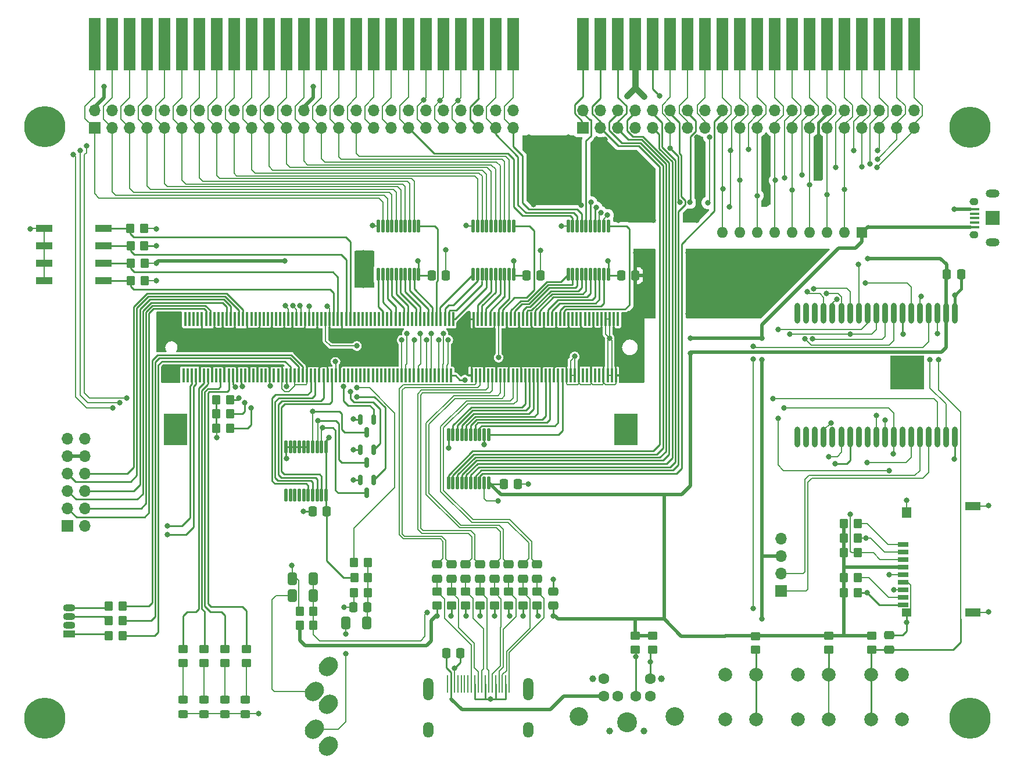
<source format=gbr>
%TF.GenerationSoftware,KiCad,Pcbnew,(6.0.11)*%
%TF.CreationDate,2023-05-25T19:22:18-07:00*%
%TF.ProjectId,TRS-IO++,5452532d-494f-42b2-9b2e-6b696361645f,rev?*%
%TF.SameCoordinates,Original*%
%TF.FileFunction,Copper,L1,Top*%
%TF.FilePolarity,Positive*%
%FSLAX46Y46*%
G04 Gerber Fmt 4.6, Leading zero omitted, Abs format (unit mm)*
G04 Created by KiCad (PCBNEW (6.0.11)) date 2023-05-25 19:22:18*
%MOMM*%
%LPD*%
G01*
G04 APERTURE LIST*
G04 Aperture macros list*
%AMRoundRect*
0 Rectangle with rounded corners*
0 $1 Rounding radius*
0 $2 $3 $4 $5 $6 $7 $8 $9 X,Y pos of 4 corners*
0 Add a 4 corners polygon primitive as box body*
4,1,4,$2,$3,$4,$5,$6,$7,$8,$9,$2,$3,0*
0 Add four circle primitives for the rounded corners*
1,1,$1+$1,$2,$3*
1,1,$1+$1,$4,$5*
1,1,$1+$1,$6,$7*
1,1,$1+$1,$8,$9*
0 Add four rect primitives between the rounded corners*
20,1,$1+$1,$2,$3,$4,$5,0*
20,1,$1+$1,$4,$5,$6,$7,0*
20,1,$1+$1,$6,$7,$8,$9,0*
20,1,$1+$1,$8,$9,$2,$3,0*%
%AMHorizOval*
0 Thick line with rounded ends*
0 $1 width*
0 $2 $3 position (X,Y) of the first rounded end (center of the circle)*
0 $4 $5 position (X,Y) of the second rounded end (center of the circle)*
0 Add line between two ends*
20,1,$1,$2,$3,$4,$5,0*
0 Add two circle primitives to create the rounded ends*
1,1,$1,$2,$3*
1,1,$1,$4,$5*%
G04 Aperture macros list end*
%TA.AperFunction,ComponentPad*%
%ADD10R,1.600000X1.600000*%
%TD*%
%TA.AperFunction,ComponentPad*%
%ADD11O,1.600000X1.600000*%
%TD*%
%TA.AperFunction,ComponentPad*%
%ADD12C,2.000000*%
%TD*%
%TA.AperFunction,SMDPad,CuDef*%
%ADD13RoundRect,0.250000X0.350000X0.450000X-0.350000X0.450000X-0.350000X-0.450000X0.350000X-0.450000X0*%
%TD*%
%TA.AperFunction,SMDPad,CuDef*%
%ADD14RoundRect,0.250000X-0.450000X0.350000X-0.450000X-0.350000X0.450000X-0.350000X0.450000X0.350000X0*%
%TD*%
%TA.AperFunction,SMDPad,CuDef*%
%ADD15RoundRect,0.250000X-0.412500X-0.650000X0.412500X-0.650000X0.412500X0.650000X-0.412500X0.650000X0*%
%TD*%
%TA.AperFunction,SMDPad,CuDef*%
%ADD16RoundRect,0.250000X0.450000X-0.350000X0.450000X0.350000X-0.450000X0.350000X-0.450000X-0.350000X0*%
%TD*%
%TA.AperFunction,SMDPad,CuDef*%
%ADD17R,2.440000X1.120000*%
%TD*%
%TA.AperFunction,SMDPad,CuDef*%
%ADD18RoundRect,0.250000X-0.350000X-0.450000X0.350000X-0.450000X0.350000X0.450000X-0.350000X0.450000X0*%
%TD*%
%TA.AperFunction,SMDPad,CuDef*%
%ADD19RoundRect,0.250000X0.450000X-0.325000X0.450000X0.325000X-0.450000X0.325000X-0.450000X-0.325000X0*%
%TD*%
%TA.AperFunction,SMDPad,CuDef*%
%ADD20RoundRect,0.250000X0.337500X0.475000X-0.337500X0.475000X-0.337500X-0.475000X0.337500X-0.475000X0*%
%TD*%
%TA.AperFunction,ComponentPad*%
%ADD21C,0.800000*%
%TD*%
%TA.AperFunction,ComponentPad*%
%ADD22C,6.000000*%
%TD*%
%TA.AperFunction,SMDPad,CuDef*%
%ADD23RoundRect,0.250000X0.412500X0.650000X-0.412500X0.650000X-0.412500X-0.650000X0.412500X-0.650000X0*%
%TD*%
%TA.AperFunction,SMDPad,CuDef*%
%ADD24RoundRect,0.250000X-0.475000X0.337500X-0.475000X-0.337500X0.475000X-0.337500X0.475000X0.337500X0*%
%TD*%
%TA.AperFunction,ComponentPad*%
%ADD25R,1.700000X1.700000*%
%TD*%
%TA.AperFunction,ComponentPad*%
%ADD26O,1.700000X1.700000*%
%TD*%
%TA.AperFunction,ComponentPad*%
%ADD27HorizOval,2.400000X-0.212132X-0.212132X0.212132X0.212132X0*%
%TD*%
%TA.AperFunction,SMDPad,CuDef*%
%ADD28RoundRect,0.250000X-0.337500X-0.475000X0.337500X-0.475000X0.337500X0.475000X-0.337500X0.475000X0*%
%TD*%
%TA.AperFunction,SMDPad,CuDef*%
%ADD29RoundRect,0.150000X-0.150000X0.587500X-0.150000X-0.587500X0.150000X-0.587500X0.150000X0.587500X0*%
%TD*%
%TA.AperFunction,SMDPad,CuDef*%
%ADD30R,0.280000X2.600000*%
%TD*%
%TA.AperFunction,ComponentPad*%
%ADD31O,1.500000X3.300000*%
%TD*%
%TA.AperFunction,ComponentPad*%
%ADD32O,1.500000X2.300000*%
%TD*%
%TA.AperFunction,SMDPad,CuDef*%
%ADD33R,1.600000X0.700000*%
%TD*%
%TA.AperFunction,SMDPad,CuDef*%
%ADD34R,1.400000X1.600000*%
%TD*%
%TA.AperFunction,SMDPad,CuDef*%
%ADD35R,2.200000X1.200000*%
%TD*%
%TA.AperFunction,SMDPad,CuDef*%
%ADD36R,1.400000X1.200000*%
%TD*%
%TA.AperFunction,SMDPad,CuDef*%
%ADD37RoundRect,0.112500X-0.112500X0.837500X-0.112500X-0.837500X0.112500X-0.837500X0.112500X0.837500X0*%
%TD*%
%TA.AperFunction,SMDPad,CuDef*%
%ADD38O,0.900000X3.000000*%
%TD*%
%TA.AperFunction,SMDPad,CuDef*%
%ADD39R,5.000000X5.000000*%
%TD*%
%TA.AperFunction,SMDPad,CuDef*%
%ADD40RoundRect,0.250000X0.475000X-0.337500X0.475000X0.337500X-0.475000X0.337500X-0.475000X-0.337500X0*%
%TD*%
%TA.AperFunction,ComponentPad*%
%ADD41O,1.300000X1.100000*%
%TD*%
%TA.AperFunction,SMDPad,CuDef*%
%ADD42R,2.000000X2.000000*%
%TD*%
%TA.AperFunction,ComponentPad*%
%ADD43O,2.000000X1.200000*%
%TD*%
%TA.AperFunction,SMDPad,CuDef*%
%ADD44R,2.500000X0.400000*%
%TD*%
%TA.AperFunction,SMDPad,CuDef*%
%ADD45R,1.350000X0.400000*%
%TD*%
%TA.AperFunction,ConnectorPad*%
%ADD46R,1.778000X7.620000*%
%TD*%
%TA.AperFunction,ComponentPad*%
%ADD47R,1.800000X1.070000*%
%TD*%
%TA.AperFunction,ComponentPad*%
%ADD48O,1.800000X1.070000*%
%TD*%
%TA.AperFunction,ComponentPad*%
%ADD49C,1.600000*%
%TD*%
%TA.AperFunction,ComponentPad*%
%ADD50C,1.000000*%
%TD*%
%TA.AperFunction,ComponentPad*%
%ADD51C,2.900000*%
%TD*%
%TA.AperFunction,ComponentPad*%
%ADD52C,2.700000*%
%TD*%
%TA.AperFunction,SMDPad,CuDef*%
%ADD53R,0.350000X2.000000*%
%TD*%
%TA.AperFunction,SMDPad,CuDef*%
%ADD54R,3.500000X4.600000*%
%TD*%
%TA.AperFunction,ViaPad*%
%ADD55C,0.800000*%
%TD*%
%TA.AperFunction,Conductor*%
%ADD56C,0.500380*%
%TD*%
%TA.AperFunction,Conductor*%
%ADD57C,0.200000*%
%TD*%
%TA.AperFunction,Conductor*%
%ADD58C,0.250000*%
%TD*%
%TA.AperFunction,Conductor*%
%ADD59C,0.381000*%
%TD*%
%TA.AperFunction,Conductor*%
%ADD60C,0.889000*%
%TD*%
G04 APERTURE END LIST*
D10*
%TO.P,RN1,1,common*%
%TO.N,+5V*%
X185028600Y-70713600D03*
D11*
%TO.P,RN1,2,R1*%
%TO.N,D2*%
X182488600Y-70713600D03*
%TO.P,RN1,3,R2*%
%TO.N,D0*%
X179948600Y-70713600D03*
%TO.P,RN1,4,R3*%
%TO.N,D5*%
X177408600Y-70713600D03*
%TO.P,RN1,5,R4*%
%TO.N,D3*%
X174868600Y-70713600D03*
%TO.P,RN1,6,R5*%
%TO.N,D6*%
X172328600Y-70713600D03*
%TO.P,RN1,7,R6*%
%TO.N,D1*%
X169788600Y-70713600D03*
%TO.P,RN1,8,R7*%
%TO.N,D7*%
X167248600Y-70713600D03*
%TO.P,RN1,9,R8*%
%TO.N,D4*%
X164708600Y-70713600D03*
%TD*%
D12*
%TO.P,SW4,1,1*%
%TO.N,GND*%
X165100000Y-141629200D03*
X165100000Y-135129200D03*
%TO.P,SW4,2,2*%
%TO.N,STATUS*%
X169600000Y-141629200D03*
X169600000Y-135129200D03*
%TD*%
D13*
%TO.P,R33,1*%
%TO.N,+3V3*%
X80435500Y-70104000D03*
%TO.P,R33,2*%
%TO.N,CONF_1*%
X78435500Y-70104000D03*
%TD*%
D14*
%TO.P,R39,1*%
%TO.N,LED3*%
X92269032Y-131384800D03*
%TO.P,R39,2*%
%TO.N,Net-(D4-Pad2)*%
X92269032Y-133384800D03*
%TD*%
D15*
%TO.P,C15,1*%
%TO.N,Net-(C15-Pad1)*%
X109806299Y-127551799D03*
%TO.P,C15,2*%
%TO.N,Net-(C13-Pad1)*%
X112931299Y-127551799D03*
%TD*%
D16*
%TO.P,R8,1*%
%TO.N,+3V3*%
X129413000Y-125023800D03*
%TO.P,R8,2*%
%TO.N,/D0+*%
X129413000Y-123023800D03*
%TD*%
D14*
%TO.P,R40,1*%
%TO.N,LED4*%
X95330100Y-131384800D03*
%TO.P,R40,2*%
%TO.N,Net-(D5-Pad2)*%
X95330100Y-133384800D03*
%TD*%
D17*
%TO.P,SW3,1*%
%TO.N,GND*%
X65935700Y-70104000D03*
%TO.P,SW3,2*%
X65935700Y-72644000D03*
%TO.P,SW3,3*%
X65935700Y-75184000D03*
%TO.P,SW3,4*%
X65935700Y-77724000D03*
%TO.P,SW3,5*%
%TO.N,CONF_4*%
X74545700Y-77724000D03*
%TO.P,SW3,6*%
%TO.N,CONF_3*%
X74545700Y-75184000D03*
%TO.P,SW3,7*%
%TO.N,CONF_2*%
X74545700Y-72644000D03*
%TO.P,SW3,8*%
%TO.N,CONF_1*%
X74545700Y-70104000D03*
%TD*%
D18*
%TO.P,R29,1*%
%TO.N,+3V3*%
X90998800Y-95046800D03*
%TO.P,R29,2*%
%TO.N,INT_N*%
X92998800Y-95046800D03*
%TD*%
D19*
%TO.P,D3,1,K*%
%TO.N,GND*%
X89177666Y-140842600D03*
%TO.P,D3,2,A*%
%TO.N,Net-(D3-Pad2)*%
X89177666Y-138792600D03*
%TD*%
D20*
%TO.P,C16,1*%
%TO.N,GND*%
X134919850Y-107340400D03*
%TO.P,C16,2*%
%TO.N,+3V3*%
X132844850Y-107340400D03*
%TD*%
D16*
%TO.P,R10,1*%
%TO.N,+3V3*%
X125247400Y-125023800D03*
%TO.P,R10,2*%
%TO.N,/CK+*%
X125247400Y-123023800D03*
%TD*%
D13*
%TO.P,R35,1*%
%TO.N,+3V3*%
X80537100Y-75184000D03*
%TO.P,R35,2*%
%TO.N,CONF_3*%
X78537100Y-75184000D03*
%TD*%
D19*
%TO.P,D2,1,K*%
%TO.N,GND*%
X86146600Y-140842600D03*
%TO.P,D2,2,A*%
%TO.N,Net-(D2-Pad2)*%
X86146600Y-138792600D03*
%TD*%
D16*
%TO.P,R7,1*%
%TO.N,+3V3*%
X131495800Y-125023800D03*
%TO.P,R7,2*%
%TO.N,/D1-*%
X131495800Y-123023800D03*
%TD*%
D14*
%TO.P,R14,1*%
%TO.N,+3V3*%
X169570400Y-129505200D03*
%TO.P,R14,2*%
%TO.N,STATUS*%
X169570400Y-131505200D03*
%TD*%
D21*
%TO.P,H3,1,1*%
%TO.N,GND*%
X202387690Y-139887010D03*
X203046700Y-141478000D03*
X199205710Y-143068990D03*
D22*
X200796700Y-141478000D03*
D21*
X200796700Y-143728000D03*
X202387690Y-143068990D03*
X200796700Y-139228000D03*
X198546700Y-141478000D03*
X199205710Y-139887010D03*
%TD*%
D18*
%TO.P,R16,1*%
%TO.N,+3V3*%
X182423100Y-120967500D03*
%TO.P,R16,2*%
%TO.N,Net-(J9-Pad8)*%
X184423100Y-120967500D03*
%TD*%
D23*
%TO.P,C12,1*%
%TO.N,CASS_IN*%
X105141899Y-121167999D03*
%TO.P,C12,2*%
%TO.N,GND*%
X102016899Y-121167999D03*
%TD*%
D24*
%TO.P,C6,1*%
%TO.N,HDMI_TX0_N*%
X127330200Y-119049300D03*
%TO.P,C6,2*%
%TO.N,/D0-*%
X127330200Y-121124300D03*
%TD*%
D13*
%TO.P,R34,1*%
%TO.N,+3V3*%
X80486300Y-72644000D03*
%TO.P,R34,2*%
%TO.N,CONF_2*%
X78486300Y-72644000D03*
%TD*%
%TO.P,R2,1*%
%TO.N,LED_GREEN*%
X77301600Y-125120400D03*
%TO.P,R2,2*%
%TO.N,Net-(D1-Pad4)*%
X75301600Y-125120400D03*
%TD*%
D24*
%TO.P,C4,1*%
%TO.N,HDMI_TX1_N*%
X131495800Y-119049300D03*
%TO.P,C4,2*%
%TO.N,/D1-*%
X131495800Y-121124300D03*
%TD*%
D16*
%TO.P,R31,1*%
%TO.N,PS2_CLK*%
X154533600Y-131462400D03*
%TO.P,R31,2*%
%TO.N,+3V3*%
X154533600Y-129462400D03*
%TD*%
D24*
%TO.P,C3,1*%
%TO.N,HDMI_TX1_P*%
X133578600Y-119049300D03*
%TO.P,C3,2*%
%TO.N,/D1+*%
X133578600Y-121124300D03*
%TD*%
%TO.P,C7,1*%
%TO.N,HDMI_TXC_P*%
X125247400Y-119049300D03*
%TO.P,C7,2*%
%TO.N,/CK+*%
X125247400Y-121124300D03*
%TD*%
D21*
%TO.P,H2,1,1*%
%TO.N,GND*%
X198546700Y-55321200D03*
X202387690Y-53730210D03*
X200796700Y-57571200D03*
X199205710Y-53730210D03*
X203046700Y-55321200D03*
X199205710Y-56912190D03*
X202387690Y-56912190D03*
D22*
X200796700Y-55321200D03*
D21*
X200796700Y-53071200D03*
%TD*%
D24*
%TO.P,C1,1*%
%TO.N,HDMI_TX2_P*%
X137744200Y-119049300D03*
%TO.P,C1,2*%
%TO.N,/D2+*%
X137744200Y-121124300D03*
%TD*%
D12*
%TO.P,SW2,1,1*%
%TO.N,GND*%
X175727350Y-135129200D03*
X175727350Y-141629200D03*
%TO.P,SW2,2,2*%
%TO.N,ID0*%
X180227350Y-141629200D03*
X180227350Y-135129200D03*
%TD*%
D25*
%TO.P,J2,1,Pin_1*%
%TO.N,SYSRES_N*%
X144413700Y-55422800D03*
D26*
%TO.P,J2,2,Pin_2*%
%TO.N,RAS_N*%
X144413700Y-52882800D03*
%TO.P,J2,3,Pin_3*%
%TO.N,A10*%
X146953700Y-55422800D03*
%TO.P,J2,4,Pin_4*%
%TO.N,CAS_N*%
X146953700Y-52882800D03*
%TO.P,J2,5,Pin_5*%
%TO.N,A13*%
X149493700Y-55422800D03*
%TO.P,J2,6,Pin_6*%
%TO.N,A12*%
X149493700Y-52882800D03*
%TO.P,J2,7,Pin_7*%
%TO.N,GND*%
X152033700Y-55422800D03*
%TO.P,J2,8,Pin_8*%
%TO.N,A15*%
X152033700Y-52882800D03*
%TO.P,J2,9,Pin_9*%
%TO.N,A14*%
X154573700Y-55422800D03*
%TO.P,J2,10,Pin_10*%
%TO.N,A11*%
X154573700Y-52882800D03*
%TO.P,J2,11,Pin_11*%
%TO.N,OUT_N*%
X157113700Y-55422800D03*
%TO.P,J2,12,Pin_12*%
%TO.N,A8*%
X157113700Y-52882800D03*
%TO.P,J2,13,Pin_13*%
%TO.N,INTACK_N*%
X159653700Y-55422800D03*
%TO.P,J2,14,Pin_14*%
%TO.N,WR_N*%
X159653700Y-52882800D03*
%TO.P,J2,15,Pin_15*%
%TO.N,MUX*%
X162193700Y-55422800D03*
%TO.P,J2,16,Pin_16*%
%TO.N,RD_N*%
X162193700Y-52882800D03*
%TO.P,J2,17,Pin_17*%
%TO.N,D4*%
X164733700Y-55422800D03*
%TO.P,J2,18,Pin_18*%
%TO.N,A9*%
X164733700Y-52882800D03*
%TO.P,J2,19,Pin_19*%
%TO.N,D7*%
X167273700Y-55422800D03*
%TO.P,J2,20,Pin_20*%
%TO.N,IN_N*%
X167273700Y-52882800D03*
%TO.P,J2,21,Pin_21*%
%TO.N,D1*%
X169813700Y-55422800D03*
%TO.P,J2,22,Pin_22*%
%TO.N,INT_N*%
X169813700Y-52882800D03*
%TO.P,J2,23,Pin_23*%
%TO.N,D6*%
X172353700Y-55422800D03*
%TO.P,J2,24,Pin_24*%
%TO.N,TEST_N*%
X172353700Y-52882800D03*
%TO.P,J2,25,Pin_25*%
%TO.N,D3*%
X174893700Y-55422800D03*
%TO.P,J2,26,Pin_26*%
%TO.N,A0*%
X174893700Y-52882800D03*
%TO.P,J2,27,Pin_27*%
%TO.N,D5*%
X177433700Y-55422800D03*
%TO.P,J2,28,Pin_28*%
%TO.N,A1*%
X177433700Y-52882800D03*
%TO.P,J2,29,Pin_29*%
%TO.N,D0*%
X179973700Y-55422800D03*
%TO.P,J2,30,Pin_30*%
%TO.N,GND*%
X179973700Y-52882800D03*
%TO.P,J2,31,Pin_31*%
%TO.N,D2*%
X182513700Y-55422800D03*
%TO.P,J2,32,Pin_32*%
%TO.N,A4*%
X182513700Y-52882800D03*
%TO.P,J2,33,Pin_33*%
%TO.N,A3*%
X185053700Y-55422800D03*
%TO.P,J2,34,Pin_34*%
%TO.N,WAIT_N*%
X185053700Y-52882800D03*
%TO.P,J2,35,Pin_35*%
%TO.N,A7*%
X187593700Y-55422800D03*
%TO.P,J2,36,Pin_36*%
%TO.N,A5*%
X187593700Y-52882800D03*
%TO.P,J2,37,Pin_37*%
%TO.N,A6*%
X190133700Y-55422800D03*
%TO.P,J2,38,Pin_38*%
%TO.N,GND*%
X190133700Y-52882800D03*
%TO.P,J2,39,Pin_39*%
%TO.N,A2*%
X192673700Y-55422800D03*
%TO.P,J2,40,Pin_40*%
%TO.N,5V*%
X192673700Y-52882800D03*
%TD*%
D27*
%TO.P,J10,R*%
%TO.N,Net-(C14-Pad1)*%
X105273899Y-137591199D03*
%TO.P,J10,RN*%
%TO.N,N/C*%
X107273899Y-139391199D03*
%TO.P,J10,S*%
%TO.N,GND*%
X107273899Y-145491199D03*
%TO.P,J10,T*%
%TO.N,Net-(C15-Pad1)*%
X105273899Y-143091199D03*
%TO.P,J10,TN*%
%TO.N,N/C*%
X107273899Y-133891199D03*
%TD*%
D20*
%TO.P,C19,1*%
%TO.N,GND*%
X124415000Y-76962000D03*
%TO.P,C19,2*%
%TO.N,+3V3*%
X122340000Y-76962000D03*
%TD*%
D24*
%TO.P,C8,1*%
%TO.N,HDMI_TXC_N*%
X123164600Y-119049300D03*
%TO.P,C8,2*%
%TO.N,/CK-*%
X123164600Y-121124300D03*
%TD*%
D28*
%TO.P,C23,1*%
%TO.N,+5V*%
X124463900Y-131961300D03*
%TO.P,C23,2*%
%TO.N,GND*%
X126538900Y-131961300D03*
%TD*%
D29*
%TO.P,Q3,1,G*%
%TO.N,INT*%
X113878400Y-97919300D03*
%TO.P,Q3,2,S*%
%TO.N,GND*%
X111978400Y-97919300D03*
%TO.P,Q3,3,D*%
%TO.N,INT_N*%
X112928400Y-99794300D03*
%TD*%
D30*
%TO.P,J7,1,D2+*%
%TO.N,/D2+*%
X133659000Y-136468600D03*
%TO.P,J7,2,D2S*%
%TO.N,GND*%
X133159000Y-136468600D03*
%TO.P,J7,3,D2-*%
%TO.N,/D2-*%
X132659000Y-136468600D03*
%TO.P,J7,4,D1+*%
%TO.N,/D1+*%
X132159000Y-136468600D03*
%TO.P,J7,5,D1S*%
%TO.N,GND*%
X131659000Y-136468600D03*
%TO.P,J7,6,D1-*%
%TO.N,/D1-*%
X131159000Y-136468600D03*
%TO.P,J7,7,D0+*%
%TO.N,/D0+*%
X130659000Y-136468600D03*
%TO.P,J7,8,D0S*%
%TO.N,GND*%
X130159000Y-136468600D03*
%TO.P,J7,9,D0-*%
%TO.N,/D0-*%
X129659000Y-136468600D03*
%TO.P,J7,10,CK+*%
%TO.N,/CK+*%
X129159000Y-136468600D03*
%TO.P,J7,11,CKS*%
%TO.N,GND*%
X128659000Y-136468600D03*
%TO.P,J7,12,CK-*%
%TO.N,/CK-*%
X128159000Y-136468600D03*
%TO.P,J7,13,CEC*%
%TO.N,unconnected-(J7-Pad13)*%
X127659000Y-136468600D03*
%TO.P,J7,14,UTILITY*%
%TO.N,unconnected-(J7-Pad14)*%
X127159000Y-136468600D03*
%TO.P,J7,15,SCL*%
%TO.N,unconnected-(J7-Pad15)*%
X126659000Y-136468600D03*
%TO.P,J7,16,SDA*%
%TO.N,unconnected-(J7-Pad16)*%
X126159000Y-136468600D03*
%TO.P,J7,17,GND*%
%TO.N,GND*%
X125659000Y-136468600D03*
%TO.P,J7,18,+5V*%
%TO.N,+5V*%
X125159000Y-136468600D03*
%TO.P,J7,19,HPD*%
%TO.N,unconnected-(J7-Pad19)*%
X124659000Y-136468600D03*
D31*
%TO.P,J7,SH,SH*%
%TO.N,GND*%
X136409000Y-137228600D03*
D32*
X121909000Y-143188600D03*
X136409000Y-143188600D03*
D31*
X121909000Y-137228600D03*
%TD*%
D33*
%TO.P,J9,1,DAT2*%
%TO.N,Net-(J9-Pad1)*%
X191070000Y-116113200D03*
%TO.P,J9,2,CD/DAT3*%
%TO.N,CS_SD*%
X191070000Y-117213200D03*
%TO.P,J9,3,CMD*%
%TO.N,MOSI*%
X191070000Y-118313200D03*
%TO.P,J9,4,VDD*%
%TO.N,+3V3*%
X191070000Y-119413200D03*
%TO.P,J9,5,CLK*%
%TO.N,SCK*%
X191070000Y-120513200D03*
%TO.P,J9,6,VSS*%
%TO.N,GND*%
X191070000Y-121613200D03*
%TO.P,J9,7,DAT0*%
%TO.N,MISO*%
X191070000Y-122713200D03*
%TO.P,J9,8,DAT1*%
%TO.N,Net-(J9-Pad8)*%
X191070000Y-123813200D03*
%TO.P,J9,9,Cd*%
%TO.N,CD_SD*%
X191070000Y-124913200D03*
D34*
%TO.P,J9,10,GND*%
%TO.N,GND*%
X191570000Y-111463200D03*
D35*
%TO.P,J9,11,GND*%
X201170000Y-110563200D03*
%TO.P,J9,12,GND*%
X201170000Y-126063200D03*
D36*
%TO.P,J9,13,GND*%
X191570000Y-126063200D03*
%TD*%
D24*
%TO.P,C9,1*%
%TO.N,GND*%
X189026800Y-129366100D03*
%TO.P,C9,2*%
%TO.N,ESP_RESET*%
X189026800Y-131441100D03*
%TD*%
D13*
%TO.P,R36,1*%
%TO.N,+3V3*%
X80537100Y-77724000D03*
%TO.P,R36,2*%
%TO.N,CONF_4*%
X78537100Y-77724000D03*
%TD*%
D25*
%TO.P,J8,1,Pin_1*%
%TO.N,TXD0*%
X173255166Y-122892600D03*
D26*
%TO.P,J8,2,Pin_2*%
%TO.N,RXD0*%
X173255166Y-120352600D03*
%TO.P,J8,3,Pin_3*%
%TO.N,+5V*%
X173255166Y-117812600D03*
%TO.P,J8,4,Pin_4*%
%TO.N,GND*%
X173255166Y-115272600D03*
%TD*%
D18*
%TO.P,R17,1*%
%TO.N,+3V3*%
X182423100Y-115214400D03*
%TO.P,R17,2*%
%TO.N,CS_SD*%
X184423100Y-115214400D03*
%TD*%
%TO.P,R26,1*%
%TO.N,+3V3*%
X90998800Y-99212400D03*
%TO.P,R26,2*%
%TO.N,EXTIOSEL_N*%
X92998800Y-99212400D03*
%TD*%
D29*
%TO.P,Q4,1,G*%
%TO.N,WAIT*%
X113878400Y-102338900D03*
%TO.P,Q4,2,S*%
%TO.N,GND*%
X111978400Y-102338900D03*
%TO.P,Q4,3,D*%
%TO.N,WAIT_N*%
X112928400Y-104213900D03*
%TD*%
D12*
%TO.P,SW1,1,1*%
%TO.N,ESP_RESET*%
X186354700Y-135129200D03*
X186354700Y-141629200D03*
%TO.P,SW1,2,2*%
%TO.N,GND*%
X190854700Y-141629200D03*
X190854700Y-135129200D03*
%TD*%
D16*
%TO.P,R32,1*%
%TO.N,PS2_DATA*%
X151993600Y-131462400D03*
%TO.P,R32,2*%
%TO.N,+3V3*%
X151993600Y-129462400D03*
%TD*%
D25*
%TO.P,J5,1,Pin_1*%
%TO.N,PMOD_IO1*%
X69322000Y-113411400D03*
D26*
%TO.P,J5,2,Pin_2*%
%TO.N,PMOD_IO5*%
X71862000Y-113411400D03*
%TO.P,J5,3,Pin_3*%
%TO.N,PMOD_IO2*%
X69322000Y-110871400D03*
%TO.P,J5,4,Pin_4*%
%TO.N,PMOD_IO6*%
X71862000Y-110871400D03*
%TO.P,J5,5,Pin_5*%
%TO.N,PMOD_IO3*%
X69322000Y-108331400D03*
%TO.P,J5,6,Pin_6*%
%TO.N,PMOD_IO7*%
X71862000Y-108331400D03*
%TO.P,J5,7,Pin_7*%
%TO.N,PMOD_IO4*%
X69322000Y-105791400D03*
%TO.P,J5,8,Pin_8*%
%TO.N,PMOD_IO8*%
X71862000Y-105791400D03*
%TO.P,J5,9,Pin_9*%
%TO.N,GND*%
X69322000Y-103251400D03*
%TO.P,J5,10,Pin_10*%
X71862000Y-103251400D03*
%TO.P,J5,11,Pin_11*%
%TO.N,+3V3*%
X69322000Y-100711400D03*
%TO.P,J5,12,Pin_12*%
X71862000Y-100711400D03*
%TD*%
D18*
%TO.P,R18,1*%
%TO.N,+3V3*%
X182423100Y-113080800D03*
%TO.P,R18,2*%
%TO.N,Net-(J9-Pad1)*%
X184423100Y-113080800D03*
%TD*%
%TO.P,R19,1*%
%TO.N,+3V3*%
X182438800Y-123139200D03*
%TO.P,R19,2*%
%TO.N,CD_SD*%
X184438800Y-123139200D03*
%TD*%
D13*
%TO.P,R1,1*%
%TO.N,LED_RED*%
X77301600Y-129438400D03*
%TO.P,R1,2*%
%TO.N,Net-(D1-Pad1)*%
X75301600Y-129438400D03*
%TD*%
D37*
%TO.P,U3,1,A->B*%
%TO.N,CTRL_DIR*%
X148095700Y-69753600D03*
%TO.P,U3,2,A0*%
%TO.N,IN_N*%
X147445700Y-69753600D03*
%TO.P,U3,3,A1*%
%TO.N,RD_N*%
X146795700Y-69753600D03*
%TO.P,U3,4,A2*%
%TO.N,WR_N*%
X146145700Y-69753600D03*
%TO.P,U3,5,A3*%
%TO.N,OUT_N*%
X145495700Y-69753600D03*
%TO.P,U3,6,A4*%
%TO.N,RAS_N*%
X144845700Y-69753600D03*
%TO.P,U3,7,A5*%
%TO.N,IOREQ_N*%
X144195700Y-69753600D03*
%TO.P,U3,8,A6*%
%TO.N,M1_N*%
X143545700Y-69753600D03*
%TO.P,U3,9,A7*%
%TO.N,RESET_N*%
X142895700Y-69753600D03*
%TO.P,U3,10,GND*%
%TO.N,GND*%
X142245700Y-69753600D03*
%TO.P,U3,11,B7*%
%TO.N,_RESET_N*%
X142245700Y-76753600D03*
%TO.P,U3,12,B6*%
%TO.N,_M1_N*%
X142895700Y-76753600D03*
%TO.P,U3,13,B5*%
%TO.N,_IOREQ_N*%
X143545700Y-76753600D03*
%TO.P,U3,14,B4*%
%TO.N,_RAS_N*%
X144195700Y-76753600D03*
%TO.P,U3,15,B3*%
%TO.N,_OUT_N*%
X144845700Y-76753600D03*
%TO.P,U3,16,B2*%
%TO.N,_WR_N*%
X145495700Y-76753600D03*
%TO.P,U3,17,B1*%
%TO.N,_RD_N*%
X146145700Y-76753600D03*
%TO.P,U3,18,B0*%
%TO.N,_IN_N*%
X146795700Y-76753600D03*
%TO.P,U3,19,CE*%
%TO.N,CTRL_EN*%
X147445700Y-76753600D03*
%TO.P,U3,20,VCC*%
%TO.N,+3V3*%
X148095700Y-76753600D03*
%TD*%
D19*
%TO.P,D4,1,K*%
%TO.N,GND*%
X92208732Y-140842600D03*
%TO.P,D4,2,A*%
%TO.N,Net-(D4-Pad2)*%
X92208732Y-138792600D03*
%TD*%
D37*
%TO.P,U4,1,A->B*%
%TO.N,ABUS_DIR_N*%
X130660550Y-100132000D03*
%TO.P,U4,2,A0*%
%TO.N,_A9*%
X130010550Y-100132000D03*
%TO.P,U4,3,A1*%
%TO.N,_A8*%
X129360550Y-100132000D03*
%TO.P,U4,4,A2*%
%TO.N,_A11*%
X128710550Y-100132000D03*
%TO.P,U4,5,A3*%
%TO.N,_A14*%
X128060550Y-100132000D03*
%TO.P,U4,6,A4*%
%TO.N,_A15*%
X127410550Y-100132000D03*
%TO.P,U4,7,A5*%
%TO.N,_A13*%
X126760550Y-100132000D03*
%TO.P,U4,8,A6*%
%TO.N,_A12*%
X126110550Y-100132000D03*
%TO.P,U4,9,A7*%
%TO.N,_A10*%
X125460550Y-100132000D03*
%TO.P,U4,10,GND*%
%TO.N,GND*%
X124810550Y-100132000D03*
%TO.P,U4,11,B7*%
%TO.N,A10*%
X124810550Y-107132000D03*
%TO.P,U4,12,B6*%
%TO.N,A12*%
X125460550Y-107132000D03*
%TO.P,U4,13,B5*%
%TO.N,A13*%
X126110550Y-107132000D03*
%TO.P,U4,14,B4*%
%TO.N,A15*%
X126760550Y-107132000D03*
%TO.P,U4,15,B3*%
%TO.N,A14*%
X127410550Y-107132000D03*
%TO.P,U4,16,B2*%
%TO.N,A11*%
X128060550Y-107132000D03*
%TO.P,U4,17,B1*%
%TO.N,A8*%
X128710550Y-107132000D03*
%TO.P,U4,18,B0*%
%TO.N,A9*%
X129360550Y-107132000D03*
%TO.P,U4,19,CE*%
%TO.N,ABUS_EN*%
X130010550Y-107132000D03*
%TO.P,U4,20,VCC*%
%TO.N,+3V3*%
X130660550Y-107132000D03*
%TD*%
D38*
%TO.P,U1,1,GND*%
%TO.N,GND*%
X198565900Y-82490800D03*
%TO.P,U1,2,3.3V*%
%TO.N,+3V3*%
X197295900Y-82490800D03*
%TO.P,U1,3,EN*%
%TO.N,ESP_RESET*%
X196025900Y-82490800D03*
%TO.P,U1,4,IO36*%
%TO.N,CASS_IN*%
X194755900Y-82490800D03*
%TO.P,U1,5,IO39*%
%TO.N,JTAG_TDO*%
X193485900Y-82490800D03*
%TO.P,U1,6,IO34*%
%TO.N,REQ*%
X192215900Y-82490800D03*
%TO.P,U1,7,IO35*%
%TO.N,STATUS*%
X190945900Y-82490800D03*
%TO.P,U1,8,IO32*%
%TO.N,PS2_DATA*%
X189675900Y-82490800D03*
%TO.P,U1,9,IO33*%
%TO.N,PS2_CLK*%
X188405900Y-82490800D03*
%TO.P,U1,10,IO25*%
%TO.N,MOSI*%
X187135900Y-82490800D03*
%TO.P,U1,11,IO26*%
%TO.N,SCK*%
X185865900Y-82490800D03*
%TO.P,U1,12,IO27*%
%TO.N,JTAG_TDI*%
X184595900Y-82490800D03*
%TO.P,U1,13,IO14*%
%TO.N,ESP_S2*%
X183325900Y-82490800D03*
%TO.P,U1,14,IO12*%
%TO.N,ESP_S0*%
X182055900Y-82490800D03*
%TO.P,U1,15,GND*%
%TO.N,GND*%
X180755900Y-82490800D03*
%TO.P,U1,16,IO13*%
%TO.N,ESP_S1*%
X179485900Y-82490800D03*
%TO.P,U1,17,IO9*%
%TO.N,unconnected-(U1-Pad17)*%
X178215900Y-82490800D03*
%TO.P,U1,18,IO10*%
%TO.N,unconnected-(U1-Pad18)*%
X176945900Y-82490800D03*
%TO.P,U1,19,IO11*%
%TO.N,unconnected-(U1-Pad19)*%
X175675900Y-82490800D03*
%TO.P,U1,20,IO6*%
%TO.N,unconnected-(U1-Pad20)*%
X175675900Y-100490800D03*
%TO.P,U1,21,IO7*%
%TO.N,unconnected-(U1-Pad21)*%
X176945900Y-100490800D03*
%TO.P,U1,22,IO8*%
%TO.N,unconnected-(U1-Pad22)*%
X178215900Y-100490800D03*
%TO.P,U1,23,IO15*%
%TO.N,ESP_S3*%
X179485900Y-100490800D03*
%TO.P,U1,24,IO2*%
%TO.N,unconnected-(U1-Pad24)*%
X180755900Y-100490800D03*
%TO.P,U1,25,IO0*%
%TO.N,ID0*%
X182055900Y-100520800D03*
%TO.P,U1,26,IO4*%
%TO.N,CD_SD*%
X183325900Y-100520800D03*
%TO.P,U1,27,NC*%
%TO.N,unconnected-(U1-Pad27)*%
X184595900Y-100520800D03*
%TO.P,U1,28,NC*%
%TO.N,unconnected-(U1-Pad28)*%
X185865900Y-100520800D03*
%TO.P,U1,29,IO5*%
%TO.N,JTAG_TMS*%
X187135900Y-100520800D03*
%TO.P,U1,30,IO18*%
%TO.N,DONE*%
X188405900Y-100520800D03*
%TO.P,U1,31,IO19*%
%TO.N,MISO*%
X189675900Y-100520800D03*
%TO.P,U1,32,NC*%
%TO.N,unconnected-(U1-Pad32)*%
X190945900Y-100520800D03*
%TO.P,U1,33,IO21*%
%TO.N,CS_SD*%
X192215900Y-100520800D03*
%TO.P,U1,34,RXD0*%
%TO.N,RXD0*%
X193485900Y-100520800D03*
%TO.P,U1,35,TXD0*%
%TO.N,TXD0*%
X194755900Y-100520800D03*
%TO.P,U1,36,IO22*%
%TO.N,CS_FPGA*%
X196025900Y-100520800D03*
%TO.P,U1,37,IO23*%
%TO.N,JTAG_TCK*%
X197295900Y-100520800D03*
%TO.P,U1,38,GND*%
%TO.N,GND*%
X198565900Y-100520800D03*
D21*
%TO.P,U1,39*%
%TO.N,N/C*%
X189655900Y-90090800D03*
X192655900Y-90090800D03*
X192655900Y-91090800D03*
X189655900Y-91090800D03*
X193655900Y-93090800D03*
X193655900Y-89090800D03*
X189655900Y-92090800D03*
X190655900Y-91090800D03*
X191655900Y-93090800D03*
X189655900Y-93090800D03*
X189655900Y-89090800D03*
X191655900Y-92090800D03*
X191655900Y-91090800D03*
X193655900Y-91090800D03*
D39*
X191645900Y-91090800D03*
D21*
X192655900Y-93090800D03*
X190655900Y-93090800D03*
X190655900Y-89090800D03*
X192655900Y-92090800D03*
X193655900Y-92090800D03*
X192655900Y-89090800D03*
X190655900Y-90090800D03*
X191655900Y-90090800D03*
X193655900Y-90090800D03*
X191655900Y-89090800D03*
X190655900Y-92090800D03*
%TD*%
D40*
%TO.P,C21,1*%
%TO.N,+3V3*%
X140106400Y-125061300D03*
%TO.P,C21,2*%
%TO.N,GND*%
X140106400Y-122986300D03*
%TD*%
D14*
%TO.P,R30,1*%
%TO.N,+3V3*%
X180171900Y-129454400D03*
%TO.P,R30,2*%
%TO.N,ID0*%
X180171900Y-131454400D03*
%TD*%
D21*
%TO.P,H1,1,1*%
%TO.N,GND*%
X66024300Y-57520400D03*
X64433310Y-56861390D03*
X68274300Y-55270400D03*
D22*
X66024300Y-55270400D03*
D21*
X64433310Y-53679410D03*
X67615290Y-56861390D03*
X67615290Y-53679410D03*
X66024300Y-53020400D03*
X63774300Y-55270400D03*
%TD*%
D13*
%TO.P,R24,1*%
%TO.N,Net-(C13-Pad1)*%
X113029199Y-123182999D03*
%TO.P,R24,2*%
%TO.N,GND*%
X111029199Y-123182999D03*
%TD*%
D29*
%TO.P,Q5,1,G*%
%TO.N,EXTIOSEL*%
X113878400Y-106758500D03*
%TO.P,Q5,2,S*%
%TO.N,GND*%
X111978400Y-106758500D03*
%TO.P,Q5,3,D*%
%TO.N,EXTIOSEL_N*%
X112928400Y-108633500D03*
%TD*%
D24*
%TO.P,C5,1*%
%TO.N,HDMI_TX0_P*%
X129413000Y-119049300D03*
%TO.P,C5,2*%
%TO.N,/D0+*%
X129413000Y-121124300D03*
%TD*%
D14*
%TO.P,R12,1*%
%TO.N,+3V3*%
X186436000Y-129454400D03*
%TO.P,R12,2*%
%TO.N,ESP_RESET*%
X186436000Y-131454400D03*
%TD*%
D13*
%TO.P,R22,1*%
%TO.N,CASS_IN*%
X105140000Y-125841599D03*
%TO.P,R22,2*%
%TO.N,GND*%
X103140000Y-125841599D03*
%TD*%
D41*
%TO.P,J12,*%
%TO.N,*%
X201374000Y-66155000D03*
D42*
X204124000Y-68580000D03*
D43*
X204124000Y-72155000D03*
X204124000Y-65005000D03*
D41*
X201374000Y-71005000D03*
D44*
%TO.P,J12,1,VBUS*%
%TO.N,+5V*%
X200872800Y-69880000D03*
D45*
%TO.P,J12,2,D-*%
%TO.N,unconnected-(J12-Pad2)*%
X201449000Y-69230000D03*
%TO.P,J12,3,D+*%
%TO.N,unconnected-(J12-Pad3)*%
X201449000Y-68580000D03*
%TO.P,J12,4,ID*%
%TO.N,unconnected-(J12-Pad4)*%
X201449000Y-67930000D03*
D44*
%TO.P,J12,5,GND*%
%TO.N,GND*%
X200872800Y-67280000D03*
%TD*%
D20*
%TO.P,C11,1*%
%TO.N,GND*%
X152050200Y-76962000D03*
%TO.P,C11,2*%
%TO.N,+3V3*%
X149975200Y-76962000D03*
%TD*%
D18*
%TO.P,R25,1*%
%TO.N,+3V3*%
X111077500Y-120967500D03*
%TO.P,R25,2*%
%TO.N,Net-(C13-Pad1)*%
X113077500Y-120967500D03*
%TD*%
%TO.P,R28,1*%
%TO.N,+3V3*%
X90998800Y-97129600D03*
%TO.P,R28,2*%
%TO.N,WAIT_N*%
X92998800Y-97129600D03*
%TD*%
D13*
%TO.P,R23,1*%
%TO.N,Net-(C13-Pad1)*%
X113029199Y-118745000D03*
%TO.P,R23,2*%
%TO.N,CASS_OUT*%
X111029199Y-118745000D03*
%TD*%
D16*
%TO.P,R4,1*%
%TO.N,+3V3*%
X137744200Y-125023800D03*
%TO.P,R4,2*%
%TO.N,/D2+*%
X137744200Y-123023800D03*
%TD*%
D20*
%TO.P,C24,1*%
%TO.N,GND*%
X199497400Y-76758800D03*
%TO.P,C24,2*%
%TO.N,+3V3*%
X197422400Y-76758800D03*
%TD*%
D14*
%TO.P,R38,1*%
%TO.N,LED2*%
X89207966Y-131384800D03*
%TO.P,R38,2*%
%TO.N,Net-(D3-Pad2)*%
X89207966Y-133384800D03*
%TD*%
D46*
%TO.P,J4,1,Pin_1*%
%TO.N,SYSRES_N*%
X144408700Y-43281600D03*
%TO.P,J4,3,Pin_3*%
%TO.N,A10*%
X146948700Y-43281600D03*
%TO.P,J4,5,Pin_5*%
%TO.N,A13*%
X149488700Y-43281600D03*
%TO.P,J4,7,Pin_7*%
%TO.N,GND*%
X152028700Y-43281600D03*
%TO.P,J4,9,Pin_9*%
%TO.N,A14*%
X154568700Y-43281600D03*
%TO.P,J4,11,Pin_11*%
%TO.N,OUT_N*%
X157108700Y-43281600D03*
%TO.P,J4,13,Pin_13*%
%TO.N,INTACK_N*%
X159648700Y-43281600D03*
%TO.P,J4,15,Pin_15*%
%TO.N,MUX*%
X162188700Y-43281600D03*
%TO.P,J4,17,Pin_17*%
%TO.N,D4*%
X164728700Y-43281600D03*
%TO.P,J4,19,Pin_19*%
%TO.N,D7*%
X167268700Y-43281600D03*
%TO.P,J4,21,Pin_21*%
%TO.N,D1*%
X169808700Y-43281600D03*
%TO.P,J4,23,Pin_23*%
%TO.N,D6*%
X172348700Y-43281600D03*
%TO.P,J4,25,Pin_25*%
%TO.N,D3*%
X174888700Y-43281600D03*
%TO.P,J4,27,Pin_27*%
%TO.N,D5*%
X177428700Y-43281600D03*
%TO.P,J4,29,Pin_29*%
%TO.N,D0*%
X179968700Y-43281600D03*
%TO.P,J4,31,Pin_31*%
%TO.N,D2*%
X182508700Y-43281600D03*
%TO.P,J4,33,Pin_33*%
%TO.N,A3*%
X185048700Y-43281600D03*
%TO.P,J4,35,Pin_35*%
%TO.N,A7*%
X187588700Y-43281600D03*
%TO.P,J4,37,Pin_37*%
%TO.N,A6*%
X190128700Y-43281600D03*
%TO.P,J4,39,Pin_39*%
%TO.N,A2*%
X192668700Y-43281600D03*
%TD*%
%TO.P,J3,1,Pin_1*%
%TO.N,D0*%
X73263300Y-43281600D03*
%TO.P,J3,3,Pin_3*%
%TO.N,D1*%
X75803300Y-43281600D03*
%TO.P,J3,5,Pin_5*%
%TO.N,D2*%
X78343300Y-43281600D03*
%TO.P,J3,7,Pin_7*%
%TO.N,D3*%
X80883300Y-43281600D03*
%TO.P,J3,9,Pin_9*%
%TO.N,D4*%
X83423300Y-43281600D03*
%TO.P,J3,11,Pin_11*%
%TO.N,D5*%
X85963300Y-43281600D03*
%TO.P,J3,13,Pin_13*%
%TO.N,D6*%
X88503300Y-43281600D03*
%TO.P,J3,15,Pin_15*%
%TO.N,D7*%
X91043300Y-43281600D03*
%TO.P,J3,17,Pin_17*%
%TO.N,A0*%
X93583300Y-43281600D03*
%TO.P,J3,19,Pin_19*%
%TO.N,A1*%
X96123300Y-43281600D03*
%TO.P,J3,21,Pin_21*%
%TO.N,A2*%
X98663300Y-43281600D03*
%TO.P,J3,23,Pin_23*%
%TO.N,A3*%
X101203300Y-43281600D03*
%TO.P,J3,25,Pin_25*%
%TO.N,A4*%
X103743300Y-43281600D03*
%TO.P,J3,27,Pin_27*%
%TO.N,A5*%
X106283300Y-43281600D03*
%TO.P,J3,29,Pin_29*%
%TO.N,A6*%
X108823300Y-43281600D03*
%TO.P,J3,31,Pin_31*%
%TO.N,A7*%
X111363300Y-43281600D03*
%TO.P,J3,33,Pin_33*%
%TO.N,IN_N*%
X113903300Y-43281600D03*
%TO.P,J3,35,Pin_35*%
%TO.N,OUT_N*%
X116443300Y-43281600D03*
%TO.P,J3,37,Pin_37*%
%TO.N,RESET_N*%
X118983300Y-43281600D03*
%TO.P,J3,39,Pin_39*%
%TO.N,INT_N*%
X121523300Y-43281600D03*
%TO.P,J3,41,Pin_41*%
%TO.N,WAIT_N*%
X124063300Y-43281600D03*
%TO.P,J3,43,Pin_43*%
%TO.N,EXTIOSEL_N*%
X126603300Y-43281600D03*
%TO.P,J3,45,Pin_45*%
%TO.N,NC_45*%
X129143300Y-43281600D03*
%TO.P,J3,47,Pin_47*%
%TO.N,M1_N*%
X131683300Y-43281600D03*
%TO.P,J3,49,Pin_49*%
%TO.N,IOREQ_N*%
X134223300Y-43281600D03*
%TD*%
D37*
%TO.P,U2,1,A->B*%
%TO.N,ABUS_DIR*%
X134278100Y-69753600D03*
%TO.P,U2,2,A0*%
%TO.N,A7*%
X133628100Y-69753600D03*
%TO.P,U2,3,A1*%
%TO.N,A6*%
X132978100Y-69753600D03*
%TO.P,U2,4,A2*%
%TO.N,A5*%
X132328100Y-69753600D03*
%TO.P,U2,5,A3*%
%TO.N,A4*%
X131678100Y-69753600D03*
%TO.P,U2,6,A4*%
%TO.N,A3*%
X131028100Y-69753600D03*
%TO.P,U2,7,A5*%
%TO.N,A2*%
X130378100Y-69753600D03*
%TO.P,U2,8,A6*%
%TO.N,A1*%
X129728100Y-69753600D03*
%TO.P,U2,9,A7*%
%TO.N,A0*%
X129078100Y-69753600D03*
%TO.P,U2,10,GND*%
%TO.N,GND*%
X128428100Y-69753600D03*
%TO.P,U2,11,B7*%
%TO.N,_A0*%
X128428100Y-76753600D03*
%TO.P,U2,12,B6*%
%TO.N,_A1*%
X129078100Y-76753600D03*
%TO.P,U2,13,B5*%
%TO.N,_A2*%
X129728100Y-76753600D03*
%TO.P,U2,14,B4*%
%TO.N,_A3*%
X130378100Y-76753600D03*
%TO.P,U2,15,B3*%
%TO.N,_A4*%
X131028100Y-76753600D03*
%TO.P,U2,16,B2*%
%TO.N,_A5*%
X131678100Y-76753600D03*
%TO.P,U2,17,B1*%
%TO.N,_A6*%
X132328100Y-76753600D03*
%TO.P,U2,18,B0*%
%TO.N,_A7*%
X132978100Y-76753600D03*
%TO.P,U2,19,CE*%
%TO.N,ABUS_EN*%
X133628100Y-76753600D03*
%TO.P,U2,20,VCC*%
%TO.N,+3V3*%
X134278100Y-76753600D03*
%TD*%
D24*
%TO.P,C2,1*%
%TO.N,HDMI_TX2_N*%
X135661400Y-119049300D03*
%TO.P,C2,2*%
%TO.N,/D2-*%
X135661400Y-121124300D03*
%TD*%
D47*
%TO.P,D1,1,RA*%
%TO.N,Net-(D1-Pad1)*%
X69543200Y-129156000D03*
D48*
%TO.P,D1,2,K*%
%TO.N,GND*%
X69543200Y-127886000D03*
%TO.P,D1,3,BA*%
%TO.N,Net-(D1-Pad3)*%
X69543200Y-126616000D03*
%TO.P,D1,4,GA*%
%TO.N,Net-(D1-Pad4)*%
X69543200Y-125346000D03*
%TD*%
D49*
%TO.P,J11,1*%
%TO.N,PS2_DATA*%
X152109500Y-138232700D03*
%TO.P,J11,2*%
%TO.N,unconnected-(J11-Pad2)*%
X149509500Y-138232700D03*
%TO.P,J11,3*%
%TO.N,GND*%
X154209500Y-138232700D03*
%TO.P,J11,4*%
%TO.N,+5V*%
X147409500Y-138232700D03*
%TO.P,J11,5*%
%TO.N,PS2_CLK*%
X154209500Y-135732700D03*
%TO.P,J11,6*%
%TO.N,unconnected-(J11-Pad6)*%
X147409500Y-135732700D03*
D50*
%TO.P,J11,M1*%
%TO.N,N/C*%
X153309500Y-143332700D03*
%TO.P,J11,M2*%
X148309500Y-143332700D03*
%TO.P,J11,M3*%
X155809500Y-135732700D03*
%TO.P,J11,M4*%
X145809500Y-135732700D03*
D51*
%TO.P,J11,S1*%
X150809500Y-142032700D03*
D52*
%TO.P,J11,S2*%
X157809500Y-141232700D03*
%TO.P,J11,S3*%
X143809500Y-141232700D03*
%TD*%
D53*
%TO.P,Conn1,1,M11*%
%TO.N,unconnected-(Conn1-Pad1)*%
X149490300Y-83322900D03*
%TO.P,Conn1,2,GND*%
%TO.N,GND*%
X149190300Y-91522900D03*
%TO.P,Conn1,3,GND*%
X148890300Y-83322900D03*
%TO.P,Conn1,4,5V*%
%TO.N,+5V*%
X148590300Y-91522900D03*
%TO.P,Conn1,5,5V*%
X148290300Y-83322900D03*
%TO.P,Conn1,6,5V*%
X147990300Y-91522900D03*
%TO.P,Conn1,7,5V*%
X147690300Y-83322900D03*
%TO.P,Conn1,8,GND*%
%TO.N,GND*%
X147390300Y-91522900D03*
%TO.P,Conn1,9,GND*%
X147090300Y-83322900D03*
%TO.P,Conn1,10,NC*%
%TO.N,unconnected-(Conn1-Pad10)*%
X146790300Y-91522900D03*
%TO.P,Conn1,11,L10*%
%TO.N,unconnected-(Conn1-Pad11)*%
X146490300Y-83322900D03*
%TO.P,Conn1,12,NC*%
%TO.N,unconnected-(Conn1-Pad12)*%
X146190300Y-91522900D03*
%TO.P,Conn1,13,GND*%
%TO.N,GND*%
X145890300Y-83322900D03*
%TO.P,Conn1,14,GND*%
X145590300Y-91522900D03*
%TO.P,Conn1,15,T10*%
%TO.N,unconnected-(Conn1-Pad15)*%
X145290300Y-83322900D03*
%TO.P,Conn1,16,NC*%
%TO.N,unconnected-(Conn1-Pad16)*%
X144990300Y-91522900D03*
%TO.P,Conn1,17,NC*%
%TO.N,unconnected-(Conn1-Pad17)*%
X144690300Y-83322900D03*
%TO.P,Conn1,18,NC*%
%TO.N,unconnected-(Conn1-Pad18)*%
X144390300Y-91522900D03*
%TO.P,Conn1,19,GND*%
%TO.N,GND*%
X144090300Y-83322900D03*
%TO.P,Conn1,20,GND*%
X143790300Y-91522900D03*
%TO.P,Conn1,21,NC*%
%TO.N,unconnected-(Conn1-Pad21)*%
X143490300Y-83322900D03*
%TO.P,Conn1,22,3V3*%
%TO.N,+3V3*%
X143190300Y-91522900D03*
%TO.P,Conn1,23,NC*%
%TO.N,unconnected-(Conn1-Pad23)*%
X142890300Y-83322900D03*
%TO.P,Conn1,24,3V3*%
%TO.N,+3V3*%
X142590300Y-91522900D03*
%TO.P,Conn1,25,GND*%
%TO.N,GND*%
X142290300Y-83322900D03*
%TO.P,Conn1,26,GND*%
X141990300Y-91522900D03*
%TO.P,Conn1,27,T6*%
%TO.N,CTRL_DIR*%
X141690300Y-83322900D03*
%TO.P,Conn1,28,R16*%
%TO.N,ABUS_DIR_N*%
X141390300Y-91522900D03*
%TO.P,Conn1,29,P6*%
%TO.N,CTRL_EN*%
X141090300Y-83322900D03*
%TO.P,Conn1,30,P15*%
%TO.N,_A8*%
X140790300Y-91522900D03*
%TO.P,Conn1,31,GND*%
%TO.N,GND*%
X140490300Y-83322900D03*
%TO.P,Conn1,32,GND*%
X140190300Y-91522900D03*
%TO.P,Conn1,33,T7*%
%TO.N,_IN_N*%
X139890300Y-83322900D03*
%TO.P,Conn1,34,P16*%
%TO.N,_A11*%
X139590300Y-91522900D03*
%TO.P,Conn1,35,R8*%
%TO.N,_RD_N*%
X139290300Y-83322900D03*
%TO.P,Conn1,36,N15*%
%TO.N,_A14*%
X138990300Y-91522900D03*
%TO.P,Conn1,37,GND*%
%TO.N,GND*%
X138690300Y-83322900D03*
%TO.P,Conn1,38,GND*%
X138390300Y-91522900D03*
%TO.P,Conn1,39,T8*%
%TO.N,_WR_N*%
X138090300Y-83322900D03*
%TO.P,Conn1,40,N16*%
%TO.N,_A15*%
X137790300Y-91522900D03*
%TO.P,Conn1,41,P8*%
%TO.N,_OUT_N*%
X137490300Y-83322900D03*
%TO.P,Conn1,42,N14*%
%TO.N,_A13*%
X137190300Y-91522900D03*
%TO.P,Conn1,43,GND*%
%TO.N,GND*%
X136890300Y-83322900D03*
%TO.P,Conn1,44,L16*%
%TO.N,_A12*%
X136590300Y-91522900D03*
%TO.P,Conn1,45,T9*%
%TO.N,_RAS_N*%
X136290300Y-83322900D03*
%TO.P,Conn1,46,L14*%
%TO.N,_A10*%
X135990300Y-91522900D03*
%TO.P,Conn1,47,P9*%
%TO.N,_IOREQ_N*%
X135690300Y-83322900D03*
%TO.P,Conn1,48,GND*%
%TO.N,GND*%
X135390300Y-91522900D03*
%TO.P,Conn1,49,GND*%
X135090300Y-83322900D03*
%TO.P,Conn1,50,K15*%
%TO.N,HDMI_TX2_P*%
X134790300Y-91522900D03*
%TO.P,Conn1,51,P11*%
%TO.N,_M1_N*%
X134490300Y-83322900D03*
%TO.P,Conn1,52,K14*%
%TO.N,HDMI_TX2_N*%
X134190300Y-91522900D03*
%TO.P,Conn1,53,T11*%
%TO.N,_RESET_N*%
X133890300Y-83322900D03*
%TO.P,Conn1,54,GND*%
%TO.N,GND*%
X133590300Y-91522900D03*
%TO.P,Conn1,55,GND*%
X133290300Y-83322900D03*
%TO.P,Conn1,56,K16*%
%TO.N,HDMI_TX1_P*%
X132990300Y-91522900D03*
%TO.P,Conn1,57,R11*%
%TO.N,ABUS_DIR*%
X132690300Y-83322900D03*
%TO.P,Conn1,58,J15*%
%TO.N,HDMI_TX1_N*%
X132390300Y-91522900D03*
%TO.P,Conn1,59,T12*%
%TO.N,ABUS_EN*%
X132090300Y-83322900D03*
%TO.P,Conn1,60,GND*%
%TO.N,GND*%
X131790300Y-91522900D03*
%TO.P,Conn1,61,GND*%
X131490300Y-83322900D03*
%TO.P,Conn1,62,H16*%
%TO.N,HDMI_TX0_P*%
X131190300Y-91522900D03*
%TO.P,Conn1,63,R12*%
%TO.N,_A7*%
X130890300Y-83322900D03*
%TO.P,Conn1,64,H14*%
%TO.N,HDMI_TX0_N*%
X130590300Y-91522900D03*
%TO.P,Conn1,65,P13*%
%TO.N,_A6*%
X130290300Y-83322900D03*
%TO.P,Conn1,66,GND*%
%TO.N,GND*%
X129990300Y-91522900D03*
%TO.P,Conn1,67,R13*%
%TO.N,_A5*%
X129690300Y-83322900D03*
%TO.P,Conn1,68,G16*%
%TO.N,HDMI_TXC_P*%
X129390300Y-91522900D03*
%TO.P,Conn1,69,T14*%
%TO.N,_A4*%
X129090300Y-83322900D03*
%TO.P,Conn1,70,H15*%
%TO.N,HDMI_TXC_N*%
X128790300Y-91522900D03*
%TO.P,Conn1,71,GND*%
%TO.N,GND*%
X128490300Y-83322900D03*
%TO.P,Conn1,72,GND*%
X128190300Y-91522900D03*
%TO.P,Conn1,73,M15*%
%TO.N,_A3*%
X125490300Y-83322900D03*
%TO.P,Conn1,74,L13*%
%TO.N,_A9*%
X125190300Y-91522900D03*
%TO.P,Conn1,75,M14*%
%TO.N,_A2*%
X124890300Y-83322900D03*
%TO.P,Conn1,76,K11*%
%TO.N,CS_FPGA*%
X124590300Y-91522900D03*
%TO.P,Conn1,77,F13*%
%TO.N,_A1*%
X124290300Y-83322900D03*
%TO.P,Conn1,78,K12*%
%TO.N,SCK*%
X123990300Y-91522900D03*
%TO.P,Conn1,79,G12*%
%TO.N,_A0*%
X123690300Y-83322900D03*
%TO.P,Conn1,80,K13*%
%TO.N,MISO*%
X123390300Y-91522900D03*
%TO.P,Conn1,81,T15*%
%TO.N,DBUS_DIR*%
X123090300Y-83322900D03*
%TO.P,Conn1,82,NC*%
%TO.N,unconnected-(Conn1-Pad82)*%
X122790300Y-91522900D03*
%TO.P,Conn1,83,J16*%
%TO.N,DBUS_EN*%
X122490300Y-83322900D03*
%TO.P,Conn1,84,H13*%
%TO.N,MOSI*%
X122190300Y-91522900D03*
%TO.P,Conn1,85,J14*%
%TO.N,_D7*%
X121890300Y-83322900D03*
%TO.P,Conn1,86,J12*%
%TO.N,ESP_S0*%
X121590300Y-91522900D03*
%TO.P,Conn1,87,NC*%
%TO.N,unconnected-(Conn1-Pad87)*%
X121290300Y-83322900D03*
%TO.P,Conn1,88,NC*%
%TO.N,unconnected-(Conn1-Pad88)*%
X120990300Y-91522900D03*
%TO.P,Conn1,89,G14*%
%TO.N,_D6*%
X120690300Y-83322900D03*
%TO.P,Conn1,90,H12*%
%TO.N,ESP_S1*%
X120390300Y-91522900D03*
%TO.P,Conn1,91,G15*%
%TO.N,_D5*%
X120090300Y-83322900D03*
%TO.P,Conn1,92,G11*%
%TO.N,ESP_S2*%
X119790300Y-91522900D03*
%TO.P,Conn1,93,NC*%
%TO.N,unconnected-(Conn1-Pad93)*%
X119490300Y-83322900D03*
%TO.P,Conn1,94,NC*%
%TO.N,unconnected-(Conn1-Pad94)*%
X119190300Y-91522900D03*
%TO.P,Conn1,95,F14*%
%TO.N,_D4*%
X118890300Y-83322900D03*
%TO.P,Conn1,96,B10*%
%TO.N,ESP_S3*%
X118590300Y-91522900D03*
%TO.P,Conn1,97,F16*%
%TO.N,_D3*%
X118290300Y-83322900D03*
%TO.P,Conn1,98,A13*%
%TO.N,REQ*%
X117990300Y-91522900D03*
%TO.P,Conn1,99,NC*%
%TO.N,unconnected-(Conn1-Pad99)*%
X117690300Y-83322900D03*
%TO.P,Conn1,100,NC*%
%TO.N,unconnected-(Conn1-Pad100)*%
X117390300Y-91522900D03*
%TO.P,Conn1,101,E15*%
%TO.N,_D2*%
X117090300Y-83322900D03*
%TO.P,Conn1,102,NC*%
%TO.N,unconnected-(Conn1-Pad102)*%
X116790300Y-91522900D03*
%TO.P,Conn1,103,D14*%
%TO.N,_D1*%
X116490300Y-83322900D03*
%TO.P,Conn1,104,NC*%
%TO.N,unconnected-(Conn1-Pad104)*%
X116190300Y-91522900D03*
%TO.P,Conn1,105,NC*%
%TO.N,unconnected-(Conn1-Pad105)*%
X115890300Y-83322900D03*
%TO.P,Conn1,106,NC*%
%TO.N,unconnected-(Conn1-Pad106)*%
X115590300Y-91522900D03*
%TO.P,Conn1,107,A15*%
%TO.N,_D0*%
X115290300Y-83322900D03*
%TO.P,Conn1,108,NC*%
%TO.N,unconnected-(Conn1-Pad108)*%
X114990300Y-91522900D03*
%TO.P,Conn1,109,B14*%
%TO.N,unconnected-(Conn1-Pad109)*%
X114690300Y-83322900D03*
%TO.P,Conn1,110,NC*%
%TO.N,unconnected-(Conn1-Pad110)*%
X114390300Y-91522900D03*
%TO.P,Conn1,111,NC*%
%TO.N,unconnected-(Conn1-Pad111)*%
X114090300Y-83322900D03*
%TO.P,Conn1,112,NC*%
%TO.N,unconnected-(Conn1-Pad112)*%
X113790300Y-91522900D03*
%TO.P,Conn1,113,A14*%
%TO.N,unconnected-(Conn1-Pad113)*%
X113490300Y-83322900D03*
%TO.P,Conn1,114,NC*%
%TO.N,unconnected-(Conn1-Pad114)*%
X113190300Y-91522900D03*
%TO.P,Conn1,115,B13*%
%TO.N,unconnected-(Conn1-Pad115)*%
X112890300Y-83322900D03*
%TO.P,Conn1,116,NC*%
%TO.N,unconnected-(Conn1-Pad116)*%
X112590300Y-91522900D03*
%TO.P,Conn1,117,NC*%
%TO.N,unconnected-(Conn1-Pad117)*%
X112290300Y-83322900D03*
%TO.P,Conn1,118,NC*%
%TO.N,unconnected-(Conn1-Pad118)*%
X111990300Y-91522900D03*
%TO.P,Conn1,119,C12*%
%TO.N,unconnected-(Conn1-Pad119)*%
X111690300Y-83322900D03*
%TO.P,Conn1,120,NC*%
%TO.N,unconnected-(Conn1-Pad120)*%
X111390300Y-91522900D03*
%TO.P,Conn1,121,B12*%
%TO.N,unconnected-(Conn1-Pad121)*%
X111090300Y-83322900D03*
%TO.P,Conn1,122,NC*%
%TO.N,unconnected-(Conn1-Pad122)*%
X110790300Y-91522900D03*
%TO.P,Conn1,123,A12*%
%TO.N,CONF_1*%
X110490300Y-83322900D03*
%TO.P,Conn1,124,NC*%
%TO.N,unconnected-(Conn1-Pad124)*%
X110190300Y-91522900D03*
%TO.P,Conn1,125,C11*%
%TO.N,CONF_2*%
X109890300Y-83322900D03*
%TO.P,Conn1,126,NC*%
%TO.N,unconnected-(Conn1-Pad126)*%
X109590300Y-91522900D03*
%TO.P,Conn1,127,GND*%
%TO.N,GND*%
X109290300Y-83322900D03*
%TO.P,Conn1,128,GND*%
X108990300Y-91522900D03*
%TO.P,Conn1,129,B11*%
%TO.N,CONF_3*%
X108690300Y-83322900D03*
%TO.P,Conn1,130,E15*%
%TO.N,DONE*%
X108390300Y-91522900D03*
%TO.P,Conn1,131,A11*%
%TO.N,CONF_4*%
X108090300Y-83322900D03*
%TO.P,Conn1,132,F15*%
%TO.N,CTRL1_EN*%
X107790300Y-91522900D03*
%TO.P,Conn1,133,GND*%
%TO.N,GND*%
X107490300Y-83322900D03*
%TO.P,Conn1,134,GND*%
X107190300Y-91522900D03*
%TO.P,Conn1,135,C10*%
%TO.N,CASS_OUT*%
X106890300Y-83322900D03*
%TO.P,Conn1,136,C13*%
%TO.N,EXTIOSEL_IN_N*%
X106590300Y-91522900D03*
%TO.P,Conn1,137,NC*%
%TO.N,unconnected-(Conn1-Pad137)*%
X106290300Y-83322900D03*
%TO.P,Conn1,138,GND*%
%TO.N,GND*%
X105990300Y-91522900D03*
%TO.P,Conn1,139,GND*%
X105690300Y-83322900D03*
%TO.P,Conn1,140,D16*%
%TO.N,WAIT_IN_N*%
X105390300Y-91522900D03*
%TO.P,Conn1,141,NC*%
%TO.N,unconnected-(Conn1-Pad141)*%
X105090300Y-83322900D03*
%TO.P,Conn1,142,E14*%
%TO.N,INT_IN_N*%
X104790300Y-91522900D03*
%TO.P,Conn1,143,B8*%
%TO.N,JTAG_TMS*%
X104490300Y-83322900D03*
%TO.P,Conn1,144,GND*%
%TO.N,GND*%
X104190300Y-91522900D03*
%TO.P,Conn1,145,GND*%
X103890300Y-83322900D03*
%TO.P,Conn1,146,C9*%
%TO.N,LED_GREEN*%
X103590300Y-91522900D03*
%TO.P,Conn1,147,C6*%
%TO.N,JTAG_TDO*%
X103290300Y-83322900D03*
%TO.P,Conn1,148,A9*%
%TO.N,LED_BLUE*%
X102990300Y-91522900D03*
%TO.P,Conn1,149,A7*%
%TO.N,JTAG_TCK*%
X102690300Y-83322900D03*
%TO.P,Conn1,150,GND*%
%TO.N,GND*%
X102390300Y-91522900D03*
%TO.P,Conn1,151,GND*%
X102090300Y-83322900D03*
%TO.P,Conn1,152,L12*%
%TO.N,LED_RED*%
X101790300Y-91522900D03*
%TO.P,Conn1,153,A6*%
%TO.N,JTAG_TDI*%
X101490300Y-83322900D03*
%TO.P,Conn1,154,J11*%
%TO.N,INT*%
X101190300Y-91522900D03*
%TO.P,Conn1,155,GND*%
%TO.N,GND*%
X100890300Y-83322900D03*
%TO.P,Conn1,156,GND*%
X100590300Y-91522900D03*
%TO.P,Conn1,157,C7*%
%TO.N,unconnected-(Conn1-Pad157)*%
X100290300Y-83322900D03*
%TO.P,Conn1,158,E9*%
%TO.N,unconnected-(Conn1-Pad158)*%
X99990300Y-91522900D03*
%TO.P,Conn1,159,D7*%
%TO.N,unconnected-(Conn1-Pad159)*%
X99690300Y-83322900D03*
%TO.P,Conn1,160,E8*%
%TO.N,unconnected-(Conn1-Pad160)*%
X99390300Y-91522900D03*
%TO.P,Conn1,161,GND*%
%TO.N,GND*%
X99090300Y-83322900D03*
%TO.P,Conn1,162,GND*%
X98790300Y-91522900D03*
%TO.P,Conn1,163,T2*%
%TO.N,unconnected-(Conn1-Pad163)*%
X98490300Y-83322900D03*
%TO.P,Conn1,164,NC*%
%TO.N,unconnected-(Conn1-Pad164)*%
X98190300Y-91522900D03*
%TO.P,Conn1,165,T3*%
%TO.N,unconnected-(Conn1-Pad165)*%
X97890300Y-83322900D03*
%TO.P,Conn1,166,NC*%
%TO.N,unconnected-(Conn1-Pad166)*%
X97590300Y-91522900D03*
%TO.P,Conn1,167,GND*%
%TO.N,GND*%
X97290300Y-83322900D03*
%TO.P,Conn1,168,GND*%
X96990300Y-91522900D03*
%TO.P,Conn1,169,T4*%
%TO.N,unconnected-(Conn1-Pad169)*%
X96690300Y-83322900D03*
%TO.P,Conn1,170,NC*%
%TO.N,unconnected-(Conn1-Pad170)*%
X96390300Y-91522900D03*
%TO.P,Conn1,171,T5*%
%TO.N,unconnected-(Conn1-Pad171)*%
X96090300Y-83322900D03*
%TO.P,Conn1,172,GND*%
%TO.N,GND*%
X95790300Y-91522900D03*
%TO.P,Conn1,173,GND*%
X95490300Y-83322900D03*
%TO.P,Conn1,174,NC*%
%TO.N,unconnected-(Conn1-Pad174)*%
X95190300Y-91522900D03*
%TO.P,Conn1,175,N6*%
%TO.N,PMOD_IO8*%
X94890300Y-83322900D03*
%TO.P,Conn1,176,F10*%
%TO.N,WAIT*%
X94590300Y-91522900D03*
%TO.P,Conn1,177,N7*%
%TO.N,PMOD_IO4*%
X94290300Y-83322900D03*
%TO.P,Conn1,178,GND*%
%TO.N,GND*%
X93990300Y-91522900D03*
%TO.P,Conn1,179,GND*%
X93690300Y-83322900D03*
%TO.P,Conn1,180,D11*%
%TO.N,EXTIOSEL*%
X93390300Y-91522900D03*
%TO.P,Conn1,181,N9*%
%TO.N,PMOD_IO7*%
X93090300Y-83322900D03*
%TO.P,Conn1,182,D10*%
%TO.N,LED4*%
X92790300Y-91522900D03*
%TO.P,Conn1,183,R9*%
%TO.N,PMOD_IO3*%
X92490300Y-83322900D03*
%TO.P,Conn1,184,GND*%
%TO.N,GND*%
X92190300Y-91522900D03*
%TO.P,Conn1,185,GND*%
X91890300Y-83322900D03*
%TO.P,Conn1,186,E10*%
%TO.N,LED3*%
X91590300Y-91522900D03*
%TO.P,Conn1,187,NC*%
%TO.N,unconnected-(Conn1-Pad187)*%
X91290300Y-83322900D03*
%TO.P,Conn1,188,NC*%
%TO.N,unconnected-(Conn1-Pad188)*%
X90990300Y-91522900D03*
%TO.P,Conn1,189,GND*%
%TO.N,GND*%
X90690300Y-83322900D03*
%TO.P,Conn1,190,GND*%
X90390300Y-91522900D03*
%TO.P,Conn1,191,N8*%
%TO.N,PMOD_IO6*%
X90090300Y-83322900D03*
%TO.P,Conn1,192,R7*%
%TO.N,LED2*%
X89790300Y-91522900D03*
%TO.P,Conn1,193,L9*%
%TO.N,PMOD_IO2*%
X89490300Y-83322900D03*
%TO.P,Conn1,194,P7*%
%TO.N,LED1*%
X89190300Y-91522900D03*
%TO.P,Conn1,195,GND*%
%TO.N,GND*%
X88890300Y-83322900D03*
%TO.P,Conn1,196,GND*%
X88590300Y-91522900D03*
%TO.P,Conn1,197,NC*%
%TO.N,unconnected-(Conn1-Pad197)*%
X88290300Y-83322900D03*
%TO.P,Conn1,198,M6*%
%TO.N,PMOD_IO1*%
X87990300Y-91522900D03*
%TO.P,Conn1,199,NC*%
%TO.N,unconnected-(Conn1-Pad199)*%
X87690300Y-83322900D03*
%TO.P,Conn1,200,L8*%
%TO.N,PMOD_IO5*%
X87390300Y-91522900D03*
%TO.P,Conn1,201,NC*%
%TO.N,unconnected-(Conn1-Pad201)*%
X87090300Y-83322900D03*
%TO.P,Conn1,202,NC*%
%TO.N,unconnected-(Conn1-Pad202)*%
X86790300Y-91522900D03*
%TO.P,Conn1,203,NC*%
%TO.N,unconnected-(Conn1-Pad203)*%
X86490300Y-83322900D03*
%TO.P,Conn1,204,NC*%
%TO.N,unconnected-(Conn1-Pad204)*%
X86190300Y-91522900D03*
D54*
%TO.P,Conn1,205,NC*%
%TO.N,unconnected-(Conn1-Pad205)*%
X150640300Y-99422900D03*
%TO.P,Conn1,206,NC*%
%TO.N,unconnected-(Conn1-Pad206)*%
X85040300Y-99422900D03*
%TD*%
D14*
%TO.P,R37,1*%
%TO.N,LED1*%
X86146900Y-131384800D03*
%TO.P,R37,2*%
%TO.N,Net-(D2-Pad2)*%
X86146900Y-133384800D03*
%TD*%
D16*
%TO.P,R5,1*%
%TO.N,+3V3*%
X135661400Y-125023800D03*
%TO.P,R5,2*%
%TO.N,/D2-*%
X135661400Y-123023800D03*
%TD*%
D13*
%TO.P,R3,1*%
%TO.N,LED_BLUE*%
X77301600Y-127254000D03*
%TO.P,R3,2*%
%TO.N,Net-(D1-Pad3)*%
X75301600Y-127254000D03*
%TD*%
D25*
%TO.P,J1,1,Pin_1*%
%TO.N,D0*%
X73237900Y-55422800D03*
D26*
%TO.P,J1,2,Pin_2*%
%TO.N,GND*%
X73237900Y-52882800D03*
%TO.P,J1,3,Pin_3*%
%TO.N,D1*%
X75777900Y-55422800D03*
%TO.P,J1,4,Pin_4*%
%TO.N,GND*%
X75777900Y-52882800D03*
%TO.P,J1,5,Pin_5*%
%TO.N,D2*%
X78317900Y-55422800D03*
%TO.P,J1,6,Pin_6*%
%TO.N,GND*%
X78317900Y-52882800D03*
%TO.P,J1,7,Pin_7*%
%TO.N,D3*%
X80857900Y-55422800D03*
%TO.P,J1,8,Pin_8*%
%TO.N,GND*%
X80857900Y-52882800D03*
%TO.P,J1,9,Pin_9*%
%TO.N,D4*%
X83397900Y-55422800D03*
%TO.P,J1,10,Pin_10*%
%TO.N,GND*%
X83397900Y-52882800D03*
%TO.P,J1,11,Pin_11*%
%TO.N,D5*%
X85937900Y-55422800D03*
%TO.P,J1,12,Pin_12*%
%TO.N,GND*%
X85937900Y-52882800D03*
%TO.P,J1,13,Pin_13*%
%TO.N,D6*%
X88477900Y-55422800D03*
%TO.P,J1,14,Pin_14*%
%TO.N,GND*%
X88477900Y-52882800D03*
%TO.P,J1,15,Pin_15*%
%TO.N,D7*%
X91017900Y-55422800D03*
%TO.P,J1,16,Pin_16*%
%TO.N,GND*%
X91017900Y-52882800D03*
%TO.P,J1,17,Pin_17*%
%TO.N,A0*%
X93557900Y-55422800D03*
%TO.P,J1,18,Pin_18*%
%TO.N,GND*%
X93557900Y-52882800D03*
%TO.P,J1,19,Pin_19*%
%TO.N,A1*%
X96097900Y-55422800D03*
%TO.P,J1,20,Pin_20*%
%TO.N,GND*%
X96097900Y-52882800D03*
%TO.P,J1,21,Pin_21*%
%TO.N,A2*%
X98637900Y-55422800D03*
%TO.P,J1,22,Pin_22*%
%TO.N,GND*%
X98637900Y-52882800D03*
%TO.P,J1,23,Pin_23*%
%TO.N,A3*%
X101177900Y-55422800D03*
%TO.P,J1,24,Pin_24*%
%TO.N,GND*%
X101177900Y-52882800D03*
%TO.P,J1,25,Pin_25*%
%TO.N,A4*%
X103717900Y-55422800D03*
%TO.P,J1,26,Pin_26*%
%TO.N,GND*%
X103717900Y-52882800D03*
%TO.P,J1,27,Pin_27*%
%TO.N,A5*%
X106257900Y-55422800D03*
%TO.P,J1,28,Pin_28*%
%TO.N,GND*%
X106257900Y-52882800D03*
%TO.P,J1,29,Pin_29*%
%TO.N,A6*%
X108797900Y-55422800D03*
%TO.P,J1,30,Pin_30*%
%TO.N,GND*%
X108797900Y-52882800D03*
%TO.P,J1,31,Pin_31*%
%TO.N,A7*%
X111337900Y-55422800D03*
%TO.P,J1,32,Pin_32*%
%TO.N,GND*%
X111337900Y-52882800D03*
%TO.P,J1,33,Pin_33*%
%TO.N,IN_N*%
X113877900Y-55422800D03*
%TO.P,J1,34,Pin_34*%
%TO.N,GND*%
X113877900Y-52882800D03*
%TO.P,J1,35,Pin_35*%
%TO.N,OUT_N*%
X116417900Y-55422800D03*
%TO.P,J1,36,Pin_36*%
%TO.N,GND*%
X116417900Y-52882800D03*
%TO.P,J1,37,Pin_37*%
%TO.N,RESET_N*%
X118957900Y-55422800D03*
%TO.P,J1,38,Pin_38*%
%TO.N,GND*%
X118957900Y-52882800D03*
%TO.P,J1,39,Pin_39*%
%TO.N,INT_N*%
X121497900Y-55422800D03*
%TO.P,J1,40,Pin_40*%
%TO.N,GND*%
X121497900Y-52882800D03*
%TO.P,J1,41,Pin_41*%
%TO.N,WAIT_N*%
X124037900Y-55422800D03*
%TO.P,J1,42,Pin_42*%
%TO.N,GND*%
X124037900Y-52882800D03*
%TO.P,J1,43,Pin_43*%
%TO.N,EXTIOSEL_N*%
X126577900Y-55422800D03*
%TO.P,J1,44,Pin_44*%
%TO.N,GND*%
X126577900Y-52882800D03*
%TO.P,J1,45,Pin_45*%
%TO.N,NC_45*%
X129117900Y-55422800D03*
%TO.P,J1,46,Pin_46*%
%TO.N,GND*%
X129117900Y-52882800D03*
%TO.P,J1,47,Pin_47*%
%TO.N,M1_N*%
X131657900Y-55422800D03*
%TO.P,J1,48,Pin_48*%
%TO.N,GND*%
X131657900Y-52882800D03*
%TO.P,J1,49,Pin_49*%
%TO.N,IOREQ_N*%
X134197900Y-55422800D03*
%TO.P,J1,50,Pin_50*%
%TO.N,GND*%
X134197900Y-52882800D03*
%TD*%
D19*
%TO.P,D5,1,K*%
%TO.N,GND*%
X95239800Y-140842600D03*
%TO.P,D5,2,A*%
%TO.N,Net-(D5-Pad2)*%
X95239800Y-138792600D03*
%TD*%
D16*
%TO.P,R11,1*%
%TO.N,+3V3*%
X123164600Y-125023800D03*
%TO.P,R11,2*%
%TO.N,/CK-*%
X123164600Y-123023800D03*
%TD*%
%TO.P,R9,1*%
%TO.N,+3V3*%
X127330200Y-125023800D03*
%TO.P,R9,2*%
%TO.N,/D0-*%
X127330200Y-123023800D03*
%TD*%
D20*
%TO.P,C18,1*%
%TO.N,+3V3*%
X107057100Y-111302800D03*
%TO.P,C18,2*%
%TO.N,GND*%
X104982100Y-111302800D03*
%TD*%
D37*
%TO.P,U5,1,A->B*%
%TO.N,+3V3*%
X106963400Y-101910000D03*
%TO.P,U5,2,A0*%
%TO.N,EXTIOSEL_N*%
X106313400Y-101910000D03*
%TO.P,U5,3,A1*%
%TO.N,WAIT_N*%
X105663400Y-101910000D03*
%TO.P,U5,4,A2*%
%TO.N,INT_N*%
X105013400Y-101910000D03*
%TO.P,U5,5,A3*%
%TO.N,GND*%
X104363400Y-101910000D03*
%TO.P,U5,6,A4*%
X103713400Y-101910000D03*
%TO.P,U5,7,A5*%
X103063400Y-101910000D03*
%TO.P,U5,8,A6*%
X102413400Y-101910000D03*
%TO.P,U5,9,A7*%
X101763400Y-101910000D03*
%TO.P,U5,10,GND*%
X101113400Y-101910000D03*
%TO.P,U5,11,B7*%
%TO.N,unconnected-(U5-Pad11)*%
X101113400Y-108910000D03*
%TO.P,U5,12,B6*%
%TO.N,unconnected-(U5-Pad12)*%
X101763400Y-108910000D03*
%TO.P,U5,13,B5*%
%TO.N,unconnected-(U5-Pad13)*%
X102413400Y-108910000D03*
%TO.P,U5,14,B4*%
%TO.N,unconnected-(U5-Pad14)*%
X103063400Y-108910000D03*
%TO.P,U5,15,B3*%
%TO.N,unconnected-(U5-Pad15)*%
X103713400Y-108910000D03*
%TO.P,U5,16,B2*%
%TO.N,INT_IN_N*%
X104363400Y-108910000D03*
%TO.P,U5,17,B1*%
%TO.N,WAIT_IN_N*%
X105013400Y-108910000D03*
%TO.P,U5,18,B0*%
%TO.N,EXTIOSEL_IN_N*%
X105663400Y-108910000D03*
%TO.P,U5,19,CE*%
%TO.N,CTRL1_EN*%
X106313400Y-108910000D03*
%TO.P,U5,20,VCC*%
%TO.N,+3V3*%
X106963400Y-108910000D03*
%TD*%
D21*
%TO.P,H4,1,1*%
%TO.N,GND*%
X66024300Y-143728000D03*
X68274300Y-141478000D03*
X64433310Y-139887010D03*
X66024300Y-139228000D03*
X64433310Y-143068990D03*
X67615290Y-143068990D03*
D22*
X66024300Y-141478000D03*
D21*
X63774300Y-141478000D03*
X67615290Y-139887010D03*
%TD*%
D20*
%TO.P,C10,1*%
%TO.N,GND*%
X138232600Y-76962000D03*
%TO.P,C10,2*%
%TO.N,+3V3*%
X136157600Y-76962000D03*
%TD*%
D18*
%TO.P,R15,1*%
%TO.N,+3V3*%
X182423100Y-117348000D03*
%TO.P,R15,2*%
%TO.N,MOSI*%
X184423100Y-117348000D03*
%TD*%
D16*
%TO.P,R6,1*%
%TO.N,+3V3*%
X133578600Y-125023800D03*
%TO.P,R6,2*%
%TO.N,/D1+*%
X133578600Y-123023800D03*
%TD*%
D18*
%TO.P,R21,1*%
%TO.N,+3V3*%
X103140000Y-127873599D03*
%TO.P,R21,2*%
%TO.N,CASS_IN*%
X105140000Y-127873599D03*
%TD*%
D37*
%TO.P,U6,1,A->B*%
%TO.N,DBUS_DIR*%
X120460500Y-69753600D03*
%TO.P,U6,2,A0*%
%TO.N,D7*%
X119810500Y-69753600D03*
%TO.P,U6,3,A1*%
%TO.N,D6*%
X119160500Y-69753600D03*
%TO.P,U6,4,A2*%
%TO.N,D5*%
X118510500Y-69753600D03*
%TO.P,U6,5,A3*%
%TO.N,D4*%
X117860500Y-69753600D03*
%TO.P,U6,6,A4*%
%TO.N,D3*%
X117210500Y-69753600D03*
%TO.P,U6,7,A5*%
%TO.N,D2*%
X116560500Y-69753600D03*
%TO.P,U6,8,A6*%
%TO.N,D1*%
X115910500Y-69753600D03*
%TO.P,U6,9,A7*%
%TO.N,D0*%
X115260500Y-69753600D03*
%TO.P,U6,10,GND*%
%TO.N,GND*%
X114610500Y-69753600D03*
%TO.P,U6,11,B7*%
%TO.N,_D0*%
X114610500Y-76753600D03*
%TO.P,U6,12,B6*%
%TO.N,_D1*%
X115260500Y-76753600D03*
%TO.P,U6,13,B5*%
%TO.N,_D2*%
X115910500Y-76753600D03*
%TO.P,U6,14,B4*%
%TO.N,_D3*%
X116560500Y-76753600D03*
%TO.P,U6,15,B3*%
%TO.N,_D4*%
X117210500Y-76753600D03*
%TO.P,U6,16,B2*%
%TO.N,_D5*%
X117860500Y-76753600D03*
%TO.P,U6,17,B1*%
%TO.N,_D6*%
X118510500Y-76753600D03*
%TO.P,U6,18,B0*%
%TO.N,_D7*%
X119160500Y-76753600D03*
%TO.P,U6,19,CE*%
%TO.N,DBUS_EN*%
X119810500Y-76753600D03*
%TO.P,U6,20,VCC*%
%TO.N,+3V3*%
X120460500Y-76753600D03*
%TD*%
D20*
%TO.P,C13,1*%
%TO.N,Net-(C13-Pad1)*%
X113015899Y-125265799D03*
%TO.P,C13,2*%
%TO.N,GND*%
X110940899Y-125265799D03*
%TD*%
D15*
%TO.P,C14,1*%
%TO.N,Net-(C14-Pad1)*%
X102016899Y-123606399D03*
%TO.P,C14,2*%
%TO.N,CASS_IN*%
X105141899Y-123606399D03*
%TD*%
D55*
%TO.N,CASS_IN*%
X169227500Y-89141300D03*
X121707100Y-126043100D03*
X169227500Y-87288310D03*
X169214800Y-125425200D03*
%TO.N,GND*%
X178698700Y-57838800D03*
X152082500Y-73660000D03*
X181356400Y-80416400D03*
X107121500Y-81432400D03*
X198526400Y-103733600D03*
X198459900Y-67259200D03*
X116840000Y-89535000D03*
X140106400Y-121208800D03*
X109661500Y-89814400D03*
X154622500Y-68897500D03*
X159702500Y-82550000D03*
X160972500Y-68897500D03*
X98806000Y-93014800D03*
X191570000Y-109737500D03*
X171132500Y-66357500D03*
X150812500Y-50800000D03*
X147637500Y-57150000D03*
X113725500Y-69697600D03*
X130898900Y-138628800D03*
X110947200Y-97891600D03*
X130810000Y-85407500D03*
X101990700Y-119176800D03*
X125653800Y-134209200D03*
X170497500Y-73660000D03*
X103682800Y-111302800D03*
X179387500Y-73660000D03*
X142240000Y-56832500D03*
X149542500Y-68897500D03*
X89747900Y-85090000D03*
X109712300Y-85090000D03*
X147002500Y-87312500D03*
X83486800Y-83705700D03*
X160972500Y-56832500D03*
X191570000Y-127517500D03*
X138211100Y-73304400D03*
X83486800Y-91325700D03*
X153298700Y-50850800D03*
X136422350Y-107340400D03*
X124393500Y-73202800D03*
X203489100Y-125984000D03*
X104835500Y-85090000D03*
X198561500Y-79857600D03*
X136525000Y-56832500D03*
X101185300Y-103632000D03*
X141259100Y-69748400D03*
X112395000Y-78422500D03*
X140970000Y-88900000D03*
X152066800Y-83388200D03*
X203489100Y-110439200D03*
X152066800Y-91325700D03*
X109559900Y-125272800D03*
X170497500Y-82550000D03*
X112395000Y-73660000D03*
X178698700Y-62750700D03*
X97113600Y-140782800D03*
X110947200Y-102311200D03*
X128270000Y-89535000D03*
X133350000Y-85407500D03*
X126365000Y-87630000D03*
X171078700Y-57838800D03*
X110947200Y-106781600D03*
X159702500Y-73660000D03*
X127390700Y-69697600D03*
X63890700Y-70154800D03*
X105076800Y-49415700D03*
X74596800Y-49415700D03*
X146367500Y-57150000D03*
X124799900Y-102057200D03*
X144121200Y-66675000D03*
X137160000Y-66585500D03*
%TO.N,+5V*%
X160020000Y-86097709D03*
X170484800Y-126949200D03*
X170469100Y-89245900D03*
X148290300Y-86076000D03*
X170497500Y-86106000D03*
%TO.N,+3V3*%
X107391200Y-100584000D03*
X185852090Y-74497910D03*
X160020000Y-88265000D03*
X140106400Y-126563800D03*
X82229500Y-75133200D03*
X82229500Y-77724000D03*
X82229500Y-72593200D03*
X134299500Y-74828400D03*
X120380300Y-74828400D03*
X131533900Y-126563800D03*
X125183900Y-126563800D03*
X82229500Y-70205600D03*
X133756400Y-126563800D03*
X129413000Y-126563800D03*
X148066300Y-74828400D03*
X137883900Y-126563800D03*
X91033600Y-100584000D03*
X123164600Y-126563800D03*
X143192500Y-88748091D03*
X135661400Y-126563800D03*
X100936600Y-74828400D03*
X127406400Y-126563800D03*
%TO.N,PS2_DATA*%
X176768300Y-86195900D03*
X152109500Y-132500700D03*
%TO.N,PS2_CLK*%
X177835100Y-86195900D03*
X154209500Y-133267700D03*
%TO.N,CS_SD*%
X185658300Y-115214400D03*
X185759900Y-104190800D03*
%TO.N,MOSI*%
X174533100Y-85484700D03*
X122333938Y-85407500D03*
X183372300Y-111709200D03*
X183321500Y-85496400D03*
%TO.N,SCK*%
X124077000Y-85407500D03*
X172805900Y-97790000D03*
X188972000Y-105377300D03*
X172805900Y-84785200D03*
X188972000Y-120548400D03*
%TO.N,CASS_OUT*%
X111442500Y-87223600D03*
X111442500Y-93316283D03*
%TO.N,STATUS*%
X191008000Y-85496400D03*
%TO.N,ESP_RESET*%
X196060600Y-85394800D03*
X196215000Y-89217500D03*
%TO.N,CS_FPGA*%
X124776500Y-86360000D03*
X172043900Y-94894400D03*
%TO.N,ESP_S0*%
X121599500Y-86360000D03*
X179853722Y-79566178D03*
%TO.N,_A9*%
X127175800Y-92156900D03*
X130032300Y-101600000D03*
%TO.N,ESP_S1*%
X120650000Y-85407500D03*
X177056367Y-79287100D03*
%TO.N,ESP_S2*%
X178038300Y-78880700D03*
X119872300Y-86360000D03*
%TO.N,ESP_S3*%
X180508004Y-98420997D03*
X118745000Y-85407500D03*
%TO.N,REQ*%
X117992700Y-86360000D03*
X185572400Y-78079600D03*
%TO.N,DONE*%
X188405900Y-98039600D03*
X108340700Y-89458800D03*
%TO.N,ABUS_EN*%
X132064300Y-109815690D03*
X132115100Y-88900000D03*
%TO.N,D0*%
X179973700Y-65164700D03*
%TO.N,D1*%
X169813700Y-65317100D03*
%TO.N,D2*%
X182513700Y-64419400D03*
%TO.N,D3*%
X174837900Y-64504300D03*
%TO.N,D4*%
X164779500Y-64300700D03*
%TO.N,D5*%
X177433700Y-63759000D03*
%TO.N,D6*%
X172399500Y-63094300D03*
%TO.N,D7*%
X167273700Y-63094300D03*
%TO.N,A0*%
X173743700Y-62694300D03*
%TO.N,A1*%
X176283700Y-62294300D03*
%TO.N,A2*%
X187260000Y-61212500D03*
%TO.N,A3*%
X185053700Y-61094300D03*
%TO.N,A4*%
X181187900Y-61163200D03*
%TO.N,A5*%
X186203700Y-60694300D03*
%TO.N,A6*%
X187308750Y-59991250D03*
%TO.N,A7*%
X187325000Y-58737500D03*
%TO.N,IN_N*%
X165735000Y-66992500D03*
X165883700Y-58762200D03*
X147989505Y-68162900D03*
%TO.N,OUT_N*%
X157108700Y-58408300D03*
X158563200Y-66313900D03*
X145577100Y-66313900D03*
%TO.N,EXTIOSEL_N*%
X126171500Y-51460400D03*
X106453400Y-99110800D03*
X70167500Y-59372500D03*
X96012000Y-96215200D03*
X75869800Y-96215200D03*
%TO.N,A14*%
X155575000Y-50800000D03*
%TO.N,WR_N*%
X146330800Y-67038400D03*
X160012700Y-66313900D03*
%TO.N,RD_N*%
X147031219Y-67762900D03*
X162560000Y-66357500D03*
X162834200Y-56832500D03*
%TO.N,INT_N*%
X105054400Y-96774000D03*
X72072500Y-58102500D03*
X121193100Y-51358800D03*
X94284800Y-94792800D03*
X168487900Y-58572400D03*
X77927200Y-94792800D03*
%TO.N,WAIT_N*%
X95137200Y-95492800D03*
X76909700Y-95492800D03*
X183880300Y-58775600D03*
X123606100Y-51435000D03*
X71120000Y-58737500D03*
X105753900Y-98094800D03*
%TO.N,MISO*%
X173646082Y-96210942D03*
X189671500Y-122732800D03*
X123377500Y-86360000D03*
X189620700Y-102971600D03*
%TO.N,INT*%
X109537500Y-93147300D03*
X101228700Y-93147300D03*
%TO.N,WAIT*%
X94781399Y-93156801D03*
X110490000Y-93890500D03*
%TO.N,EXTIOSEL*%
X111442500Y-94615000D03*
X93761100Y-93161100D03*
%TO.N,ID0*%
X180222700Y-103327200D03*
%TO.N,CD_SD*%
X181152800Y-104394000D03*
X185775600Y-123139200D03*
%TO.N,Net-(C15-Pad1)*%
X109855000Y-129222500D03*
X109864700Y-132070300D03*
%TO.N,JTAG_TDO*%
X193675000Y-80010000D03*
X103200776Y-81390724D03*
%TO.N,JTAG_TMS*%
X104479900Y-81432400D03*
X187135900Y-97337200D03*
%TO.N,JTAG_TCK*%
X194945000Y-89217500D03*
X102143100Y-81381600D03*
%TO.N,JTAG_TDI*%
X101025500Y-81381600D03*
X184556400Y-75348100D03*
%TO.N,PMOD_IO1*%
X83820000Y-114706400D03*
%TO.N,PMOD_IO5*%
X83820000Y-113436400D03*
%TD*%
D56*
%TO.N,+5V*%
X185928000Y-69850000D02*
X185958190Y-69880190D01*
X185064400Y-70713600D02*
X185928000Y-69850000D01*
X185958190Y-69880190D02*
X200872800Y-69880190D01*
X185028600Y-70713600D02*
X185064400Y-70713600D01*
X185028600Y-72070200D02*
X185028600Y-70713600D01*
X184111900Y-72986900D02*
X185028600Y-72070200D01*
X170497500Y-84137500D02*
X181648100Y-72986900D01*
X170497500Y-86106000D02*
X170497500Y-84137500D01*
X181648100Y-72986900D02*
X184111900Y-72986900D01*
D57*
%TO.N,D4*%
X164708600Y-64371600D02*
X164708600Y-70713600D01*
X164779500Y-64300700D02*
X164708600Y-64371600D01*
%TO.N,D7*%
X167248600Y-63119400D02*
X167248600Y-70713600D01*
X167273700Y-63094300D02*
X167248600Y-63119400D01*
%TO.N,D1*%
X169788600Y-65342200D02*
X169788600Y-70713600D01*
X169813700Y-65317100D02*
X169788600Y-65342200D01*
%TO.N,D6*%
X172328600Y-63165200D02*
X172328600Y-70713600D01*
X172399500Y-63094300D02*
X172328600Y-63165200D01*
%TO.N,D3*%
X174868600Y-64535000D02*
X174868600Y-70713600D01*
X174837900Y-64504300D02*
X174868600Y-64535000D01*
%TO.N,D5*%
X177408600Y-63784100D02*
X177408600Y-70713600D01*
X177433700Y-63759000D02*
X177408600Y-63784100D01*
%TO.N,D0*%
X179948600Y-65189800D02*
X179948600Y-70713600D01*
X179973700Y-65164700D02*
X179948600Y-65189800D01*
%TO.N,D2*%
X182488600Y-64444500D02*
X182488600Y-70713600D01*
X182513700Y-64419400D02*
X182488600Y-64444500D01*
%TO.N,CASS_IN*%
X169227500Y-87288310D02*
X169410390Y-87471200D01*
X121389600Y-126360600D02*
X121389600Y-129535600D01*
X121707100Y-126043100D02*
X121389600Y-126360600D01*
X106049400Y-130170600D02*
X106045000Y-130175000D01*
X120754600Y-130170600D02*
X106049400Y-130170600D01*
X105140000Y-129270000D02*
X105140000Y-127873599D01*
X106045000Y-130175000D02*
X105140000Y-129270000D01*
X105141899Y-121167999D02*
X105141899Y-123606399D01*
X105141899Y-123606399D02*
X105141899Y-125730000D01*
X169410390Y-87471200D02*
X193894300Y-87471200D01*
X169214800Y-125425200D02*
X169227500Y-125412500D01*
X193894300Y-87471200D02*
X194755900Y-86609600D01*
X121389600Y-129535600D02*
X120754600Y-130170600D01*
X194755900Y-86609600D02*
X194755900Y-82490800D01*
X105140000Y-125841599D02*
X105140000Y-127873599D01*
X169227500Y-125412500D02*
X169227500Y-89141300D01*
%TO.N,GND*%
X96990300Y-90322900D02*
X97090300Y-90222900D01*
X86101600Y-140817600D02*
X89162666Y-140817600D01*
X105990300Y-90322900D02*
X105890300Y-90222900D01*
X102979399Y-125841599D02*
X102979399Y-121394399D01*
X102490300Y-92822900D02*
X104050000Y-92822900D01*
D58*
X101113400Y-101910000D02*
X101763400Y-101910000D01*
D57*
X97290300Y-83322900D02*
X97290300Y-84522900D01*
D58*
X110970300Y-106758500D02*
X110947200Y-106781600D01*
D57*
X95284800Y-140817600D02*
X97078800Y-140817600D01*
X136118400Y-84622900D02*
X135361800Y-84622900D01*
X65935700Y-70104000D02*
X63941500Y-70104000D01*
D58*
X189056100Y-129336800D02*
X190957200Y-129336800D01*
D57*
X96890300Y-90222900D02*
X96990300Y-90322900D01*
X90957200Y-84622900D02*
X90690300Y-84356000D01*
X142290300Y-83322900D02*
X142290300Y-84522900D01*
D59*
X198565900Y-82490800D02*
X198565900Y-79862000D01*
D57*
X147390300Y-91522900D02*
X147390300Y-92722900D01*
X95490300Y-84522900D02*
X95590300Y-84622900D01*
X97073000Y-84622900D02*
X97290300Y-84405600D01*
X108990300Y-90485600D02*
X109661500Y-89814400D01*
X145590300Y-91522900D02*
X145590300Y-92722900D01*
X201170000Y-110563200D02*
X203365100Y-110563200D01*
D58*
X130263900Y-138628800D02*
X130898900Y-138628800D01*
D57*
X108630650Y-88758800D02*
X108024700Y-88758800D01*
X107190300Y-91522900D02*
X107190300Y-90322900D01*
D56*
X103717900Y-52362100D02*
X105076800Y-51003200D01*
D58*
X128659000Y-138611400D02*
X128676400Y-138628800D01*
D57*
X138390300Y-90322900D02*
X138290300Y-90222900D01*
X124415000Y-76962000D02*
X124415000Y-73224300D01*
X130115300Y-90222900D02*
X129990300Y-90347900D01*
X97390300Y-84622900D02*
X98800200Y-84622900D01*
X100590300Y-90322900D02*
X100590300Y-91522900D01*
X140490300Y-83322900D02*
X140490300Y-84522900D01*
D58*
X130898900Y-138628800D02*
X133121400Y-138628800D01*
D57*
X134919850Y-107340400D02*
X136422350Y-107340400D01*
X142090300Y-92822900D02*
X143665300Y-92822900D01*
X131690300Y-90222900D02*
X130115300Y-90222900D01*
X88690300Y-90222900D02*
X90105600Y-90222900D01*
X180755900Y-82490800D02*
X180755900Y-81016900D01*
D59*
X178698700Y-54663800D02*
X179973704Y-53388796D01*
D57*
X100990300Y-84622900D02*
X101848200Y-84622900D01*
X145890300Y-83322900D02*
X145890300Y-84522900D01*
X140190300Y-90322900D02*
X140090300Y-90222900D01*
X89747900Y-85090000D02*
X89138300Y-85090000D01*
X129990300Y-91522900D02*
X129990300Y-90322900D01*
D58*
X133159000Y-138628800D02*
X133159000Y-136468600D01*
D57*
X133290300Y-84351400D02*
X133290300Y-83322900D01*
X99090300Y-84522900D02*
X99190300Y-84622900D01*
X95511000Y-90222900D02*
X95790300Y-90502200D01*
X136890300Y-83322900D02*
X136890300Y-84522900D01*
D58*
X198565900Y-100520800D02*
X198565900Y-103694100D01*
D57*
X142245700Y-69753600D02*
X141264300Y-69753600D01*
X103765300Y-84622900D02*
X103890300Y-84497900D01*
D58*
X111978400Y-106758500D02*
X110970300Y-106758500D01*
D57*
X65935700Y-72644000D02*
X65935700Y-70104000D01*
X135515300Y-90222900D02*
X135390300Y-90347900D01*
X203365100Y-110563200D02*
X203489100Y-110439200D01*
X192170000Y-122063200D02*
X191720000Y-121613200D01*
X92176400Y-84622900D02*
X91890300Y-84336800D01*
X109290300Y-84668000D02*
X109712300Y-85090000D01*
X63941500Y-70104000D02*
X63890700Y-70154800D01*
X149190300Y-91522900D02*
X149190300Y-92722900D01*
D58*
X198565900Y-103694100D02*
X198526400Y-103733600D01*
X102413400Y-101910000D02*
X103063400Y-101910000D01*
D57*
X143665300Y-92822900D02*
X143790300Y-92697900D01*
X147090300Y-84522900D02*
X146990300Y-84622900D01*
X90390300Y-90322900D02*
X90490300Y-90222900D01*
X133490300Y-90222900D02*
X131915300Y-90222900D01*
X104190300Y-90347900D02*
X104190300Y-91522900D01*
X104190300Y-92682600D02*
X104190300Y-91522900D01*
X98800200Y-84622900D02*
X99090300Y-84332800D01*
D59*
X171078700Y-57838800D02*
X171078700Y-66303700D01*
D57*
X147290300Y-92822900D02*
X145842400Y-92822900D01*
X109661500Y-89814400D02*
X109661500Y-89789650D01*
X145890300Y-84522900D02*
X145790300Y-84622900D01*
D56*
X105076800Y-51003200D02*
X105076800Y-49415700D01*
D57*
X100528700Y-91584500D02*
X100528700Y-93437250D01*
X138590300Y-84622900D02*
X137161800Y-84622900D01*
D58*
X126538900Y-131961300D02*
X126538900Y-133324100D01*
D57*
X100490300Y-90222900D02*
X100590300Y-90322900D01*
X135290300Y-90222900D02*
X133715300Y-90222900D01*
X141990300Y-92722900D02*
X142090300Y-92822900D01*
X131390300Y-84622900D02*
X129381800Y-84622900D01*
X103890300Y-84754400D02*
X104225900Y-85090000D01*
X138690300Y-83322900D02*
X138690300Y-84522900D01*
X133590300Y-90322900D02*
X133490300Y-90222900D01*
X141890300Y-90222900D02*
X140465600Y-90222900D01*
D60*
X152028700Y-49583800D02*
X150812500Y-50800000D01*
D57*
X146176800Y-84622900D02*
X145890300Y-84336400D01*
X144361800Y-84622900D02*
X144090300Y-84351400D01*
X128190300Y-90347900D02*
X128190300Y-91522900D01*
X90390300Y-91522900D02*
X90390300Y-90322900D01*
X135090300Y-83322900D02*
X135090300Y-84522900D01*
X140190300Y-91522900D02*
X140190300Y-90322900D01*
D56*
X74596800Y-51003200D02*
X74596800Y-49415700D01*
D60*
X153298700Y-50850800D02*
X152028700Y-49580800D01*
D57*
X102979399Y-121394399D02*
X102752999Y-121167999D01*
X138666200Y-90222900D02*
X138390300Y-90498800D01*
X140490300Y-84522900D02*
X140390300Y-84622900D01*
X90459100Y-85090000D02*
X89747900Y-85090000D01*
X191570000Y-111463200D02*
X191570000Y-109737500D01*
X114610500Y-69753600D02*
X113781500Y-69753600D01*
X128752400Y-84622900D02*
X128490300Y-84360800D01*
X105890300Y-90222900D02*
X104315300Y-90222900D01*
D56*
X73326800Y-52273200D02*
X74596800Y-51003200D01*
D58*
X140106400Y-123028800D02*
X140106400Y-121208800D01*
D57*
X180755900Y-81016900D02*
X181356400Y-80416400D01*
X90490300Y-90222900D02*
X91934400Y-90222900D01*
X100765300Y-84622900D02*
X100890300Y-84497900D01*
X93990300Y-91522900D02*
X93990300Y-90322900D01*
D59*
X152028700Y-49580800D02*
X152028700Y-49583800D01*
D57*
X128490300Y-84360800D02*
X128490300Y-83322900D01*
X98538400Y-90222900D02*
X98790300Y-90474800D01*
X141990300Y-90322900D02*
X141890300Y-90222900D01*
X104225900Y-85090000D02*
X104835500Y-85090000D01*
X95790300Y-90322900D02*
X95890300Y-90222900D01*
X141990300Y-91522900D02*
X141990300Y-92722900D01*
X140711000Y-84622900D02*
X140490300Y-84402200D01*
X142290300Y-84522900D02*
X142190300Y-84622900D01*
X149190300Y-92722900D02*
X149090300Y-92822900D01*
X145490300Y-92822900D02*
X144013600Y-92822900D01*
D58*
X101113400Y-101910000D02*
X101113400Y-103560100D01*
D57*
X91890300Y-83322900D02*
X91890300Y-84522900D01*
X88590300Y-91522900D02*
X88590300Y-90322900D01*
X102016899Y-119202999D02*
X101990700Y-119176800D01*
X91790300Y-84622900D02*
X90957200Y-84622900D01*
X98790300Y-91522900D02*
X98790300Y-90322900D01*
X107090300Y-90222900D02*
X106560600Y-90222900D01*
X89138300Y-85090000D02*
X88890300Y-84842000D01*
X100890300Y-84522900D02*
X100990300Y-84622900D01*
X152050200Y-73692300D02*
X152050200Y-76962000D01*
X97090300Y-90222900D02*
X98538400Y-90222900D01*
D58*
X104982100Y-111302800D02*
X103682800Y-111302800D01*
D57*
X90105600Y-90222900D02*
X90390300Y-90507600D01*
X129628000Y-90222900D02*
X128315300Y-90222900D01*
X90690300Y-84858800D02*
X90459100Y-85090000D01*
X171078700Y-66303700D02*
X171132500Y-66357500D01*
X138290300Y-90222900D02*
X136126200Y-90222900D01*
X143790300Y-92697900D02*
X143790300Y-91522900D01*
X147090300Y-83322900D02*
X147090300Y-84522900D01*
X91890300Y-84522900D02*
X91790300Y-84622900D01*
X125659000Y-134214400D02*
X125653800Y-134209200D01*
X107190300Y-90322900D02*
X107090300Y-90222900D01*
X136118400Y-84622900D02*
X136118400Y-90210900D01*
X144013600Y-92822900D02*
X143790300Y-92599600D01*
X129890300Y-90222900D02*
X129628000Y-90222900D01*
X97078800Y-140817600D02*
X97113600Y-140782800D01*
X136890300Y-84522900D02*
X136790300Y-84622900D01*
X106560600Y-90222900D02*
X106255800Y-90222900D01*
X136126200Y-90222900D02*
X135515300Y-90222900D01*
X95790300Y-91522900D02*
X95790300Y-90322900D01*
X94090300Y-90222900D02*
X95511000Y-90222900D01*
X131790300Y-90322900D02*
X131690300Y-90222900D01*
X145590300Y-92722900D02*
X145490300Y-92822900D01*
D58*
X191570000Y-127517500D02*
X191570000Y-126063200D01*
D57*
X128315300Y-90222900D02*
X128190300Y-90347900D01*
X191570000Y-126063200D02*
X192170000Y-125463200D01*
X124415000Y-73224300D02*
X124393500Y-73202800D01*
X140465600Y-90222900D02*
X140190300Y-90498200D01*
X192170000Y-125463200D02*
X192170000Y-122063200D01*
X141990300Y-91522900D02*
X141990300Y-90322900D01*
X88590300Y-90322900D02*
X88690300Y-90222900D01*
D58*
X111978400Y-97919300D02*
X110974900Y-97919300D01*
D57*
X90690300Y-83322900D02*
X90690300Y-84858800D01*
X106255800Y-90222900D02*
X105990300Y-90488400D01*
X141264300Y-69753600D02*
X141259100Y-69748400D01*
X134990300Y-84622900D02*
X133561800Y-84622900D01*
D59*
X178698700Y-62750700D02*
X178698700Y-57838800D01*
D56*
X200872800Y-67280000D02*
X198480700Y-67280000D01*
D58*
X128676400Y-138628800D02*
X130263900Y-138628800D01*
X131659000Y-136468600D02*
X131659000Y-138628800D01*
D57*
X99190300Y-84622900D02*
X100765300Y-84622900D01*
X136118400Y-90210900D02*
X136126200Y-90218700D01*
X103890300Y-83322900D02*
X103890300Y-84754400D01*
X201170000Y-126063200D02*
X203409900Y-126063200D01*
X144090300Y-84522900D02*
X143990300Y-84622900D01*
X147390300Y-92722900D02*
X147290300Y-92822900D01*
D60*
X152028700Y-49580800D02*
X152028700Y-43281600D01*
D57*
X95590300Y-84622900D02*
X97073000Y-84622900D01*
X140390300Y-84622900D02*
X138911000Y-84622900D01*
X135090300Y-84522900D02*
X134990300Y-84622900D01*
X93690300Y-83322900D02*
X93690300Y-84522900D01*
X113781500Y-69753600D02*
X113725500Y-69697600D01*
X128428100Y-69753600D02*
X127446700Y-69753600D01*
X104315300Y-90222900D02*
X104190300Y-90347900D01*
D59*
X199497400Y-76758800D02*
X199497400Y-78921700D01*
D57*
X144090300Y-83322900D02*
X144090300Y-84522900D01*
X127446700Y-69753600D02*
X127390700Y-69697600D01*
X136790300Y-84622900D02*
X136118400Y-84622900D01*
X93763200Y-90222900D02*
X93990300Y-90450000D01*
X129628000Y-84869100D02*
X129628000Y-90222900D01*
X133590300Y-91522900D02*
X133590300Y-90322900D01*
D59*
X198565900Y-79862000D02*
X198561500Y-79857600D01*
D58*
X110974900Y-97919300D02*
X110947200Y-97891600D01*
D57*
X131490300Y-83322900D02*
X131490300Y-84522900D01*
X129381800Y-84622900D02*
X128752400Y-84622900D01*
X88890300Y-84842000D02*
X88890300Y-83322900D01*
X93990300Y-90322900D02*
X94090300Y-90222900D01*
X131490300Y-84522900D02*
X131390300Y-84622900D01*
X93690300Y-84522900D02*
X93590300Y-84622900D01*
X138232600Y-73325900D02*
X138211100Y-73304400D01*
X138390300Y-91522900D02*
X138390300Y-90322900D01*
D58*
X133121400Y-138628800D02*
X133159000Y-138591200D01*
D57*
X148890300Y-84522900D02*
X149190300Y-84822900D01*
D59*
X178698700Y-57838800D02*
X178698700Y-54663800D01*
D57*
X129990300Y-90322900D02*
X129890300Y-90222900D01*
X100528700Y-93437250D02*
X100938750Y-93847300D01*
X129381800Y-84622900D02*
X129628000Y-84869100D01*
X95890300Y-90222900D02*
X96890300Y-90222900D01*
X96990300Y-91522900D02*
X96990300Y-90322900D01*
X142570000Y-84622900D02*
X142290300Y-84343200D01*
X98790300Y-92999100D02*
X98806000Y-93014800D01*
D58*
X103063400Y-101910000D02*
X103713400Y-101910000D01*
D57*
X138911000Y-84622900D02*
X138690300Y-84402200D01*
X98790300Y-90322900D02*
X98890300Y-90222900D01*
X97290300Y-84522900D02*
X97390300Y-84622900D01*
X135361800Y-84622900D02*
X135090300Y-84351400D01*
X100938750Y-93847300D02*
X101564600Y-93847300D01*
D56*
X69322010Y-103251406D02*
X71862010Y-103251406D01*
D57*
X92290300Y-90222900D02*
X93763200Y-90222900D01*
D58*
X124810550Y-102046550D02*
X124799900Y-102057200D01*
D57*
X146990300Y-84622900D02*
X146176800Y-84622900D01*
X89162666Y-140817600D02*
X92223732Y-140817600D01*
X105990300Y-91522900D02*
X105990300Y-90322900D01*
X104050000Y-92822900D02*
X104190300Y-92682600D01*
X102090300Y-84522900D02*
X102190300Y-84622900D01*
X133561800Y-84622900D02*
X133290300Y-84351400D01*
X104835500Y-85090000D02*
X105343500Y-85090000D01*
X98890300Y-90222900D02*
X100490300Y-90222900D01*
X109290300Y-83322900D02*
X109290300Y-84668000D01*
X101848200Y-84622900D02*
X102090300Y-84380800D01*
X91934400Y-90222900D02*
X92190300Y-90478800D01*
X138232600Y-76962000D02*
X138232600Y-73325900D01*
X93590300Y-84622900D02*
X92176400Y-84622900D01*
X110940899Y-125265799D02*
X109566901Y-125265799D01*
D58*
X103713400Y-101910000D02*
X104363400Y-101910000D01*
X110974900Y-102338900D02*
X110947200Y-102311200D01*
D57*
X107490300Y-83322900D02*
X107490300Y-81801200D01*
D59*
X160972500Y-56832500D02*
X160972500Y-68897500D01*
D57*
X133715300Y-90222900D02*
X133590300Y-90347900D01*
X109566901Y-125265799D02*
X109559900Y-125272800D01*
X105690300Y-84743200D02*
X105690300Y-83322900D01*
X137161800Y-84622900D02*
X136890300Y-84351400D01*
X100890300Y-83322900D02*
X100890300Y-84522900D01*
X102090300Y-83322900D02*
X102090300Y-84522900D01*
X125659000Y-136468600D02*
X125659000Y-134214400D01*
X92190300Y-90322900D02*
X92290300Y-90222900D01*
D58*
X101763400Y-101910000D02*
X102413400Y-101910000D01*
D57*
X148890300Y-83322900D02*
X148890300Y-84522900D01*
X136126200Y-90218700D02*
X136126200Y-90222900D01*
X92190300Y-91522900D02*
X92190300Y-90322900D01*
D58*
X126538900Y-133324100D02*
X125653800Y-134209200D01*
D57*
X108990300Y-91522900D02*
X108990300Y-90485600D01*
X149090300Y-92822900D02*
X147671200Y-92822900D01*
D58*
X128659000Y-136468600D02*
X128659000Y-138611400D01*
D57*
X140090300Y-90222900D02*
X138666200Y-90222900D01*
D58*
X124810550Y-100132000D02*
X124810550Y-102046550D01*
X190957200Y-129336800D02*
X191570000Y-128724000D01*
D57*
X105343500Y-85090000D02*
X105690300Y-84743200D01*
X131790300Y-91522900D02*
X131790300Y-90322900D01*
X108024700Y-88758800D02*
X106560600Y-90222900D01*
X149190300Y-84822900D02*
X149190300Y-91522900D01*
X65935700Y-77724000D02*
X65935700Y-75184000D01*
D59*
X199497400Y-78921700D02*
X198561500Y-79857600D01*
D57*
X102016899Y-121167999D02*
X102016899Y-119202999D01*
D58*
X101113400Y-103560100D02*
X101185300Y-103632000D01*
D57*
X138690300Y-84522900D02*
X138590300Y-84622900D01*
X92223732Y-140817600D02*
X95284800Y-140817600D01*
D56*
X198480700Y-67280000D02*
X198459900Y-67259200D01*
D57*
X145790300Y-84622900D02*
X144361800Y-84622900D01*
X203409900Y-126063200D02*
X203489100Y-125984000D01*
X65935700Y-75184000D02*
X65935700Y-72644000D01*
X135390300Y-90322900D02*
X135290300Y-90222900D01*
X107490300Y-81801200D02*
X107121500Y-81432400D01*
X147671200Y-92822900D02*
X147390300Y-92542000D01*
X109661500Y-89789650D02*
X108630650Y-88758800D01*
D58*
X191570000Y-128724000D02*
X191570000Y-127517500D01*
D57*
X102390300Y-93021600D02*
X102390300Y-91522900D01*
X99090300Y-83322900D02*
X99090300Y-84522900D01*
X102190300Y-84622900D02*
X103765300Y-84622900D01*
D56*
X73237900Y-52362100D02*
X73326800Y-52273200D01*
D57*
X135390300Y-91522900D02*
X135390300Y-90322900D01*
X98790300Y-91522900D02*
X98790300Y-92999100D01*
X131915300Y-90222900D02*
X131790300Y-90347900D01*
X143990300Y-84622900D02*
X142570000Y-84622900D01*
X142190300Y-84622900D02*
X140711000Y-84622900D01*
D58*
X111978400Y-102338900D02*
X110974900Y-102338900D01*
D57*
X152082500Y-73660000D02*
X152050200Y-73692300D01*
X101564600Y-93847300D02*
X102390300Y-93021600D01*
X111029199Y-123182999D02*
X111029199Y-125177499D01*
X145842400Y-92822900D02*
X145590300Y-92570800D01*
X102752999Y-121167999D02*
X102016899Y-121167999D01*
D58*
X130159000Y-136468600D02*
X130159000Y-138628800D01*
D57*
X95490300Y-83322900D02*
X95490300Y-84522900D01*
%TO.N,+5V*%
X148290300Y-83322900D02*
X147690300Y-83322900D01*
D56*
X170489220Y-86097720D02*
X160020011Y-86097720D01*
D58*
X125159000Y-134793900D02*
X124463900Y-134098800D01*
D57*
X147690300Y-85476000D02*
X148290300Y-86076000D01*
X148290300Y-83322900D02*
X148290300Y-86076000D01*
D56*
X125183900Y-138628800D02*
X126771400Y-140216300D01*
D57*
X148290300Y-86076000D02*
X147990300Y-86376000D01*
D58*
X125159000Y-138603900D02*
X125183900Y-138628800D01*
D56*
X170469103Y-126914097D02*
X170469103Y-126933503D01*
X139640900Y-140216300D02*
X141624500Y-138232700D01*
D58*
X124463900Y-134098800D02*
X124463900Y-131961300D01*
D57*
X147990300Y-86376000D02*
X147990300Y-91522900D01*
D56*
X160020011Y-86097720D02*
X160020000Y-86097709D01*
X170469103Y-126914097D02*
X170469103Y-89245897D01*
X170563311Y-117812591D02*
X173255178Y-117812591D01*
D58*
X125159000Y-136468600D02*
X125159000Y-138603900D01*
D57*
X147990300Y-91522900D02*
X148590300Y-91522900D01*
D58*
X125159000Y-136468600D02*
X125159000Y-134793900D01*
D56*
X170469103Y-126933503D02*
X170484800Y-126949200D01*
D57*
X148290300Y-86076000D02*
X148590000Y-86375700D01*
X147690300Y-83322900D02*
X147690300Y-85476000D01*
D56*
X141624500Y-138232700D02*
X147409500Y-138232700D01*
X126771400Y-140216300D02*
X139640900Y-140216300D01*
D57*
X148590000Y-86375700D02*
X148590000Y-91522600D01*
D56*
%TO.N,+3V3*%
X132456240Y-108902500D02*
X130685740Y-107132000D01*
X197295900Y-87473200D02*
X197295900Y-82490800D01*
D58*
X106963400Y-101910000D02*
X106963400Y-101011800D01*
D57*
X142590300Y-91522900D02*
X142590300Y-89350291D01*
D56*
X103928500Y-130907200D02*
X103924100Y-130911600D01*
X191070000Y-119413200D02*
X182440700Y-119413200D01*
D58*
X133578600Y-126386000D02*
X133756400Y-126563800D01*
X90998800Y-95046800D02*
X90998800Y-97129600D01*
X120460500Y-74908600D02*
X120380300Y-74828400D01*
D56*
X182423100Y-119430800D02*
X182423100Y-129400600D01*
X103140000Y-130127500D02*
X103924100Y-130911600D01*
D58*
X82178700Y-72644000D02*
X82229500Y-72593200D01*
X140106400Y-125061300D02*
X140106400Y-126563800D01*
D56*
X100936600Y-74828400D02*
X82534300Y-74828400D01*
D58*
X135661400Y-125023800D02*
X135661400Y-126563800D01*
D57*
X142590300Y-89350291D02*
X143192500Y-88748091D01*
D58*
X137744200Y-126424100D02*
X137744200Y-125023800D01*
X133578600Y-125023800D02*
X133578600Y-126386000D01*
D56*
X182423100Y-113080800D02*
X182423100Y-115214400D01*
D57*
X91033600Y-100584000D02*
X91033600Y-99247200D01*
D58*
X123164600Y-125023800D02*
X123164600Y-126563800D01*
D56*
X186436000Y-129454400D02*
X182476900Y-129454400D01*
D58*
X107057100Y-111302800D02*
X107057100Y-118487100D01*
D56*
X151993600Y-129462400D02*
X151993600Y-127000000D01*
D58*
X120668900Y-76962000D02*
X120460500Y-76753600D01*
D56*
X160020000Y-107632500D02*
X158750000Y-108902500D01*
X122326400Y-130221400D02*
X122326400Y-127198800D01*
D57*
X80435500Y-70104000D02*
X82127900Y-70104000D01*
D58*
X129413000Y-125023800D02*
X129413000Y-126563800D01*
D56*
X197358000Y-75374500D02*
X197358000Y-76694400D01*
X160147000Y-88138000D02*
X196631100Y-88138000D01*
X165100000Y-129492500D02*
X158702500Y-129492500D01*
D58*
X127330200Y-126487600D02*
X127330200Y-125023800D01*
D56*
X122326400Y-127198800D02*
X122961400Y-126563800D01*
D58*
X131495800Y-126525700D02*
X131533900Y-126563800D01*
D56*
X185852090Y-74497910D02*
X196481410Y-74497910D01*
D58*
X134278100Y-74849800D02*
X134299500Y-74828400D01*
D56*
X197295900Y-76885300D02*
X197295900Y-82490800D01*
X182423100Y-129400600D02*
X182476900Y-129454400D01*
D58*
X106963400Y-101011800D02*
X107391200Y-100584000D01*
D57*
X143190300Y-91522900D02*
X142590300Y-91522900D01*
D56*
X196481410Y-74497910D02*
X197358000Y-75374500D01*
X182440700Y-119413200D02*
X182423100Y-119430800D01*
X156222700Y-126987300D02*
X156222700Y-108902500D01*
D58*
X134278100Y-76753600D02*
X134278100Y-74849800D01*
D56*
X160020000Y-88265000D02*
X160020000Y-107632500D01*
D57*
X82229500Y-75133200D02*
X80587900Y-75133200D01*
D58*
X125183900Y-126563800D02*
X125247400Y-126500300D01*
X132844850Y-107340400D02*
X130868950Y-107340400D01*
X134486500Y-76962000D02*
X134278100Y-76753600D01*
D56*
X154533600Y-129462400D02*
X151993600Y-129462400D01*
X182423100Y-117348000D02*
X182423100Y-119430800D01*
D57*
X82127900Y-70104000D02*
X82229500Y-70205600D01*
D58*
X148304100Y-76962000D02*
X148095700Y-76753600D01*
X149975200Y-76962000D02*
X148304100Y-76962000D01*
X107057100Y-118487100D02*
X109537500Y-120967500D01*
D56*
X151993600Y-127000000D02*
X140761500Y-127000000D01*
X122961400Y-126563800D02*
X123164600Y-126563800D01*
D58*
X90998800Y-97129600D02*
X90998800Y-99212400D01*
D56*
X140761500Y-127000000D02*
X140325300Y-126563800D01*
X103140000Y-127873599D02*
X103140000Y-130127500D01*
D58*
X137883900Y-126563800D02*
X137744200Y-126424100D01*
D56*
X182423100Y-115214400D02*
X182423100Y-117348000D01*
X140325300Y-126563800D02*
X140106400Y-126563800D01*
X196631100Y-88138000D02*
X197295900Y-87473200D01*
D58*
X148095700Y-76753600D02*
X148095700Y-74857800D01*
X136157600Y-76962000D02*
X134486500Y-76962000D01*
X109537500Y-120967500D02*
X111077500Y-120967500D01*
D56*
X121640600Y-130907200D02*
X103928500Y-130907200D01*
D58*
X120460500Y-76753600D02*
X120460500Y-74908600D01*
D56*
X165138100Y-129454400D02*
X165100000Y-129492500D01*
D58*
X80486300Y-72644000D02*
X82178700Y-72644000D01*
X131495800Y-125023800D02*
X131495800Y-126525700D01*
D56*
X160020000Y-88265000D02*
X160147000Y-88138000D01*
D58*
X122340000Y-76962000D02*
X120668900Y-76962000D01*
D56*
X156210000Y-127000000D02*
X151993600Y-127000000D01*
X158750000Y-108902500D02*
X156222700Y-108902500D01*
X121640600Y-130907200D02*
X122326400Y-130221400D01*
X82534300Y-74828400D02*
X82229500Y-75133200D01*
X180171900Y-129454400D02*
X165138100Y-129454400D01*
D57*
X80537100Y-77724000D02*
X82229500Y-77724000D01*
D58*
X106963400Y-108910000D02*
X106963400Y-111209100D01*
D56*
X158702500Y-129492500D02*
X156210000Y-127000000D01*
X156222700Y-108902500D02*
X132456240Y-108902500D01*
D58*
X148095700Y-74857800D02*
X148066300Y-74828400D01*
D56*
X182476900Y-129454400D02*
X180171900Y-129454400D01*
D57*
X143192500Y-88748091D02*
X143192500Y-91520700D01*
D58*
X125247400Y-126500300D02*
X125247400Y-125023800D01*
X127406400Y-126563800D02*
X127330200Y-126487600D01*
X106963400Y-101910000D02*
X106963400Y-108910000D01*
%TO.N,PS2_DATA*%
X152109500Y-131578300D02*
X152109500Y-132500700D01*
D57*
X177643600Y-87071200D02*
X189011100Y-87071200D01*
X176768300Y-86195900D02*
X177643600Y-87071200D01*
X189675900Y-86406400D02*
X189675900Y-82490800D01*
D58*
X152109500Y-132500700D02*
X152109500Y-138232700D01*
D57*
X189011100Y-87071200D02*
X189675900Y-86406400D01*
D58*
%TO.N,PS2_CLK*%
X154209500Y-131786500D02*
X154209500Y-133267700D01*
D57*
X188405900Y-85847600D02*
X188405900Y-82490800D01*
X177897600Y-86258400D02*
X187995100Y-86258400D01*
X177835100Y-86195900D02*
X177897600Y-86258400D01*
D58*
X154209500Y-133267700D02*
X154209500Y-135732700D01*
D57*
X187995100Y-86258400D02*
X188405900Y-85847600D01*
%TO.N,CS_SD*%
X186334400Y-115214400D02*
X188333200Y-117213200D01*
X185658300Y-115214400D02*
X186334400Y-115214400D01*
X192215900Y-100520800D02*
X192215900Y-103475200D01*
X188333200Y-117213200D02*
X191070000Y-117213200D01*
X192215900Y-103475200D02*
X191449500Y-104241600D01*
X184423100Y-115214400D02*
X185658300Y-115214400D01*
X185810700Y-104241600D02*
X185759900Y-104190800D01*
X191449500Y-104241600D02*
X185810700Y-104241600D01*
%TO.N,MOSI*%
X187135900Y-84831600D02*
X187135900Y-82490800D01*
X174544800Y-85496400D02*
X183321500Y-85496400D01*
X183372300Y-117144800D02*
X183372300Y-111709200D01*
X183575500Y-117348000D02*
X183372300Y-117144800D01*
X184423100Y-117348000D02*
X183575500Y-117348000D01*
X122333938Y-85407500D02*
X122299500Y-85441938D01*
X122299500Y-91413700D02*
X122190300Y-91522900D01*
X187690300Y-118313200D02*
X191070000Y-118313200D01*
X174533100Y-85484700D02*
X174544800Y-85496400D01*
X186471100Y-85496400D02*
X187135900Y-84831600D01*
X184423100Y-117348000D02*
X186725100Y-117348000D01*
X186725100Y-117348000D02*
X187690300Y-118313200D01*
X183321500Y-85496400D02*
X186471100Y-85496400D01*
X122299500Y-85441938D02*
X122299500Y-91413700D01*
%TO.N,SCK*%
X123990300Y-89939200D02*
X123990300Y-91522900D01*
X124077000Y-89852500D02*
X123990300Y-89939200D01*
X172805900Y-104543400D02*
X173639800Y-105377300D01*
X172805900Y-97790000D02*
X172805900Y-104543400D01*
X173639800Y-105377300D02*
X188972000Y-105377300D01*
X189007200Y-120513200D02*
X191070000Y-120513200D01*
X184947100Y-84785200D02*
X185865900Y-83866400D01*
X124077000Y-85407500D02*
X124077000Y-89852500D01*
X172805900Y-84785200D02*
X184947100Y-84785200D01*
X188972000Y-120548400D02*
X189007200Y-120513200D01*
%TO.N,CASS_OUT*%
X116976700Y-107813300D02*
X111029199Y-113760801D01*
X111029199Y-113760801D02*
X111029199Y-118745000D01*
X111442500Y-87223600D02*
X107629500Y-87223600D01*
X106890300Y-86484400D02*
X106890300Y-83322900D01*
X111442500Y-93316283D02*
X113284145Y-93316283D01*
X116976700Y-97008838D02*
X116976700Y-107813300D01*
X113284145Y-93316283D02*
X116976700Y-97008838D01*
X107629500Y-87223600D02*
X106890300Y-86484400D01*
D58*
%TO.N,STATUS*%
X169600000Y-131534800D02*
X169600000Y-135129200D01*
X190945900Y-82490800D02*
X190945900Y-85434300D01*
X169600000Y-135129200D02*
X169600000Y-141629200D01*
X190945900Y-85434300D02*
X191008000Y-85496400D01*
D57*
%TO.N,TXD0*%
X194755900Y-100520800D02*
X194755900Y-105659600D01*
X193938700Y-106476800D02*
X177733500Y-106476800D01*
X194755900Y-105659600D02*
X193938700Y-106476800D01*
X177733500Y-106476800D02*
X177123900Y-107086400D01*
X177123900Y-107086400D02*
X177123900Y-122631200D01*
X176862500Y-122892600D02*
X173255166Y-122892600D01*
X177123900Y-122631200D02*
X176862500Y-122892600D01*
%TO.N,RXD0*%
X193485900Y-105354800D02*
X192763900Y-106076800D01*
X193485900Y-100520800D02*
X193485900Y-105354800D01*
X192763900Y-106076800D02*
X177320700Y-106076800D01*
X176723900Y-120135600D02*
X176506900Y-120352600D01*
X176723900Y-106673600D02*
X176723900Y-120135600D01*
X177320700Y-106076800D02*
X176723900Y-106673600D01*
X176506900Y-120352600D02*
X173255166Y-120352600D01*
D58*
%TO.N,_A0*%
X123590300Y-83222900D02*
X123590300Y-81575200D01*
X123590300Y-81575200D02*
X128411900Y-76753600D01*
X123690300Y-83322900D02*
X123590300Y-83222900D01*
%TO.N,_A1*%
X124850700Y-81229200D02*
X125538896Y-81229200D01*
X124290300Y-81789600D02*
X124850700Y-81229200D01*
X129078100Y-77689996D02*
X129078100Y-76753600D01*
X125538896Y-81229200D02*
X129078100Y-77689996D01*
X124290300Y-83322900D02*
X124290300Y-81789600D01*
%TO.N,_A2*%
X124890300Y-82097900D02*
X124990300Y-81997900D01*
X125910800Y-81997900D02*
X129625900Y-78282800D01*
X124890300Y-83322900D02*
X124890300Y-82097900D01*
X124990300Y-81997900D02*
X125910800Y-81997900D01*
X129625900Y-78282800D02*
X129625900Y-77774800D01*
%TO.N,_A3*%
X125490300Y-83322900D02*
X125754200Y-83322900D01*
X130378100Y-78699000D02*
X130378100Y-76753600D01*
X125754200Y-83322900D02*
X130378100Y-78699000D01*
D57*
%TO.N,ESP_RESET*%
X196025900Y-85360100D02*
X196025900Y-82490800D01*
D58*
X186354700Y-135129200D02*
X186354700Y-141629200D01*
D57*
X196060600Y-85394800D02*
X196025900Y-85360100D01*
D58*
X198352500Y-131441100D02*
X199390000Y-130403600D01*
X189026800Y-131441100D02*
X198352500Y-131441100D01*
X186354700Y-131535700D02*
X186354700Y-135129200D01*
D57*
X199390000Y-96837500D02*
X199390000Y-127000000D01*
D58*
X189026800Y-131441100D02*
X186449300Y-131441100D01*
X199390000Y-130403600D02*
X199390000Y-127000000D01*
D57*
X196215000Y-93662500D02*
X199390000Y-96837500D01*
X196215000Y-89217500D02*
X196215000Y-93662500D01*
D58*
%TO.N,_A4*%
X129090300Y-81256800D02*
X131048300Y-79298800D01*
X131048300Y-79298800D02*
X131048300Y-76773800D01*
X129090300Y-83322900D02*
X129090300Y-81256800D01*
%TO.N,_A5*%
X129690300Y-83322900D02*
X129690300Y-81368000D01*
X131678100Y-79380200D02*
X131678100Y-76753600D01*
X129690300Y-81368000D02*
X131678100Y-79380200D01*
D57*
%TO.N,CS_FPGA*%
X196025900Y-100520800D02*
X196025900Y-95406800D01*
X124776500Y-89853500D02*
X124590300Y-90039700D01*
X196025900Y-95406800D02*
X195513500Y-94894400D01*
X195513500Y-94894400D02*
X172043900Y-94894400D01*
X124776500Y-86360000D02*
X124776500Y-89853500D01*
X124590300Y-90039700D02*
X124590300Y-91522900D01*
D58*
%TO.N,_A6*%
X130290300Y-83322900D02*
X130290300Y-81733200D01*
X132328100Y-79695400D02*
X132328100Y-76753600D01*
X130290300Y-81733200D02*
X132328100Y-79695400D01*
%TO.N,_A7*%
X130890300Y-83322900D02*
X130890300Y-82072900D01*
X132851600Y-80111600D02*
X132927900Y-80111600D01*
X132978100Y-80061400D02*
X132978100Y-76753600D01*
X132927900Y-80111600D02*
X132978100Y-80061400D01*
X130890300Y-82072900D02*
X132851600Y-80111600D01*
%TO.N,_A8*%
X140790300Y-91522900D02*
X140790300Y-98360400D01*
X140293900Y-98856800D02*
X129625900Y-98856800D01*
X129360550Y-99122150D02*
X129360550Y-100132000D01*
X140790300Y-98360400D02*
X140293900Y-98856800D01*
X129625900Y-98856800D02*
X129360550Y-99122150D01*
D57*
%TO.N,ESP_S0*%
X182055900Y-80065200D02*
X182055900Y-82490800D01*
X121599500Y-86360000D02*
X121590300Y-86369200D01*
X179853722Y-79566178D02*
X181556878Y-79566178D01*
X121590300Y-86369200D02*
X121590300Y-91522900D01*
X181556878Y-79566178D02*
X182055900Y-80065200D01*
D58*
%TO.N,_A9*%
X125812900Y-91522900D02*
X125190300Y-91522900D01*
X130010550Y-101578250D02*
X130032300Y-101600000D01*
X130010550Y-100132000D02*
X130010550Y-101578250D01*
X126446900Y-92156900D02*
X125812900Y-91522900D01*
X127175800Y-92156900D02*
X126446900Y-92156900D01*
D57*
%TO.N,ESP_S1*%
X177372867Y-79603600D02*
X178901900Y-79603600D01*
X177056367Y-79287100D02*
X177372867Y-79603600D01*
X178901900Y-79603600D02*
X179485900Y-80187600D01*
X120752333Y-85509833D02*
X120752333Y-89816016D01*
X120752333Y-89816016D02*
X120390300Y-90178049D01*
X120650000Y-85407500D02*
X120752333Y-85509833D01*
X179485900Y-80187600D02*
X179485900Y-82490800D01*
X120390300Y-90178049D02*
X120390300Y-91522900D01*
D58*
%TO.N,_A10*%
X125460550Y-98824170D02*
X125460550Y-100132000D01*
X128127920Y-96156800D02*
X125460550Y-98824170D01*
X135526300Y-96156800D02*
X128127920Y-96156800D01*
X135990300Y-95692800D02*
X135526300Y-96156800D01*
X135990300Y-91522900D02*
X135990300Y-95692800D01*
D57*
%TO.N,ESP_S2*%
X178077400Y-78841600D02*
X182813500Y-78841600D01*
X119790300Y-86442000D02*
X119790300Y-91522900D01*
X182813500Y-78841600D02*
X183325900Y-79354000D01*
X178038300Y-78880700D02*
X178077400Y-78841600D01*
X183325900Y-79354000D02*
X183325900Y-82490800D01*
X119872300Y-86360000D02*
X119790300Y-86442000D01*
D58*
%TO.N,_A11*%
X128710550Y-98756150D02*
X128710550Y-100132000D01*
X129059900Y-98406800D02*
X128710550Y-98756150D01*
X139590300Y-97934800D02*
X139118300Y-98406800D01*
X139590300Y-91522900D02*
X139590300Y-97934800D01*
X139118300Y-98406800D02*
X129059900Y-98406800D01*
D57*
%TO.N,ESP_S3*%
X118745000Y-89800200D02*
X118590300Y-89954900D01*
X118590300Y-89954900D02*
X118590300Y-91522900D01*
X118745000Y-85407500D02*
X118745000Y-89800200D01*
X180508004Y-98420997D02*
X179485900Y-99443101D01*
D58*
%TO.N,_A12*%
X136092300Y-96606800D02*
X128314316Y-96606800D01*
X136590300Y-96108800D02*
X136092300Y-96606800D01*
X136590300Y-91522900D02*
X136590300Y-96108800D01*
X126110550Y-98810566D02*
X126110550Y-100132000D01*
X128314316Y-96606800D02*
X126110550Y-98810566D01*
D57*
%TO.N,REQ*%
X117992700Y-86360000D02*
X117990300Y-86362400D01*
X117990300Y-86362400D02*
X117990300Y-91522900D01*
X192215900Y-78642800D02*
X192215900Y-82490800D01*
X191652700Y-78079600D02*
X192215900Y-78642800D01*
X185572400Y-78079600D02*
X191652700Y-78079600D01*
D58*
%TO.N,_A13*%
X128500712Y-97056800D02*
X126760550Y-98796962D01*
X126760550Y-98796962D02*
X126760550Y-100132000D01*
X137190300Y-91522900D02*
X137190300Y-96423200D01*
X136556700Y-97056800D02*
X128500712Y-97056800D01*
X137190300Y-96423200D02*
X136556700Y-97056800D01*
%TO.N,_A14*%
X128873504Y-97956800D02*
X128060550Y-98769754D01*
X138990300Y-91522900D02*
X138990300Y-97468000D01*
X138990300Y-97468000D02*
X138501500Y-97956800D01*
X128060550Y-98769754D02*
X128060550Y-100132000D01*
X138501500Y-97956800D02*
X128873504Y-97956800D01*
D57*
%TO.N,DONE*%
X188405900Y-98039600D02*
X188405900Y-100520800D01*
X108390300Y-91522900D02*
X108390300Y-89508400D01*
X108390300Y-89508400D02*
X108340700Y-89458800D01*
D58*
%TO.N,_A15*%
X128687108Y-97506800D02*
X127410550Y-98783358D01*
X137790300Y-97042400D02*
X137325900Y-97506800D01*
X127410550Y-98783358D02*
X127410550Y-100132000D01*
X137790300Y-91522900D02*
X137790300Y-97042400D01*
X137325900Y-97506800D02*
X128687108Y-97506800D01*
%TO.N,ABUS_EN*%
X132090300Y-83322900D02*
X132090300Y-81863600D01*
X133639100Y-80314800D02*
X133639100Y-76764600D01*
D57*
X132064300Y-109815690D02*
X130373990Y-109815690D01*
X130010550Y-109452250D02*
X130010550Y-107132000D01*
X132115100Y-88900000D02*
X132115100Y-83347700D01*
X130373990Y-109815690D02*
X130010550Y-109452250D01*
D58*
X132090300Y-81863600D02*
X133639100Y-80314800D01*
%TO.N,ABUS_DIR*%
X132690300Y-83322900D02*
X132690300Y-81899996D01*
X137245900Y-70408800D02*
X136590700Y-69753600D01*
X136590700Y-69753600D02*
X134278100Y-69753600D01*
X132690300Y-81899996D02*
X134392396Y-80197900D01*
X134392396Y-80197900D02*
X136146924Y-80197900D01*
X136146924Y-80197900D02*
X137245900Y-79098924D01*
X137245900Y-79098924D02*
X137245900Y-70408800D01*
%TO.N,_D0*%
X115290300Y-83322900D02*
X115290300Y-82184400D01*
X114589100Y-81483200D02*
X114589100Y-76775000D01*
X115290300Y-82184400D02*
X114589100Y-81483200D01*
%TO.N,_D1*%
X115249500Y-80832100D02*
X115249500Y-76764600D01*
X116490300Y-82072900D02*
X115249500Y-80832100D01*
X116490300Y-83322900D02*
X116490300Y-82072900D01*
%TO.N,_D2*%
X115909900Y-80365600D02*
X115909900Y-76754200D01*
X117090300Y-81546000D02*
X115909900Y-80365600D01*
X117090300Y-83322900D02*
X117090300Y-81546000D01*
%TO.N,_D3*%
X118290300Y-81679200D02*
X116560500Y-79949400D01*
X118290300Y-83322900D02*
X118290300Y-81679200D01*
X116560500Y-79949400D02*
X116560500Y-76753600D01*
%TO.N,_D4*%
X117210500Y-79685000D02*
X117210500Y-76753600D01*
X118890300Y-81364800D02*
X117210500Y-79685000D01*
X118890300Y-83322900D02*
X118890300Y-81364800D01*
%TO.N,_D5*%
X120090300Y-81802800D02*
X117785500Y-79498000D01*
X120090300Y-83322900D02*
X120090300Y-81802800D01*
X117785500Y-79498000D02*
X117785500Y-76828600D01*
%TO.N,_D6*%
X120690300Y-83322900D02*
X120690300Y-81488400D01*
X120690300Y-81488400D02*
X118510500Y-79308600D01*
X118510500Y-79308600D02*
X118510500Y-76753600D01*
%TO.N,_D7*%
X121890300Y-83322900D02*
X121890300Y-81875600D01*
X121890300Y-81875600D02*
X119160500Y-79145800D01*
X119160500Y-79145800D02*
X119160500Y-76753600D01*
%TO.N,DBUS_EN*%
X122490300Y-83322900D02*
X122490300Y-81561200D01*
X119810500Y-78881400D02*
X119810500Y-76753600D01*
X122490300Y-81561200D02*
X119810500Y-78881400D01*
%TO.N,DBUS_DIR*%
X123252500Y-70182200D02*
X122818700Y-69748400D01*
X123252500Y-77675173D02*
X123252500Y-70182200D01*
X123090300Y-77837373D02*
X123252500Y-77675173D01*
X122818700Y-69748400D02*
X120465700Y-69748400D01*
X123090300Y-83322900D02*
X123090300Y-77837373D01*
%TO.N,_RAS_N*%
X136290300Y-82097900D02*
X136390300Y-81997900D01*
X136290300Y-83322900D02*
X136290300Y-82097900D01*
X136390300Y-81997900D02*
X136892508Y-81997900D01*
X136892508Y-81997900D02*
X139700808Y-79189600D01*
X143755900Y-79189600D02*
X144195700Y-78749800D01*
X139700808Y-79189600D02*
X143755900Y-79189600D01*
X144195700Y-78749800D02*
X144195700Y-76753600D01*
%TO.N,_OUT_N*%
X137490300Y-82036504D02*
X139887204Y-79639600D01*
X144845700Y-79166600D02*
X144845700Y-76753600D01*
X144372700Y-79639600D02*
X144845700Y-79166600D01*
X137490300Y-83322900D02*
X137490300Y-82036504D01*
X139887204Y-79639600D02*
X144372700Y-79639600D01*
%TO.N,_IN_N*%
X146223100Y-80989600D02*
X146795700Y-80417000D01*
X139890300Y-83322900D02*
X139890300Y-82072900D01*
X146795700Y-80417000D02*
X146795700Y-76753600D01*
X140973600Y-80989600D02*
X146223100Y-80989600D01*
X139890300Y-82072900D02*
X140973600Y-80989600D01*
%TO.N,_RD_N*%
X139290300Y-83322900D02*
X139290300Y-81978800D01*
X140729500Y-80539600D02*
X145707900Y-80539600D01*
X139290300Y-81978800D02*
X140729500Y-80539600D01*
X145707900Y-80539600D02*
X146145700Y-80101800D01*
X146145700Y-80101800D02*
X146145700Y-76753600D01*
%TO.N,_WR_N*%
X145003900Y-80089600D02*
X145495700Y-79597800D01*
X138090300Y-83322900D02*
X138090300Y-82072900D01*
X145495700Y-79597800D02*
X145495700Y-76753600D01*
X138090300Y-82072900D02*
X140073600Y-80089600D01*
X140073600Y-80089600D02*
X145003900Y-80089600D01*
%TO.N,_IOREQ_N*%
X143545700Y-78485000D02*
X143545700Y-76753600D01*
X136706112Y-81547900D02*
X139514412Y-78739600D01*
X135690300Y-82061504D02*
X136203904Y-81547900D01*
X139514412Y-78739600D02*
X143291100Y-78739600D01*
X143291100Y-78739600D02*
X143545700Y-78485000D01*
X135690300Y-83322900D02*
X135690300Y-82061504D01*
X136203904Y-81547900D02*
X136706112Y-81547900D01*
%TO.N,_M1_N*%
X142884700Y-78289600D02*
X142895700Y-78278600D01*
X142895700Y-78278600D02*
X142895700Y-76753600D01*
X134490300Y-83322900D02*
X134490300Y-82097900D01*
X135490300Y-81097900D02*
X136519716Y-81097900D01*
X139328016Y-78289600D02*
X142884700Y-78289600D01*
X136519716Y-81097900D02*
X139328016Y-78289600D01*
X134490300Y-82097900D02*
X135490300Y-81097900D01*
%TO.N,_RESET_N*%
X139141620Y-77839600D02*
X141159700Y-77839600D01*
X141159700Y-77839600D02*
X142245700Y-76753600D01*
X133890300Y-82061504D02*
X135303904Y-80647900D01*
X136333320Y-80647900D02*
X139141620Y-77839600D01*
X135303904Y-80647900D02*
X136333320Y-80647900D01*
X133890300Y-83322900D02*
X133890300Y-82061504D01*
%TO.N,CTRL_DIR*%
X150520400Y-81889600D02*
X141898600Y-81889600D01*
X141690300Y-82097900D02*
X141690300Y-83322900D01*
X151130000Y-70167500D02*
X151130000Y-81280000D01*
X148095700Y-69753600D02*
X150716100Y-69753600D01*
X151130000Y-81280000D02*
X150520400Y-81889600D01*
X150716100Y-69753600D02*
X151130000Y-70167500D01*
X141898600Y-81889600D02*
X141690300Y-82097900D01*
%TO.N,CTRL_EN*%
X141090300Y-83322900D02*
X141090300Y-82007600D01*
X147445700Y-80986200D02*
X147445700Y-76753600D01*
X146992300Y-81439600D02*
X147445700Y-80986200D01*
X141658300Y-81439600D02*
X146992300Y-81439600D01*
X141090300Y-82007600D02*
X141658300Y-81439600D01*
%TO.N,CTRL1_EN*%
X106313400Y-106211800D02*
X106041200Y-105939600D01*
X107790300Y-95358900D02*
X107790300Y-91522900D01*
X106041200Y-105939600D02*
X100910400Y-105939600D01*
X107463600Y-95685600D02*
X107790300Y-95358900D01*
X100460800Y-105490000D02*
X100460800Y-96186000D01*
X100910400Y-105939600D02*
X100460800Y-105490000D01*
X100460800Y-96186000D02*
X100961200Y-95685600D01*
X100961200Y-95685600D02*
X107463600Y-95685600D01*
X106313400Y-108910000D02*
X106313400Y-106211800D01*
%TO.N,EXTIOSEL_IN_N*%
X100547600Y-95235600D02*
X106186400Y-95235600D01*
X100010800Y-95772400D02*
X100547600Y-95235600D01*
X105663400Y-108910000D02*
X105663400Y-106628600D01*
X106186400Y-95235600D02*
X106590300Y-94831700D01*
X100010800Y-105954400D02*
X100010800Y-95772400D01*
X106590300Y-94831700D02*
X106590300Y-91522900D01*
X105424400Y-106389600D02*
X100446000Y-106389600D01*
X100446000Y-106389600D02*
X100010800Y-105954400D01*
X105663400Y-106628600D02*
X105424400Y-106389600D01*
%TO.N,WAIT_IN_N*%
X99981600Y-106839600D02*
X99560800Y-106418800D01*
X99560800Y-106418800D02*
X99560800Y-95308000D01*
X105013400Y-107096200D02*
X104756800Y-106839600D01*
X104960000Y-94785600D02*
X105390300Y-94355300D01*
X105390300Y-94355300D02*
X105390300Y-91522900D01*
X99560800Y-95308000D02*
X100083200Y-94785600D01*
X104756800Y-106839600D02*
X99981600Y-106839600D01*
X100083200Y-94785600D02*
X104960000Y-94785600D01*
X105013400Y-108910000D02*
X105013400Y-107096200D01*
%TO.N,INT_IN_N*%
X104292400Y-94335600D02*
X104790300Y-93837700D01*
X99517200Y-107289600D02*
X99110800Y-106883200D01*
X104089200Y-107289600D02*
X99517200Y-107289600D01*
X104790300Y-93837700D02*
X104790300Y-91522900D01*
X99110800Y-94843600D02*
X99618800Y-94335600D01*
X104363400Y-108910000D02*
X104363400Y-107563800D01*
X99110800Y-106883200D02*
X99110800Y-94843600D01*
X99618800Y-94335600D02*
X104292400Y-94335600D01*
X104363400Y-107563800D02*
X104089200Y-107289600D01*
%TO.N,CONF_1*%
X78435500Y-70104000D02*
X74545700Y-70104000D01*
X78435500Y-70831200D02*
X78978300Y-71374000D01*
X110490300Y-72050400D02*
X110490300Y-83322900D01*
X78978300Y-71374000D02*
X109813900Y-71374000D01*
X78435500Y-70104000D02*
X78435500Y-70831200D01*
X109813900Y-71374000D02*
X110490300Y-72050400D01*
%TO.N,CONF_2*%
X78486300Y-72644000D02*
X78486300Y-73371200D01*
X78486300Y-73371200D02*
X79029100Y-73914000D01*
X78486300Y-72644000D02*
X74545700Y-72644000D01*
X109153500Y-73914000D02*
X109890300Y-74650800D01*
X79029100Y-73914000D02*
X109153500Y-73914000D01*
X109890300Y-74650800D02*
X109890300Y-83322900D01*
%TO.N,CONF_3*%
X107985100Y-76454000D02*
X108690300Y-77159200D01*
X79029100Y-76454000D02*
X107985100Y-76454000D01*
X108690300Y-77159200D02*
X108690300Y-83322900D01*
X78537100Y-75962000D02*
X79029100Y-76454000D01*
X78537100Y-75184000D02*
X74545700Y-75184000D01*
X78537100Y-75184000D02*
X78537100Y-75962000D01*
%TO.N,CONF_4*%
X78537100Y-77724000D02*
X78537100Y-78552800D01*
X107578700Y-78994000D02*
X108090300Y-79505600D01*
X78978300Y-78994000D02*
X107578700Y-78994000D01*
X78537100Y-78552800D02*
X78978300Y-78994000D01*
X78537100Y-77724000D02*
X74545700Y-77724000D01*
X108090300Y-79505600D02*
X108090300Y-83322900D01*
D57*
%TO.N,D0*%
X71866300Y-52324000D02*
X73136300Y-51054000D01*
X114677414Y-65678000D02*
X115260500Y-66261086D01*
X73237900Y-65024000D02*
X73891900Y-65678000D01*
X181187900Y-52222400D02*
X179968700Y-51003200D01*
X179973700Y-55422800D02*
X179973700Y-54655800D01*
X73187100Y-51054000D02*
X73263300Y-50977800D01*
X179968700Y-51003200D02*
X179968700Y-43281600D01*
X73891900Y-65678000D02*
X114677414Y-65678000D01*
X73237900Y-55422800D02*
X71866300Y-54051200D01*
X73237900Y-55422800D02*
X73237900Y-65024000D01*
X115260500Y-66261086D02*
X115260500Y-69753600D01*
X73263300Y-50977800D02*
X73263300Y-43281600D01*
X181187900Y-53441600D02*
X181187900Y-52222400D01*
X73136300Y-51054000D02*
X73187100Y-51054000D01*
X71866300Y-54051200D02*
X71866300Y-52324000D01*
X179973700Y-65164700D02*
X179973700Y-55422800D01*
X179973700Y-54655800D02*
X181187900Y-53441600D01*
%TO.N,D1*%
X171078700Y-52222400D02*
X169808700Y-50952400D01*
X75777900Y-64770000D02*
X76285900Y-65278000D01*
X76285900Y-65278000D02*
X115401900Y-65278000D01*
X75803300Y-51028600D02*
X75803300Y-43281600D01*
X75777900Y-55422800D02*
X74558700Y-54203600D01*
X169813700Y-65317100D02*
X169813700Y-55422800D01*
X74558700Y-54203600D02*
X74558700Y-52273200D01*
X169813700Y-55422800D02*
X169813700Y-54658800D01*
X115401900Y-65278000D02*
X115910500Y-65786600D01*
X75777900Y-55422800D02*
X75777900Y-64770000D01*
X169808700Y-50952400D02*
X169808700Y-43281600D01*
X169813700Y-54658800D02*
X171078700Y-53393800D01*
X115910500Y-65786600D02*
X115910500Y-69753600D01*
X74558700Y-52273200D02*
X75803300Y-51028600D01*
X171078700Y-53393800D02*
X171078700Y-52222400D01*
%TO.N,D2*%
X116170300Y-64827200D02*
X116560500Y-65217400D01*
X78317900Y-55422800D02*
X77047900Y-54152800D01*
X77047900Y-52324000D02*
X78343300Y-51028600D01*
X183663700Y-53810600D02*
X183663700Y-52158200D01*
X183663700Y-52158200D02*
X182508700Y-51003200D01*
X77047900Y-54152800D02*
X77047900Y-52324000D01*
X78317900Y-64214400D02*
X78927500Y-64824000D01*
X116560500Y-65217400D02*
X116560500Y-69753600D01*
X182508700Y-51003200D02*
X182508700Y-43281600D01*
X78317900Y-55422800D02*
X78317900Y-64214400D01*
X182513700Y-54960600D02*
X183663700Y-53810600D01*
X182513700Y-64419400D02*
X182513700Y-55422800D01*
X78927500Y-64824000D02*
X78927500Y-64827200D01*
X78927500Y-64827200D02*
X116170300Y-64827200D01*
X78343300Y-51028600D02*
X78343300Y-43281600D01*
%TO.N,D3*%
X174893700Y-54706600D02*
X176158700Y-53441600D01*
X81378700Y-64427200D02*
X116786300Y-64427200D01*
X117210500Y-64851400D02*
X117210500Y-69753600D01*
X79638700Y-54203600D02*
X79638700Y-52273200D01*
X80857900Y-55422800D02*
X79638700Y-54203600D01*
X80857900Y-55422800D02*
X80857900Y-63906400D01*
X176158700Y-53441600D02*
X176158700Y-52273200D01*
X176158700Y-52273200D02*
X174888700Y-51003200D01*
X79638700Y-52273200D02*
X80883300Y-51028600D01*
X80857900Y-63906400D02*
X81378700Y-64427200D01*
X174888700Y-51003200D02*
X174888700Y-43281600D01*
X174837900Y-64504300D02*
X174893700Y-64448500D01*
X80883300Y-51028600D02*
X80883300Y-43281600D01*
X174893700Y-64448500D02*
X174893700Y-55422800D01*
X116786300Y-64427200D02*
X117210500Y-64851400D01*
%TO.N,D4*%
X82127900Y-52324000D02*
X83423300Y-51028600D01*
X83397900Y-55422800D02*
X83397900Y-63550800D01*
X165998700Y-53390800D02*
X165998700Y-52324000D01*
X83397900Y-55422800D02*
X82127900Y-54152800D01*
X164728700Y-51054000D02*
X164728700Y-43281600D01*
X117860500Y-64485400D02*
X117860500Y-69753600D01*
X117402300Y-64027200D02*
X117860500Y-64485400D01*
X82127900Y-54152800D02*
X82127900Y-52324000D01*
X164733700Y-55422800D02*
X164733700Y-54655800D01*
X165998700Y-52324000D02*
X164728700Y-51054000D01*
X164779500Y-64300700D02*
X164733700Y-64254900D01*
X164733700Y-54655800D02*
X165998700Y-53390800D01*
X164733700Y-64254900D02*
X164733700Y-55422800D01*
X83397900Y-63550800D02*
X83874300Y-64027200D01*
X83874300Y-64027200D02*
X117402300Y-64027200D01*
X83423300Y-51028600D02*
X83423300Y-43281600D01*
%TO.N,D5*%
X86522300Y-63627200D02*
X118119900Y-63627200D01*
X85937900Y-55422800D02*
X84718700Y-54203600D01*
X84718700Y-52273200D02*
X85963300Y-51028600D01*
X118119900Y-63627200D02*
X118494300Y-64001600D01*
X177433700Y-63759000D02*
X177433700Y-55422800D01*
X177433700Y-54706600D02*
X178647900Y-53492400D01*
X85963300Y-51028600D02*
X85963300Y-43281600D01*
X178647900Y-53492400D02*
X178647900Y-52273200D01*
X85937900Y-55422800D02*
X85937900Y-63042800D01*
X85937900Y-63042800D02*
X86522300Y-63627200D01*
X177428700Y-51054000D02*
X177428700Y-43281600D01*
X118494300Y-64001600D02*
X118494300Y-69737400D01*
X84718700Y-54203600D02*
X84718700Y-52273200D01*
X178647900Y-52273200D02*
X177428700Y-51054000D01*
%TO.N,D6*%
X88503300Y-51079400D02*
X88503300Y-43281600D01*
X172399500Y-63094300D02*
X172353700Y-63048500D01*
X172353700Y-63048500D02*
X172353700Y-55422800D01*
X88477900Y-62687200D02*
X89017900Y-63227200D01*
X119160500Y-63550200D02*
X119160500Y-69753600D01*
X172353700Y-54757400D02*
X173567900Y-53543200D01*
X172348700Y-51054000D02*
X172348700Y-43281600D01*
X173567900Y-52273200D02*
X172348700Y-51054000D01*
X173567900Y-53543200D02*
X173567900Y-52273200D01*
X118837500Y-63227200D02*
X119160500Y-63550200D01*
X87258700Y-52324000D02*
X88503300Y-51079400D01*
X88477900Y-55422800D02*
X87258700Y-54203600D01*
X88477900Y-55422800D02*
X88477900Y-62687200D01*
X89017900Y-63227200D02*
X118837500Y-63227200D01*
X87258700Y-54203600D02*
X87258700Y-52324000D01*
%TO.N,D7*%
X167268700Y-51104800D02*
X167268700Y-43281600D01*
X89798700Y-54203600D02*
X89798700Y-52273200D01*
X91017900Y-55422800D02*
X89798700Y-54203600D01*
X91462700Y-62827200D02*
X119402700Y-62827200D01*
X91043300Y-51028600D02*
X91043300Y-43281600D01*
X168423700Y-53508800D02*
X168423700Y-52259800D01*
X91017900Y-62382400D02*
X91462700Y-62827200D01*
X167273700Y-55422800D02*
X167273700Y-54658800D01*
X167273700Y-54658800D02*
X168423700Y-53508800D01*
X89798700Y-52273200D02*
X91043300Y-51028600D01*
X91017900Y-55422800D02*
X91017900Y-62382400D01*
X167273700Y-63094300D02*
X167273700Y-55422800D01*
X168423700Y-52259800D02*
X167268700Y-51104800D01*
X119810500Y-63235000D02*
X119810500Y-69753600D01*
X119402700Y-62827200D02*
X119810500Y-63235000D01*
%TO.N,A0*%
X128654700Y-62427200D02*
X129078100Y-62850600D01*
X93557900Y-55422800D02*
X93557900Y-62020800D01*
X93557900Y-55422800D02*
X92287900Y-54152800D01*
X93557900Y-62020800D02*
X93964300Y-62427200D01*
X93583300Y-51028600D02*
X93583300Y-43281600D01*
X92287900Y-52324000D02*
X93583300Y-51028600D01*
X92287900Y-54152800D02*
X92287900Y-52324000D01*
X173743700Y-54444550D02*
X174893700Y-53294550D01*
X93964300Y-62427200D02*
X128654700Y-62427200D01*
X173743700Y-62694300D02*
X173743700Y-54444550D01*
X129078100Y-62850600D02*
X129078100Y-69753600D01*
%TO.N,A1*%
X94827900Y-54152800D02*
X94827900Y-52324000D01*
X96605900Y-62027200D02*
X96606300Y-62026800D01*
X129270300Y-62026800D02*
X129728100Y-62484600D01*
X96097900Y-55422800D02*
X96097900Y-61519200D01*
X96123300Y-51028600D02*
X96123300Y-43281600D01*
X176283700Y-54444550D02*
X177433700Y-53294550D01*
X176283700Y-62294300D02*
X176283700Y-54444550D01*
X94827900Y-52324000D02*
X96123300Y-51028600D01*
X96097900Y-61519200D02*
X96605900Y-62027200D01*
X96097900Y-55422800D02*
X94827900Y-54152800D01*
X96606300Y-62026800D02*
X129270300Y-62026800D01*
X129728100Y-62484600D02*
X129728100Y-69753600D01*
%TO.N,A2*%
X98663300Y-50977800D02*
X98663300Y-43281600D01*
X98637900Y-61061600D02*
X99203100Y-61626800D01*
X129784700Y-61626800D02*
X130378100Y-62220200D01*
X99203100Y-61626800D02*
X129784700Y-61626800D01*
X130378100Y-62220200D02*
X130378100Y-69753600D01*
X98637900Y-55422800D02*
X98637900Y-61061600D01*
X97418700Y-52222400D02*
X98663300Y-50977800D01*
X193823700Y-52209000D02*
X192668700Y-51054000D01*
X187260001Y-61212501D02*
X192673707Y-55798796D01*
X97418700Y-54203600D02*
X97418700Y-52222400D01*
X193823700Y-53699800D02*
X193823700Y-52209000D01*
X192673700Y-54849800D02*
X193823700Y-53699800D01*
X98637900Y-55422800D02*
X97418700Y-54203600D01*
X192668700Y-51054000D02*
X192668700Y-43281600D01*
%TO.N,A3*%
X99907900Y-54152800D02*
X99907900Y-52324000D01*
X101177900Y-60655200D02*
X101749500Y-61226800D01*
X186217100Y-53543200D02*
X186217100Y-52222400D01*
X101203300Y-51028600D02*
X101203300Y-43281600D01*
X185053700Y-61094300D02*
X185053700Y-55422800D01*
X185048700Y-51054000D02*
X185048700Y-43281600D01*
X130451500Y-61226800D02*
X131028100Y-61803400D01*
X101749500Y-61226800D02*
X130451500Y-61226800D01*
X101177900Y-55422800D02*
X99907900Y-54152800D01*
X101177900Y-55422800D02*
X101177900Y-60655200D01*
X99907900Y-52324000D02*
X101203300Y-51028600D01*
X186217100Y-52222400D02*
X185048700Y-51054000D01*
X185053700Y-54706600D02*
X186217100Y-53543200D01*
X131028100Y-61803400D02*
X131028100Y-69753600D01*
%TO.N,A4*%
X181187900Y-54714600D02*
X182513700Y-53388800D01*
X131016700Y-60826800D02*
X131678100Y-61488200D01*
X131678100Y-61488200D02*
X131678100Y-69753600D01*
X103717900Y-60248800D02*
X104295900Y-60826800D01*
X103743300Y-51028600D02*
X103743300Y-43281600D01*
X103717900Y-55422800D02*
X103717900Y-60248800D01*
X103717900Y-55422800D02*
X102447900Y-54152800D01*
X102447900Y-54152800D02*
X102447900Y-52324000D01*
X181187900Y-61163200D02*
X181187900Y-54714600D01*
X104295900Y-60826800D02*
X131016700Y-60826800D01*
X102447900Y-52324000D02*
X103743300Y-51028600D01*
%TO.N,A5*%
X132328100Y-60969800D02*
X132328100Y-69753600D01*
X106257900Y-59893200D02*
X106791500Y-60426800D01*
X106791500Y-60426800D02*
X131785100Y-60426800D01*
X105038700Y-54203600D02*
X105038700Y-52273200D01*
X131785100Y-60426800D02*
X132328100Y-60969800D01*
X106283300Y-51028600D02*
X106283300Y-43281600D01*
X105038700Y-52273200D02*
X106283300Y-51028600D01*
X106257900Y-55422800D02*
X106257900Y-59893200D01*
X106257900Y-55422800D02*
X105038700Y-54203600D01*
X186203700Y-60694300D02*
X186203700Y-54843300D01*
X186203700Y-54843300D02*
X187593700Y-53453300D01*
%TO.N,A6*%
X107578700Y-52273200D02*
X108823300Y-51028600D01*
X190133700Y-54976300D02*
X190133700Y-54658800D01*
X132978100Y-60349800D02*
X132978100Y-69753600D01*
X108797900Y-59639200D02*
X109185500Y-60026800D01*
X108797900Y-55422800D02*
X108797900Y-59639200D01*
X191347900Y-52222400D02*
X190128700Y-51003200D01*
X190133700Y-54658800D02*
X191347900Y-53444600D01*
X187308744Y-59991244D02*
X190133707Y-57166307D01*
X108797900Y-55422800D02*
X107578700Y-54203600D01*
X107578700Y-54203600D02*
X107578700Y-52273200D01*
X109185500Y-60026800D02*
X132655100Y-60026800D01*
X132655100Y-60026800D02*
X132978100Y-60349800D01*
X108823300Y-51028600D02*
X108823300Y-43281600D01*
X191347900Y-53444600D02*
X191347900Y-52222400D01*
X190133707Y-57166307D02*
X190133707Y-55422800D01*
X190128700Y-51003200D02*
X190128700Y-43281600D01*
%TO.N,A7*%
X111337900Y-55422800D02*
X111337900Y-59131200D01*
X110067900Y-54152800D02*
X110067900Y-52273200D01*
X187593700Y-54976300D02*
X188858700Y-53711300D01*
X133628100Y-60085400D02*
X133628100Y-69753600D01*
X111337900Y-55422800D02*
X110067900Y-54152800D01*
X187588700Y-51054000D02*
X187588700Y-43281600D01*
X111337900Y-59131200D02*
X111833500Y-59626800D01*
X187325000Y-58737500D02*
X187593707Y-58468793D01*
X133169500Y-59626800D02*
X133628100Y-60085400D01*
X187593707Y-58468793D02*
X187593707Y-55422800D01*
X110067900Y-52273200D02*
X111363300Y-50977800D01*
X111363300Y-50977800D02*
X111363300Y-43281600D01*
X188858700Y-53711300D02*
X188858700Y-52324000D01*
X111833500Y-59626800D02*
X133169500Y-59626800D01*
X188858700Y-52324000D02*
X187588700Y-51054000D01*
%TO.N,IN_N*%
X167116300Y-53373250D02*
X166100300Y-54389250D01*
X166100300Y-58545600D02*
X165883700Y-58762200D01*
X112607900Y-52273200D02*
X113903300Y-50977800D01*
X166100300Y-54389250D02*
X166100300Y-58545600D01*
X147989505Y-68162900D02*
X147445700Y-68706705D01*
X113903300Y-50977800D02*
X113903300Y-43281600D01*
X165883700Y-66843800D02*
X165883700Y-58762200D01*
X165735000Y-66992500D02*
X165883700Y-66843800D01*
X112607900Y-54152800D02*
X112607900Y-52273200D01*
X113877900Y-55422800D02*
X112607900Y-54152800D01*
X147445700Y-68706705D02*
X147445700Y-69753600D01*
%TO.N,OUT_N*%
X155963700Y-52097400D02*
X157108700Y-50952400D01*
D58*
X158288700Y-59588300D02*
X157108700Y-58408300D01*
D57*
X116417900Y-55422800D02*
X115147900Y-54152800D01*
X157113700Y-54509146D02*
X155963700Y-53359146D01*
X157108700Y-50952400D02*
X157108700Y-43281600D01*
X115147900Y-52324000D02*
X116443300Y-51028600D01*
X157113700Y-58403300D02*
X157113700Y-55422800D01*
X157113700Y-55422800D02*
X157113700Y-54509146D01*
X157108700Y-58408300D02*
X157113700Y-58403300D01*
D58*
X145495700Y-69753600D02*
X145495700Y-66395300D01*
D57*
X116443300Y-51028600D02*
X116443300Y-43281600D01*
X115147900Y-54152800D02*
X115147900Y-52324000D01*
X155963700Y-53359146D02*
X155963700Y-52097400D01*
D58*
X158563200Y-66313900D02*
X158288700Y-66039400D01*
X145495700Y-66395300D02*
X145577100Y-66313900D01*
X158288700Y-66039400D02*
X158288700Y-59588300D01*
%TO.N,RESET_N*%
X134302500Y-60008218D02*
X133496562Y-59202280D01*
X133496562Y-59202280D02*
X122737380Y-59202280D01*
X142895700Y-69753600D02*
X142895700Y-68600700D01*
D57*
X118957900Y-55422800D02*
X117738700Y-54203600D01*
X117738700Y-54203600D02*
X117738700Y-52222400D01*
D58*
X122737380Y-59202280D02*
X118957900Y-55422800D01*
X142557500Y-68262500D02*
X135572500Y-68262500D01*
D57*
X118983300Y-50977800D02*
X118983300Y-43281600D01*
D58*
X134302500Y-66992500D02*
X134302500Y-60008218D01*
D57*
X117738700Y-52222400D02*
X118983300Y-50977800D01*
D58*
X135572500Y-68262500D02*
X134302500Y-66992500D01*
X142895700Y-68600700D02*
X142557500Y-68262500D01*
%TO.N,EXTIOSEL_N*%
X112928400Y-108633500D02*
X108735100Y-108633500D01*
D57*
X72085200Y-96215200D02*
X75869800Y-96215200D01*
D58*
X95504000Y-99212400D02*
X96012000Y-98704400D01*
D57*
X70167500Y-59372500D02*
X70485000Y-59690000D01*
X106313400Y-99250800D02*
X106313400Y-101910000D01*
X125358700Y-54203600D02*
X125358700Y-52273200D01*
D58*
X92998800Y-99212400D02*
X95504000Y-99212400D01*
X108735100Y-108633500D02*
X108356400Y-108254800D01*
D57*
X70485000Y-94615000D02*
X72085200Y-96215200D01*
X125358700Y-52273200D02*
X126171500Y-51460400D01*
D58*
X107950000Y-99110800D02*
X106453400Y-99110800D01*
X108356400Y-108254800D02*
X108356400Y-99517200D01*
D57*
X126577900Y-55422800D02*
X125358700Y-54203600D01*
D58*
X108356400Y-99517200D02*
X107950000Y-99110800D01*
D57*
X126603300Y-51028600D02*
X126603300Y-43281600D01*
X126171500Y-51460400D02*
X126603300Y-51028600D01*
X106453400Y-99110800D02*
X106313400Y-99250800D01*
X70485000Y-59690000D02*
X70485000Y-94615000D01*
D58*
X96012000Y-98704400D02*
X96012000Y-96215200D01*
%TO.N,NC_45*%
X129143300Y-51038300D02*
X129143300Y-43281600D01*
X129117900Y-55422800D02*
X127943389Y-54248289D01*
X129222500Y-51117500D02*
X129143300Y-51038300D01*
X127943389Y-52396301D02*
X129222190Y-51117500D01*
X127943389Y-54248289D02*
X127943389Y-52396301D01*
X129222190Y-51117500D02*
X129222500Y-51117500D01*
%TO.N,M1_N*%
X134937500Y-66675000D02*
X134937500Y-59690000D01*
X143545700Y-68298200D02*
X143060480Y-67812980D01*
D57*
X131683300Y-51079400D02*
X131683300Y-43281600D01*
D58*
X143545700Y-69753600D02*
X143545700Y-68298200D01*
X143060480Y-67812980D02*
X136075480Y-67812980D01*
X134937500Y-59690000D02*
X131657900Y-56410400D01*
D57*
X131657900Y-55422800D02*
X130337100Y-54102000D01*
X130337100Y-52425600D02*
X131683300Y-51079400D01*
D58*
X131657900Y-56410400D02*
X131657900Y-55422800D01*
D57*
X130337100Y-54102000D02*
X130337100Y-52425600D01*
D58*
X136075480Y-67812980D02*
X134937500Y-66675000D01*
%TO.N,IOREQ_N*%
X144195700Y-67995700D02*
X143510000Y-67310000D01*
X136525000Y-67310000D02*
X135572500Y-66357500D01*
D57*
X132927900Y-54152800D02*
X132927900Y-52324000D01*
X132927900Y-52324000D02*
X134223300Y-51028600D01*
D58*
X135572500Y-66357500D02*
X135572500Y-59530891D01*
D57*
X134197900Y-55422800D02*
X132927900Y-54152800D01*
D58*
X143510000Y-67310000D02*
X136525000Y-67310000D01*
X144195700Y-69753600D02*
X144195700Y-67995700D01*
X135572500Y-59530891D02*
X134197900Y-58156291D01*
X134197900Y-58156291D02*
X134197900Y-55422800D01*
D57*
X134223300Y-51028600D02*
X134223300Y-43281600D01*
D58*
%TO.N,SYSRES_N*%
X144408700Y-43281600D02*
X144408700Y-50850800D01*
X143189500Y-52070000D02*
X143189500Y-53337000D01*
X144408700Y-50850800D02*
X143189500Y-52070000D01*
X143189500Y-53337000D02*
X144256300Y-54403800D01*
X144256300Y-54403800D02*
X144256300Y-54721300D01*
%TO.N,RAS_N*%
X144845700Y-69753600D02*
X144845700Y-57340800D01*
X144845700Y-57340800D02*
X145588700Y-56597800D01*
X145588700Y-54248778D02*
X145588211Y-54248289D01*
X145370789Y-54248289D02*
X144413700Y-53291200D01*
X145588211Y-54248289D02*
X145370789Y-54248289D01*
X145588700Y-56597800D02*
X145588700Y-54248778D01*
%TO.N,A10*%
X154631800Y-102543200D02*
X128321444Y-102543200D01*
X152557515Y-58064400D02*
X155588700Y-61095585D01*
X146953700Y-54544501D02*
X145778700Y-53369501D01*
X149595300Y-58064400D02*
X152557515Y-58064400D01*
X146953700Y-55422800D02*
X146953700Y-54544501D01*
X146953700Y-55422800D02*
X149595300Y-58064400D01*
X145778700Y-53369501D02*
X145778700Y-52274800D01*
X128321444Y-102543200D02*
X124810550Y-106054094D01*
X145778700Y-52274800D02*
X146948700Y-51104800D01*
X155588700Y-61095585D02*
X155588700Y-101586300D01*
X146948700Y-51104800D02*
X146948700Y-43281600D01*
X124810550Y-106054094D02*
X124810550Y-107132000D01*
X155588700Y-101586300D02*
X154631800Y-102543200D01*
%TO.N,A13*%
X156488700Y-102564041D02*
X155609541Y-103443200D01*
X150707900Y-52222400D02*
X149488700Y-51003200D01*
X155609541Y-103443200D02*
X128694236Y-103443200D01*
X126110550Y-106026886D02*
X126110550Y-107132000D01*
X149493700Y-55422800D02*
X149493700Y-54544501D01*
X151027100Y-57164400D02*
X152930307Y-57164400D01*
X149493700Y-55631000D02*
X151027100Y-57164400D01*
X150707900Y-53330301D02*
X150707900Y-52222400D01*
X156488700Y-60722793D02*
X156488700Y-102564041D01*
X128694236Y-103443200D02*
X126110550Y-106026886D01*
X149493700Y-54544501D02*
X150707900Y-53330301D01*
X152930307Y-57164400D02*
X156488700Y-60722793D01*
X149488700Y-51003200D02*
X149488700Y-43281600D01*
%TO.N,A12*%
X155134300Y-102993200D02*
X128507840Y-102993200D01*
X148167900Y-55758701D02*
X150023599Y-57614400D01*
X128507840Y-102993200D02*
X125460550Y-106040490D01*
X152743911Y-57614400D02*
X156038700Y-60909189D01*
X148167900Y-54620350D02*
X148167900Y-55758701D01*
X156038700Y-60909189D02*
X156038700Y-102088800D01*
X125460550Y-106040490D02*
X125460550Y-107132000D01*
X150023599Y-57614400D02*
X152743911Y-57614400D01*
X156038700Y-102088800D02*
X155134300Y-102993200D01*
X149493700Y-53294550D02*
X148167900Y-54620350D01*
%TO.N,A15*%
X150809500Y-55880000D02*
X150809500Y-54360000D01*
X156085500Y-103893200D02*
X156938700Y-103040000D01*
X156938700Y-103040000D02*
X156938700Y-60536397D01*
X151643900Y-56714400D02*
X150809500Y-55880000D01*
X128880632Y-103893200D02*
X156085500Y-103893200D01*
X126760550Y-107132000D02*
X126760550Y-106013282D01*
X126760550Y-106013282D02*
X128880632Y-103893200D01*
X150809500Y-54360000D02*
X152033700Y-53135800D01*
X156938700Y-60536397D02*
X153116703Y-56714400D01*
X153116703Y-56714400D02*
X151643900Y-56714400D01*
%TO.N,A14*%
X157388700Y-103504400D02*
X156549900Y-104343200D01*
X156549900Y-104343200D02*
X129080632Y-104343200D01*
X129080632Y-104343200D02*
X127410550Y-106013282D01*
X127410550Y-106013282D02*
X127410550Y-107132000D01*
X154568700Y-49793700D02*
X154568700Y-43281600D01*
X155488700Y-58450001D02*
X157388700Y-60350001D01*
X155488700Y-56337800D02*
X155488700Y-58450001D01*
X157388700Y-60350001D02*
X157388700Y-103504400D01*
X155575000Y-50800000D02*
X154568700Y-49793700D01*
X154573700Y-55422800D02*
X155488700Y-56337800D01*
%TO.N,A11*%
X143044300Y-104858400D02*
X157079100Y-104858400D01*
X128060550Y-107132000D02*
X128060550Y-106013282D01*
X128060550Y-106013282D02*
X129222632Y-104851200D01*
X155938700Y-58264283D02*
X155938700Y-54656200D01*
X143037100Y-104851200D02*
X143044300Y-104858400D01*
X157079100Y-104858400D02*
X157838220Y-104099280D01*
X157838220Y-60163803D02*
X155938700Y-58264283D01*
X157838220Y-104099280D02*
X157838220Y-60163803D01*
X129222632Y-104851200D02*
X143037100Y-104851200D01*
X155938700Y-54656200D02*
X154573700Y-53291200D01*
%TO.N,A8*%
X157113700Y-53291200D02*
X158478700Y-54656200D01*
X157515100Y-105308400D02*
X129615432Y-105308400D01*
X158478700Y-54656200D02*
X158478700Y-59141904D01*
X158288700Y-104534800D02*
X157515100Y-105308400D01*
X158738700Y-59401904D02*
X158738700Y-65464095D01*
X159288200Y-66013595D02*
X159288200Y-66614205D01*
X158288700Y-67613705D02*
X158288700Y-104534800D01*
X128710550Y-106213282D02*
X128710550Y-107132000D01*
X158478700Y-59141904D02*
X158738700Y-59401904D01*
X129615432Y-105308400D02*
X128710550Y-106213282D01*
X159288200Y-66614205D02*
X158288700Y-67613705D01*
X158738700Y-65464095D02*
X159288200Y-66013595D01*
D57*
%TO.N,INTACK_N*%
X159653700Y-54509146D02*
X158480300Y-53335746D01*
X158480300Y-52222400D02*
X159648700Y-51054000D01*
X159648700Y-51054000D02*
X159648700Y-43281600D01*
X159653700Y-55422800D02*
X159653700Y-54509146D01*
X158480300Y-53335746D02*
X158480300Y-52222400D01*
D58*
%TO.N,WR_N*%
X146145700Y-67223500D02*
X146330800Y-67038400D01*
X160828211Y-54420261D02*
X159653700Y-53245750D01*
X160020000Y-66306600D02*
X160020000Y-56717510D01*
X160012700Y-66313900D02*
X160020000Y-66306600D01*
X146145700Y-69753600D02*
X146145700Y-67223500D01*
X160020000Y-56717510D02*
X160828211Y-55909299D01*
X160828211Y-55909299D02*
X160828211Y-54420261D01*
D57*
%TO.N,MUX*%
X161043700Y-52148200D02*
X162188700Y-51003200D01*
X161043700Y-53359146D02*
X161043700Y-52148200D01*
X162193700Y-55422800D02*
X162193700Y-54509146D01*
X162188700Y-51003200D02*
X162188700Y-43281600D01*
X162193700Y-54509146D02*
X161043700Y-53359146D01*
%TO.N,RD_N*%
X146795700Y-67998419D02*
X146795700Y-69753600D01*
X147031219Y-67762900D02*
X146795700Y-67998419D01*
X162877500Y-56875800D02*
X162834200Y-56832500D01*
X162560000Y-66357500D02*
X162877500Y-66040000D01*
X162877500Y-66040000D02*
X162877500Y-56875800D01*
D58*
%TO.N,A9*%
X164733700Y-53294550D02*
X163558711Y-54469539D01*
X163558711Y-67581289D02*
X158750000Y-72390000D01*
X163558711Y-54469539D02*
X163558711Y-67581289D01*
X129360550Y-106213282D02*
X129360550Y-107132000D01*
X158026100Y-105816400D02*
X129757432Y-105816400D01*
X158750000Y-72390000D02*
X158750000Y-105092500D01*
X158750000Y-105092500D02*
X158026100Y-105816400D01*
X129757432Y-105816400D02*
X129360550Y-106213282D01*
D57*
%TO.N,INT_N*%
X71755000Y-59372500D02*
X71755000Y-94018100D01*
X72072500Y-59055000D02*
X71755000Y-59372500D01*
D58*
X92998800Y-95046800D02*
X94030800Y-95046800D01*
D57*
X71755000Y-94018100D02*
X72529700Y-94792800D01*
D58*
X109256400Y-97115200D02*
X108915200Y-96774000D01*
D57*
X120278700Y-54203600D02*
X120278700Y-52273200D01*
X121193100Y-51358800D02*
X121523300Y-51028600D01*
D58*
X109256400Y-99350400D02*
X109256400Y-97115200D01*
D57*
X72529700Y-94792800D02*
X77927200Y-94792800D01*
X72072500Y-58102500D02*
X72072500Y-59055000D01*
X121523300Y-51028600D02*
X121523300Y-43281600D01*
X120278700Y-52273200D02*
X121193100Y-51358800D01*
D58*
X94030800Y-95046800D02*
X94284800Y-94792800D01*
X112928400Y-99794300D02*
X109700300Y-99794300D01*
X108915200Y-96774000D02*
X105054400Y-96774000D01*
D57*
X121497900Y-55422800D02*
X120278700Y-54203600D01*
D58*
X109700300Y-99794300D02*
X109256400Y-99350400D01*
D57*
X105054400Y-96774000D02*
X105054400Y-101869000D01*
X168487900Y-58572400D02*
X168487900Y-54813200D01*
X168487900Y-54813200D02*
X169813700Y-53487400D01*
D58*
%TO.N,WAIT_N*%
X108806400Y-103777200D02*
X108806400Y-98494000D01*
X109243100Y-104213900D02*
X108806400Y-103777200D01*
D57*
X72235924Y-95492799D02*
X76909701Y-95492799D01*
X183880303Y-54467950D02*
X185053707Y-53294546D01*
D58*
X94742000Y-97129600D02*
X95137200Y-96734400D01*
D57*
X122767900Y-52273200D02*
X123606100Y-51435000D01*
X124063300Y-50977800D02*
X124063300Y-43281600D01*
X123606100Y-51435000D02*
X124063300Y-50977800D01*
X71120000Y-58737500D02*
X71120000Y-94376875D01*
X124037900Y-55422800D02*
X122767900Y-54152800D01*
D58*
X108407200Y-98094800D02*
X105753900Y-98094800D01*
D57*
X183880303Y-58775600D02*
X183880303Y-54467950D01*
D58*
X112928400Y-104213900D02*
X109243100Y-104213900D01*
X108806400Y-98494000D02*
X108407200Y-98094800D01*
D57*
X71120000Y-94376875D02*
X72235924Y-95492799D01*
X122767900Y-54152800D02*
X122767900Y-52273200D01*
D58*
X92998800Y-97129600D02*
X94742000Y-97129600D01*
X95137200Y-96734400D02*
X95137200Y-95492800D01*
D57*
X105753900Y-98094800D02*
X105753900Y-101819500D01*
%TO.N,MISO*%
X189620700Y-102971600D02*
X189675900Y-102916400D01*
X191070000Y-122713200D02*
X189691100Y-122713200D01*
X188905242Y-96210942D02*
X173646082Y-96210942D01*
X189675900Y-102916400D02*
X189675900Y-100520800D01*
X189691100Y-122713200D02*
X189671500Y-122732800D01*
X123390300Y-86372800D02*
X123390300Y-91522900D01*
X123377500Y-86360000D02*
X123390300Y-86372800D01*
X188905242Y-96210942D02*
X189675900Y-96981600D01*
X189675900Y-100520800D02*
X189675900Y-96981600D01*
D58*
%TO.N,INT*%
X110172500Y-95885000D02*
X113347500Y-95885000D01*
X109537500Y-95250000D02*
X110172500Y-95885000D01*
X101228700Y-93147300D02*
X101228700Y-91561300D01*
X113347500Y-95885000D02*
X113877900Y-96415400D01*
X113877900Y-96415400D02*
X113877900Y-97231200D01*
X109537500Y-93147300D02*
X109537500Y-95250000D01*
%TO.N,WAIT*%
X94590300Y-92965702D02*
X94590300Y-91522900D01*
X110490000Y-93890500D02*
X110490000Y-94932500D01*
X110490000Y-94932500D02*
X110992980Y-95435480D01*
X110992980Y-95435480D02*
X113850480Y-95435480D01*
X113850480Y-95435480D02*
X114843100Y-96428100D01*
X94781399Y-93156801D02*
X94590300Y-92965702D01*
X114843100Y-96428100D02*
X114843100Y-101374200D01*
X114843100Y-101374200D02*
X113878400Y-102338900D01*
%TO.N,EXTIOSEL*%
X93761100Y-93161100D02*
X93390300Y-92790300D01*
X111442500Y-94615000D02*
X113982500Y-94615000D01*
X93390300Y-92790300D02*
X93390300Y-91522900D01*
X113982500Y-94615000D02*
X115570000Y-96202500D01*
X115570000Y-105066900D02*
X113878400Y-106758500D01*
X115570000Y-96202500D02*
X115570000Y-105066900D01*
%TO.N,LED_RED*%
X82534300Y-89982500D02*
X82534300Y-128895300D01*
X81991200Y-129438400D02*
X77301600Y-129438400D01*
X101790300Y-91522900D02*
X101790300Y-90272900D01*
X100961800Y-89444400D02*
X83072400Y-89444400D01*
X101790300Y-90272900D02*
X100961800Y-89444400D01*
X83072400Y-89444400D02*
X82534300Y-89982500D01*
X82534300Y-128895300D02*
X81991200Y-129438400D01*
%TO.N,LED_GREEN*%
X81634300Y-124613700D02*
X81127600Y-125120400D01*
X82381900Y-88544400D02*
X81634300Y-89292000D01*
X81634300Y-89292000D02*
X81634300Y-124613700D01*
X101898196Y-88544400D02*
X82381900Y-88544400D01*
X103590300Y-90236504D02*
X101898196Y-88544400D01*
X81127600Y-125120400D02*
X77301600Y-125120400D01*
X103590300Y-91522900D02*
X103590300Y-90236504D01*
%TO.N,LED_BLUE*%
X82084300Y-89553200D02*
X82084300Y-126627500D01*
X82084300Y-126627500D02*
X81457800Y-127254000D01*
X102990300Y-90272900D02*
X101711800Y-88994400D01*
X101711800Y-88994400D02*
X82643100Y-88994400D01*
X82643100Y-88994400D02*
X82084300Y-89553200D01*
X81457800Y-127254000D02*
X77301600Y-127254000D01*
X102990300Y-91522900D02*
X102990300Y-90272900D01*
D57*
%TO.N,ID0*%
X181441900Y-103327200D02*
X182055900Y-102713200D01*
X182055900Y-102713200D02*
X182055900Y-100520800D01*
D58*
X180227350Y-131509850D02*
X180227350Y-135129200D01*
D57*
X180222700Y-103327200D02*
X181441900Y-103327200D01*
X180227350Y-135129200D02*
X180227350Y-141629200D01*
D58*
%TO.N,ABUS_DIR_N*%
X141390300Y-91522900D02*
X141390300Y-99589200D01*
X140847500Y-100132000D02*
X130660550Y-100132000D01*
X141390300Y-99589200D02*
X140847500Y-100132000D01*
D57*
%TO.N,Net-(J9-Pad1)*%
X184896300Y-113080800D02*
X185788300Y-113080800D01*
X185788300Y-113080800D02*
X188820700Y-116113200D01*
X188820700Y-116113200D02*
X191070000Y-116113200D01*
%TO.N,Net-(J9-Pad8)*%
X188900700Y-123813200D02*
X191070000Y-123813200D01*
X184423100Y-120967500D02*
X186055000Y-120967500D01*
X186055000Y-120967500D02*
X188900700Y-123813200D01*
D58*
%TO.N,CD_SD*%
X183325900Y-103846500D02*
X182829200Y-104343200D01*
X182829200Y-104343200D02*
X182778400Y-104394000D01*
X183325900Y-100520800D02*
X183325900Y-103846500D01*
X185775600Y-123139200D02*
X184438800Y-123139200D01*
X185775600Y-123139200D02*
X187549600Y-124913200D01*
X187549600Y-124913200D02*
X191070000Y-124913200D01*
X182778400Y-104394000D02*
X181152800Y-104394000D01*
D57*
%TO.N,HDMI_TX2_P*%
X136925000Y-118230100D02*
X137744200Y-119049300D01*
X124088700Y-108254800D02*
X128355900Y-112522000D01*
X134350300Y-95656400D02*
X127593900Y-95656400D01*
X128355900Y-112522000D02*
X133712000Y-112522000D01*
X134790300Y-95216400D02*
X134350300Y-95656400D01*
X127593900Y-95656400D02*
X124088700Y-99161600D01*
X133712000Y-112522000D02*
X136906000Y-115716000D01*
X124088700Y-99161600D02*
X124088700Y-108254800D01*
X136906000Y-115716000D02*
X136906000Y-118234500D01*
X134790300Y-91522900D02*
X134790300Y-95216400D01*
%TO.N,/D2+*%
X137744200Y-123023800D02*
X138744200Y-124023800D01*
X138744200Y-124023800D02*
X138744200Y-124751000D01*
X138743720Y-124751480D02*
X138743720Y-126797680D01*
X133659000Y-131882400D02*
X133659000Y-136468600D01*
X137744200Y-121124300D02*
X137744200Y-123023800D01*
X138743720Y-126797680D02*
X133659000Y-131882400D01*
X138744200Y-124751000D02*
X138743720Y-124751480D01*
%TO.N,HDMI_TX2_N*%
X136506000Y-118204700D02*
X135661400Y-119049300D01*
X123688700Y-108420486D02*
X128196614Y-112928400D01*
X123688700Y-98995915D02*
X123688700Y-108420486D01*
X133508800Y-112928400D02*
X136506000Y-115925600D01*
X136506000Y-115925600D02*
X136506000Y-118204700D01*
X134190300Y-91522900D02*
X134190300Y-94851200D01*
X134190300Y-94851200D02*
X133785100Y-95256400D01*
X133785100Y-95256400D02*
X127428214Y-95256400D01*
X127428214Y-95256400D02*
X123688700Y-98995915D01*
X128196614Y-112928400D02*
X133508800Y-112928400D01*
%TO.N,/D2-*%
X136660920Y-124070820D02*
X135661400Y-123071300D01*
X136660920Y-128315474D02*
X136660920Y-124070820D01*
X133259480Y-134484406D02*
X133259480Y-131716914D01*
X133259480Y-131716914D02*
X136660920Y-128315474D01*
X132659000Y-135084886D02*
X133259480Y-134484406D01*
X135661400Y-121124300D02*
X135661400Y-123023800D01*
X132659000Y-136468600D02*
X132659000Y-135084886D01*
%TO.N,HDMI_TX1_P*%
X126571500Y-113328400D02*
X132175200Y-113328400D01*
X125752300Y-94856400D02*
X121967900Y-98640800D01*
X121967900Y-98640800D02*
X121967900Y-108724800D01*
X132759400Y-118230100D02*
X133578600Y-119049300D01*
X121967900Y-108724800D02*
X126571500Y-113328400D01*
X132610300Y-94856400D02*
X125752300Y-94856400D01*
X132759400Y-113912600D02*
X132759400Y-118230100D01*
X132175200Y-113328400D02*
X132759400Y-113912600D01*
X132990300Y-94476400D02*
X132610300Y-94856400D01*
X132990300Y-91522900D02*
X132990300Y-94476400D01*
%TO.N,/D1+*%
X132762201Y-133996755D02*
X132159000Y-134599956D01*
X132159000Y-134599956D02*
X132159000Y-136468600D01*
X134661880Y-126647579D02*
X132762201Y-128547258D01*
X134661880Y-124107080D02*
X134661880Y-126647579D01*
X133578600Y-121124300D02*
X133578600Y-123023800D01*
X132762201Y-128547258D02*
X132762201Y-133996755D01*
X133578600Y-123023800D02*
X134661880Y-124107080D01*
%TO.N,HDMI_TX1_N*%
X121567900Y-108890486D02*
X126405814Y-113728400D01*
X125586614Y-94456400D02*
X121567900Y-98475115D01*
X132390300Y-91522900D02*
X132390300Y-94060400D01*
X131762400Y-113728400D02*
X132359400Y-114325400D01*
X132359400Y-114325400D02*
X132359400Y-118185700D01*
X121567900Y-98475115D02*
X121567900Y-108890486D01*
X132359400Y-118185700D02*
X131495800Y-119049300D01*
X131994300Y-94456400D02*
X125586614Y-94456400D01*
X132390300Y-94060400D02*
X131994300Y-94456400D01*
X126405814Y-113728400D02*
X131762400Y-113728400D01*
%TO.N,/D1-*%
X131159000Y-135034950D02*
X132362681Y-133831269D01*
X132362681Y-133831269D02*
X132362681Y-128275019D01*
X131159000Y-136468600D02*
X131159000Y-135034950D01*
X132495320Y-124063622D02*
X131495800Y-123064102D01*
X132495320Y-128142380D02*
X132495320Y-124063622D01*
X131495800Y-121124300D02*
X131495800Y-123023800D01*
X132362681Y-128275019D02*
X132495320Y-128142380D01*
%TO.N,HDMI_TX0_P*%
X131190300Y-93685600D02*
X130819500Y-94056400D01*
X120729500Y-94348886D02*
X120729500Y-113778714D01*
X128619200Y-114700000D02*
X128619200Y-118224885D01*
X121021986Y-94056400D02*
X120729500Y-94348886D01*
X121079186Y-114128400D02*
X128047600Y-114128400D01*
X120729500Y-113778714D02*
X121079186Y-114128400D01*
X130819500Y-94056400D02*
X121021986Y-94056400D01*
X131190300Y-91522900D02*
X131190300Y-93685600D01*
X128593800Y-118230100D02*
X129413000Y-119049300D01*
X128047600Y-114128400D02*
X128619200Y-114700000D01*
%TO.N,/D0+*%
X130412520Y-124023320D02*
X129413000Y-123023800D01*
X130659000Y-134518599D02*
X130412520Y-134272119D01*
X130412520Y-134272119D02*
X130412520Y-124023320D01*
X129413000Y-121124300D02*
X129413000Y-123023800D01*
X130659000Y-136468600D02*
X130659000Y-134518599D01*
%TO.N,HDMI_TX0_N*%
X128219200Y-115011200D02*
X128219200Y-118059200D01*
X120329500Y-94183200D02*
X120329500Y-113944400D01*
X130590300Y-91522900D02*
X130590300Y-93320400D01*
X130254300Y-93656400D02*
X120856300Y-93656400D01*
X128193800Y-118185700D02*
X127330200Y-119049300D01*
X120329500Y-113944400D02*
X120913500Y-114528400D01*
X130590300Y-93320400D02*
X130254300Y-93656400D01*
X120913500Y-114528400D02*
X127736400Y-114528400D01*
X120856300Y-93656400D02*
X120329500Y-94183200D01*
X127736400Y-114528400D02*
X128219200Y-115011200D01*
%TO.N,/D0-*%
X127358900Y-123023800D02*
X128358900Y-124023800D01*
X129659000Y-134518599D02*
X129659000Y-136468600D01*
X129934000Y-128456400D02*
X129934000Y-134243599D01*
X128358900Y-124023800D02*
X128358900Y-126881300D01*
X129934000Y-134243599D02*
X129659000Y-134518599D01*
X128358900Y-126881300D02*
X129934000Y-128456400D01*
X127330200Y-121124300D02*
X127330200Y-123023800D01*
%TO.N,HDMI_TXC_P*%
X118462300Y-93256400D02*
X118076700Y-93642000D01*
X118076700Y-93642000D02*
X118076700Y-114580314D01*
X124428200Y-115538200D02*
X124428200Y-118230100D01*
X118424786Y-114928400D02*
X123818400Y-114928400D01*
X123818400Y-114928400D02*
X124428200Y-115538200D01*
X124428200Y-118230100D02*
X125247400Y-119049300D01*
X129079500Y-93256400D02*
X118462300Y-93256400D01*
X118076700Y-114580314D02*
X118424786Y-114928400D01*
X129390300Y-91522900D02*
X129390300Y-92945600D01*
X129390300Y-92945600D02*
X129079500Y-93256400D01*
%TO.N,/CK+*%
X126246920Y-124134320D02*
X126246920Y-128261820D01*
X128558520Y-130573420D02*
X128558520Y-134065920D01*
X126246920Y-128261820D02*
X128558520Y-130573420D01*
X125247400Y-123134800D02*
X126246920Y-124134320D01*
X129159000Y-134666400D02*
X129159000Y-136468600D01*
X125247400Y-121124300D02*
X125247400Y-123023800D01*
X128558520Y-134065920D02*
X129159000Y-134666400D01*
%TO.N,HDMI_TXC_N*%
X124028200Y-115747800D02*
X124028200Y-118185700D01*
X128790300Y-92722900D02*
X128656800Y-92856400D01*
X128656800Y-92856400D02*
X118252700Y-92856400D01*
X124028200Y-118185700D02*
X123164600Y-119049300D01*
X118259100Y-115328400D02*
X123608800Y-115328400D01*
X118252700Y-92856400D02*
X117676700Y-93432400D01*
X117676700Y-93432400D02*
X117676700Y-114746000D01*
X123608800Y-115328400D02*
X124028200Y-115747800D01*
X117676700Y-114746000D02*
X118259100Y-115328400D01*
X128790300Y-91522900D02*
X128790300Y-92722900D01*
%TO.N,/CK-*%
X123164600Y-121124300D02*
X123164600Y-123023800D01*
X123164600Y-123023800D02*
X124231400Y-124090600D01*
X128159000Y-130808900D02*
X128159000Y-136468600D01*
X124231400Y-124090600D02*
X124231400Y-126881300D01*
X124231400Y-126881300D02*
X128159000Y-130808900D01*
%TO.N,Net-(C13-Pad1)*%
X113029199Y-123182999D02*
X113029199Y-125252499D01*
X113029199Y-118745000D02*
X113029199Y-123182999D01*
X113015899Y-125265799D02*
X113015899Y-127467199D01*
%TO.N,Net-(C14-Pad1)*%
X99095100Y-124155200D02*
X99095100Y-137210800D01*
X102006900Y-123596400D02*
X99653900Y-123596400D01*
X99095100Y-137210800D02*
X99475499Y-137591199D01*
X99475499Y-137591199D02*
X105273899Y-137591199D01*
X99653900Y-123596400D02*
X99095100Y-124155200D01*
%TO.N,Net-(C15-Pad1)*%
X108708698Y-143091205D02*
X105273907Y-143091205D01*
X109864703Y-141935200D02*
X108708698Y-143091205D01*
X109864703Y-132070297D02*
X109864703Y-141935200D01*
X109855000Y-129222500D02*
X109864700Y-129212800D01*
X109864700Y-129212800D02*
X109864700Y-127610200D01*
D58*
%TO.N,LED1*%
X88399200Y-125519600D02*
X87985600Y-125933200D01*
X86146900Y-126552700D02*
X86146900Y-131384800D01*
X88399200Y-93363200D02*
X88399200Y-125519600D01*
X89190300Y-92572100D02*
X88399200Y-93363200D01*
X89190300Y-91522900D02*
X89190300Y-92572100D01*
X86766400Y-125933200D02*
X86146900Y-126552700D01*
X87985600Y-125933200D02*
X86766400Y-125933200D01*
%TO.N,LED2*%
X88856400Y-96309600D02*
X88849200Y-96316800D01*
X88849200Y-96316800D02*
X88849200Y-125476000D01*
X89712800Y-92811600D02*
X89712800Y-92859608D01*
X89712800Y-92859608D02*
X88856400Y-93716008D01*
X88856400Y-93716008D02*
X88856400Y-96309600D01*
X89790300Y-91522900D02*
X89790300Y-92734100D01*
X89790300Y-92734100D02*
X89712800Y-92811600D01*
X89306400Y-125933200D02*
X89306400Y-131286366D01*
X88849200Y-125476000D02*
X89306400Y-125933200D01*
%TO.N,LED3*%
X91590300Y-91522900D02*
X91590300Y-93125700D01*
X89306400Y-93902404D02*
X89306400Y-125120400D01*
X89306400Y-125120400D02*
X90119200Y-125933200D01*
X89780404Y-93428400D02*
X89306400Y-93902404D01*
X91590300Y-93125700D02*
X91287600Y-93428400D01*
X90119200Y-125933200D02*
X91744800Y-125933200D01*
X91287600Y-93428400D02*
X89780404Y-93428400D01*
X91744800Y-125933200D02*
X92269032Y-126457432D01*
X92269032Y-126457432D02*
X92269032Y-131384800D01*
%TO.N,LED4*%
X92790300Y-91522900D02*
X92790300Y-93645700D01*
X89763600Y-124815600D02*
X90170000Y-125222000D01*
X89763600Y-94081600D02*
X89763600Y-124815600D01*
X95330100Y-125759300D02*
X95330100Y-131384800D01*
X89966800Y-93878400D02*
X89763600Y-94081600D01*
X94792800Y-125222000D02*
X95330100Y-125759300D01*
X90170000Y-125222000D02*
X94792800Y-125222000D01*
X92557600Y-93878400D02*
X89966800Y-93878400D01*
X92790300Y-93645700D02*
X92557600Y-93878400D01*
D57*
%TO.N,JTAG_TDO*%
X103200776Y-81390724D02*
X103290300Y-81480248D01*
X193675000Y-80010000D02*
X193485900Y-80199100D01*
X103290300Y-81480248D02*
X103290300Y-83322900D01*
X193485900Y-80199100D02*
X193485900Y-82490800D01*
D58*
%TO.N,Net-(D1-Pad1)*%
X75019200Y-129156000D02*
X69543200Y-129156000D01*
%TO.N,Net-(D1-Pad3)*%
X74663600Y-126616000D02*
X69543200Y-126616000D01*
X75301600Y-127254000D02*
X74663600Y-126616000D01*
%TO.N,Net-(D1-Pad4)*%
X75076000Y-125346000D02*
X69543200Y-125346000D01*
D57*
%TO.N,JTAG_TMS*%
X104490300Y-83322900D02*
X104490300Y-81442800D01*
X104490300Y-81442800D02*
X104479900Y-81432400D01*
X187135900Y-97337200D02*
X187135900Y-100520800D01*
%TO.N,JTAG_TCK*%
X102690300Y-81928800D02*
X102690300Y-83322900D01*
X197295900Y-95695900D02*
X197295900Y-100520800D01*
X194945000Y-93345000D02*
X197295900Y-95695900D01*
X194945000Y-89217500D02*
X194945000Y-93345000D01*
X102143100Y-81381600D02*
X102690300Y-81928800D01*
%TO.N,JTAG_TDI*%
X184595900Y-75387600D02*
X184595900Y-82490800D01*
X101490300Y-83322900D02*
X101490300Y-81846400D01*
X101490300Y-81846400D02*
X101025500Y-81381600D01*
X184556400Y-75348100D02*
X184595900Y-75387600D01*
%TO.N,Net-(D2-Pad2)*%
X86146900Y-133384800D02*
X86146900Y-138792300D01*
%TO.N,Net-(D3-Pad2)*%
X89207966Y-133384800D02*
X89207966Y-138762300D01*
%TO.N,Net-(D4-Pad2)*%
X92269032Y-133384800D02*
X92269032Y-138732300D01*
%TO.N,Net-(D5-Pad2)*%
X95330100Y-133384800D02*
X95330100Y-138702300D01*
D58*
%TO.N,PMOD_IO1*%
X87674700Y-93088500D02*
X87990300Y-92772900D01*
X87990300Y-92772900D02*
X87990300Y-91522900D01*
X86588600Y-114706400D02*
X87674700Y-113620300D01*
X83820000Y-114706400D02*
X86588600Y-114706400D01*
X87674700Y-113620300D02*
X87674700Y-93088500D01*
%TO.N,PMOD_IO2*%
X70617000Y-112166400D02*
X69322000Y-110871400D01*
X89490300Y-82072900D02*
X89205400Y-81788000D01*
X80518000Y-112166400D02*
X70617000Y-112166400D01*
X89490300Y-83322900D02*
X89490300Y-82072900D01*
X81184300Y-111500100D02*
X80518000Y-112166400D01*
X81184300Y-82442500D02*
X81184300Y-111500100D01*
X81838800Y-81788000D02*
X81184300Y-82442500D01*
X89205400Y-81788000D02*
X81838800Y-81788000D01*
%TO.N,PMOD_IO3*%
X91895900Y-80888000D02*
X81466008Y-80888000D01*
X92490300Y-83322900D02*
X92490300Y-81482400D01*
X81466008Y-80888000D02*
X80284300Y-82069708D01*
X80284300Y-108742500D02*
X79451200Y-109575600D01*
X70566200Y-109575600D02*
X69322000Y-108331400D01*
X80284300Y-82069708D02*
X80284300Y-108742500D01*
X79451200Y-109575600D02*
X70566200Y-109575600D01*
X92490300Y-81482400D02*
X91895900Y-80888000D01*
%TO.N,PMOD_IO4*%
X92268692Y-79988000D02*
X81093216Y-79988000D01*
X70497000Y-106966400D02*
X69322000Y-105791400D01*
X94290300Y-82009608D02*
X92268692Y-79988000D01*
X81093216Y-79988000D02*
X79384300Y-81696916D01*
X79384300Y-81696916D02*
X79384300Y-106086500D01*
X94290300Y-83322900D02*
X94290300Y-82009608D01*
X79384300Y-106086500D02*
X78504400Y-106966400D01*
X78504400Y-106966400D02*
X70497000Y-106966400D01*
%TO.N,PMOD_IO5*%
X87122000Y-112268000D02*
X87122000Y-93004804D01*
X85953600Y-113436400D02*
X87122000Y-112268000D01*
X87122000Y-93004804D02*
X87390300Y-92736504D01*
X83820000Y-113436400D02*
X85953600Y-113436400D01*
X87390300Y-92736504D02*
X87390300Y-91522900D01*
%TO.N,PMOD_IO6*%
X90090300Y-83322900D02*
X90090300Y-82036504D01*
X90090300Y-82036504D02*
X89391796Y-81338000D01*
X80734300Y-110172100D02*
X80035000Y-110871400D01*
X81652404Y-81338000D02*
X80734300Y-82256104D01*
X89391796Y-81338000D02*
X81652404Y-81338000D01*
X80734300Y-82256104D02*
X80734300Y-110172100D01*
X80035000Y-110871400D02*
X71862000Y-110871400D01*
%TO.N,PMOD_IO7*%
X81279612Y-80438000D02*
X79834300Y-81883312D01*
X79834300Y-81883312D02*
X79834300Y-107465300D01*
X93090300Y-81446004D02*
X92082296Y-80438000D01*
X93090300Y-83322900D02*
X93090300Y-81446004D01*
X79834300Y-107465300D02*
X78968200Y-108331400D01*
X78968200Y-108331400D02*
X71862000Y-108331400D01*
X92082296Y-80438000D02*
X81279612Y-80438000D01*
%TO.N,PMOD_IO8*%
X92455088Y-79538000D02*
X80906820Y-79538000D01*
X78934300Y-104860100D02*
X78003000Y-105791400D01*
X78934300Y-81510520D02*
X78934300Y-104860100D01*
X80906820Y-79538000D02*
X78934300Y-81510520D01*
X78003000Y-105791400D02*
X71862000Y-105791400D01*
X94890300Y-83322900D02*
X94890300Y-81973212D01*
X94890300Y-81973212D02*
X92455088Y-79538000D01*
%TD*%
%TA.AperFunction,Conductor*%
%TO.N,GND*%
G36*
X171165726Y-56097944D02*
G01*
X171193575Y-56129794D01*
X171253687Y-56227888D01*
X171399950Y-56396738D01*
X171571826Y-56539432D01*
X171576293Y-56542042D01*
X171682770Y-56604262D01*
X171731494Y-56655900D01*
X171745200Y-56713050D01*
X171745200Y-62414876D01*
X171725198Y-62482997D01*
X171712837Y-62499185D01*
X171660460Y-62557356D01*
X171564973Y-62722744D01*
X171505958Y-62904372D01*
X171485996Y-63094300D01*
X171505958Y-63284228D01*
X171564973Y-63465856D01*
X171660460Y-63631244D01*
X171687737Y-63661538D01*
X171718453Y-63725544D01*
X171720100Y-63745847D01*
X171720100Y-66488800D01*
X171700098Y-66556921D01*
X171669700Y-66589600D01*
X171166100Y-66967300D01*
X171099602Y-66992171D01*
X171090500Y-66992500D01*
X170523100Y-66992500D01*
X170454979Y-66972498D01*
X170408486Y-66918842D01*
X170397100Y-66866500D01*
X170397100Y-66075266D01*
X170417102Y-66007145D01*
X170429464Y-65990956D01*
X170548321Y-65858952D01*
X170548322Y-65858951D01*
X170552740Y-65854044D01*
X170648227Y-65688656D01*
X170707242Y-65507028D01*
X170727204Y-65317100D01*
X170707242Y-65127172D01*
X170648227Y-64945544D01*
X170552740Y-64780156D01*
X170454564Y-64671120D01*
X170423846Y-64607113D01*
X170422200Y-64586810D01*
X170422200Y-56716119D01*
X170442202Y-56647998D01*
X170492768Y-56602968D01*
X170499454Y-56599693D01*
X170507053Y-56595970D01*
X170507057Y-56595968D01*
X170511694Y-56593696D01*
X170515898Y-56590698D01*
X170515902Y-56590695D01*
X170592403Y-56536127D01*
X170693560Y-56463973D01*
X170851796Y-56306289D01*
X170982153Y-56124877D01*
X170983476Y-56125828D01*
X171030345Y-56082657D01*
X171100280Y-56070425D01*
X171165726Y-56097944D01*
G37*
%TD.AperFunction*%
%TD*%
%TA.AperFunction,Conductor*%
%TO.N,GND*%
G36*
X178785726Y-56097944D02*
G01*
X178813575Y-56129794D01*
X178873687Y-56227888D01*
X179019950Y-56396738D01*
X179191826Y-56539432D01*
X179196293Y-56542042D01*
X179302770Y-56604262D01*
X179351494Y-56655900D01*
X179365200Y-56713050D01*
X179365200Y-62835110D01*
X179345198Y-62903231D01*
X179328295Y-62924205D01*
X179106905Y-63145595D01*
X179044593Y-63179621D01*
X179017810Y-63182500D01*
X178193223Y-63182500D01*
X178125102Y-63162498D01*
X178099587Y-63140810D01*
X178074564Y-63113019D01*
X178043846Y-63049012D01*
X178042200Y-63028709D01*
X178042200Y-56716119D01*
X178062202Y-56647998D01*
X178112768Y-56602968D01*
X178119454Y-56599693D01*
X178127053Y-56595970D01*
X178127057Y-56595968D01*
X178131694Y-56593696D01*
X178135898Y-56590698D01*
X178135902Y-56590695D01*
X178212403Y-56536127D01*
X178313560Y-56463973D01*
X178471796Y-56306289D01*
X178602153Y-56124877D01*
X178603476Y-56125828D01*
X178650345Y-56082657D01*
X178720280Y-56070425D01*
X178785726Y-56097944D01*
G37*
%TD.AperFunction*%
%TD*%
%TA.AperFunction,Conductor*%
%TO.N,GND*%
G36*
X146367034Y-56653313D02*
G01*
X146374754Y-56655977D01*
X146573392Y-56731830D01*
X146578460Y-56732861D01*
X146578463Y-56732862D01*
X146682237Y-56753975D01*
X146792297Y-56776367D01*
X146797472Y-56776557D01*
X146797474Y-56776557D01*
X147010373Y-56784364D01*
X147010377Y-56784364D01*
X147015537Y-56784553D01*
X147020657Y-56783897D01*
X147020659Y-56783897D01*
X147231988Y-56756825D01*
X147231989Y-56756825D01*
X147237116Y-56756168D01*
X147242067Y-56754683D01*
X147242070Y-56754682D01*
X147283529Y-56742244D01*
X147354525Y-56741828D01*
X147408831Y-56773835D01*
X149091643Y-58456647D01*
X149099187Y-58464937D01*
X149103300Y-58471418D01*
X149109077Y-58476843D01*
X149152967Y-58518058D01*
X149155809Y-58520813D01*
X149175531Y-58540535D01*
X149178655Y-58542958D01*
X149178659Y-58542962D01*
X149178724Y-58543012D01*
X149187745Y-58550717D01*
X149219979Y-58580986D01*
X149226927Y-58584805D01*
X149226929Y-58584807D01*
X149237732Y-58590746D01*
X149254259Y-58601602D01*
X149263998Y-58609157D01*
X149264000Y-58609158D01*
X149270260Y-58614014D01*
X149310840Y-58631574D01*
X149321488Y-58636791D01*
X149360240Y-58658095D01*
X149367916Y-58660066D01*
X149367919Y-58660067D01*
X149379862Y-58663133D01*
X149398567Y-58669537D01*
X149417155Y-58677581D01*
X149424978Y-58678820D01*
X149424988Y-58678823D01*
X149460824Y-58684499D01*
X149472444Y-58686905D01*
X149507589Y-58695928D01*
X149515270Y-58697900D01*
X149535524Y-58697900D01*
X149555234Y-58699451D01*
X149575243Y-58702620D01*
X149583135Y-58701874D01*
X149619261Y-58698459D01*
X149631119Y-58697900D01*
X152242921Y-58697900D01*
X152311042Y-58717902D01*
X152332016Y-58734805D01*
X154918295Y-61321085D01*
X154952321Y-61383397D01*
X154955200Y-61410180D01*
X154955200Y-69089000D01*
X154935198Y-69157121D01*
X154881542Y-69203614D01*
X154829200Y-69215000D01*
X151092283Y-69215000D01*
X151042293Y-69201327D01*
X151041142Y-69203986D01*
X151000563Y-69186426D01*
X150989913Y-69181209D01*
X150951160Y-69159905D01*
X150931537Y-69154867D01*
X150912834Y-69148463D01*
X150901520Y-69143567D01*
X150901519Y-69143567D01*
X150894245Y-69140419D01*
X150886422Y-69139180D01*
X150886412Y-69139177D01*
X150850576Y-69133501D01*
X150838956Y-69131095D01*
X150803811Y-69122072D01*
X150803810Y-69122072D01*
X150796130Y-69120100D01*
X150775876Y-69120100D01*
X150756165Y-69118549D01*
X150743986Y-69116620D01*
X150736157Y-69115380D01*
X150728265Y-69116126D01*
X150692139Y-69119541D01*
X150680281Y-69120100D01*
X148955200Y-69120100D01*
X148887079Y-69100098D01*
X148840586Y-69046442D01*
X148829200Y-68994100D01*
X148829200Y-68853380D01*
X148829008Y-68850934D01*
X148829007Y-68850921D01*
X148826935Y-68824601D01*
X148826430Y-68818182D01*
X148785785Y-68678281D01*
X148785988Y-68607285D01*
X148797663Y-68580128D01*
X148820728Y-68540179D01*
X148820729Y-68540178D01*
X148824032Y-68534456D01*
X148883047Y-68352828D01*
X148903009Y-68162900D01*
X148883047Y-67972972D01*
X148824032Y-67791344D01*
X148728545Y-67625956D01*
X148600758Y-67484034D01*
X148446257Y-67371782D01*
X148440229Y-67369098D01*
X148440227Y-67369097D01*
X148277824Y-67296791D01*
X148277823Y-67296791D01*
X148271793Y-67294106D01*
X148178393Y-67274253D01*
X148091449Y-67255772D01*
X148091444Y-67255772D01*
X148084992Y-67254400D01*
X147894018Y-67254400D01*
X147887561Y-67255772D01*
X147887556Y-67255773D01*
X147882790Y-67256786D01*
X147811999Y-67251383D01*
X147762959Y-67217849D01*
X147731306Y-67182694D01*
X147642472Y-67084034D01*
X147516853Y-66992766D01*
X147493313Y-66975663D01*
X147493312Y-66975662D01*
X147487971Y-66971782D01*
X147481943Y-66969098D01*
X147481941Y-66969097D01*
X147319538Y-66896791D01*
X147319537Y-66896791D01*
X147313507Y-66894106D01*
X147307050Y-66892733D01*
X147307039Y-66892730D01*
X147304805Y-66892255D01*
X147303638Y-66891625D01*
X147300767Y-66890692D01*
X147300938Y-66890167D01*
X147242333Y-66858525D01*
X147211174Y-66807946D01*
X147203281Y-66783652D01*
X147165327Y-66666844D01*
X147069840Y-66501456D01*
X146942053Y-66359534D01*
X146787552Y-66247282D01*
X146781524Y-66244598D01*
X146781522Y-66244597D01*
X146619119Y-66172291D01*
X146619118Y-66172291D01*
X146613088Y-66169606D01*
X146547158Y-66155592D01*
X146484684Y-66121863D01*
X146453522Y-66071282D01*
X146413668Y-65948626D01*
X146411627Y-65942344D01*
X146316140Y-65776956D01*
X146232033Y-65683545D01*
X146192775Y-65639945D01*
X146192774Y-65639944D01*
X146188353Y-65635034D01*
X146033852Y-65522782D01*
X146027824Y-65520098D01*
X146027822Y-65520097D01*
X145865419Y-65447791D01*
X145865418Y-65447791D01*
X145859388Y-65445106D01*
X145765987Y-65425253D01*
X145679044Y-65406772D01*
X145679039Y-65406772D01*
X145672587Y-65405400D01*
X145605200Y-65405400D01*
X145537079Y-65385398D01*
X145490586Y-65331742D01*
X145479200Y-65279400D01*
X145479200Y-57655394D01*
X145499202Y-57587273D01*
X145516105Y-57566299D01*
X145980947Y-57101457D01*
X145989237Y-57093913D01*
X145995718Y-57089800D01*
X146042359Y-57040132D01*
X146045113Y-57037291D01*
X146064835Y-57017569D01*
X146067312Y-57014376D01*
X146075017Y-57005355D01*
X146105286Y-56973121D01*
X146110309Y-56963984D01*
X146115046Y-56955368D01*
X146125902Y-56938841D01*
X146133457Y-56929102D01*
X146133458Y-56929100D01*
X146138314Y-56922840D01*
X146155874Y-56882260D01*
X146161091Y-56871612D01*
X146178575Y-56839809D01*
X146178576Y-56839807D01*
X146182395Y-56832860D01*
X146187433Y-56813237D01*
X146193837Y-56794534D01*
X146198733Y-56783220D01*
X146198733Y-56783219D01*
X146201881Y-56775945D01*
X146203122Y-56768112D01*
X146205362Y-56753975D01*
X146235776Y-56689823D01*
X146296045Y-56652297D01*
X146367034Y-56653313D01*
G37*
%TD.AperFunction*%
%TA.AperFunction,Conductor*%
G36*
X161409618Y-56537599D02*
G01*
X161411826Y-56539432D01*
X161604700Y-56652138D01*
X161609525Y-56653980D01*
X161609526Y-56653981D01*
X161652201Y-56670277D01*
X161813392Y-56731830D01*
X161821703Y-56733521D01*
X161822886Y-56734147D01*
X161823421Y-56734302D01*
X161823389Y-56734412D01*
X161884465Y-56766704D01*
X161919325Y-56828553D01*
X161921885Y-56843816D01*
X161923354Y-56857789D01*
X161939819Y-57014441D01*
X161940658Y-57022428D01*
X161999673Y-57204056D01*
X162002976Y-57209778D01*
X162002977Y-57209779D01*
X162007691Y-57217944D01*
X162095160Y-57369444D01*
X162222947Y-57511366D01*
X162227505Y-57514677D01*
X162264552Y-57574820D01*
X162269000Y-57608003D01*
X162269000Y-65410759D01*
X162248998Y-65478880D01*
X162194249Y-65525866D01*
X162109278Y-65563697D01*
X162109276Y-65563698D01*
X162103248Y-65566382D01*
X161948747Y-65678634D01*
X161944326Y-65683544D01*
X161944325Y-65683545D01*
X161860218Y-65776956D01*
X161820960Y-65820556D01*
X161817659Y-65826274D01*
X161750646Y-65942344D01*
X161725473Y-65985944D01*
X161666458Y-66167572D01*
X161665768Y-66174133D01*
X161665768Y-66174135D01*
X161658362Y-66244597D01*
X161646496Y-66357500D01*
X161647186Y-66364065D01*
X161661876Y-66503828D01*
X161666458Y-66547428D01*
X161725473Y-66729056D01*
X161820960Y-66894444D01*
X161825378Y-66899351D01*
X161825379Y-66899352D01*
X161909489Y-66992766D01*
X161948747Y-67036366D01*
X162103248Y-67148618D01*
X162109276Y-67151302D01*
X162109278Y-67151303D01*
X162182868Y-67184067D01*
X162277712Y-67226294D01*
X162370858Y-67246093D01*
X162458056Y-67264628D01*
X162458061Y-67264628D01*
X162464513Y-67266000D01*
X162655487Y-67266000D01*
X162661946Y-67264627D01*
X162662898Y-67264527D01*
X162732737Y-67277300D01*
X162784583Y-67325802D01*
X162801977Y-67394635D01*
X162779395Y-67461945D01*
X162765163Y-67478932D01*
X161066000Y-69178095D01*
X161003688Y-69212121D01*
X160976905Y-69215000D01*
X159048200Y-69215000D01*
X158980079Y-69194998D01*
X158933586Y-69141342D01*
X158922200Y-69089000D01*
X158922200Y-67928299D01*
X158942202Y-67860178D01*
X158959105Y-67839204D01*
X159589747Y-67208562D01*
X159652059Y-67174536D01*
X159717692Y-67179230D01*
X159718102Y-67177968D01*
X159724376Y-67180007D01*
X159730412Y-67182694D01*
X159772040Y-67191542D01*
X159910756Y-67221028D01*
X159910761Y-67221028D01*
X159917213Y-67222400D01*
X160108187Y-67222400D01*
X160114639Y-67221028D01*
X160114644Y-67221028D01*
X160201587Y-67202547D01*
X160294988Y-67182694D01*
X160301019Y-67180009D01*
X160463422Y-67107703D01*
X160463424Y-67107702D01*
X160469452Y-67105018D01*
X160491575Y-67088945D01*
X160540816Y-67053169D01*
X160623953Y-66992766D01*
X160686034Y-66923818D01*
X160747321Y-66855752D01*
X160747322Y-66855751D01*
X160751740Y-66850844D01*
X160818750Y-66734779D01*
X160843923Y-66691179D01*
X160843924Y-66691178D01*
X160847227Y-66685456D01*
X160906242Y-66503828D01*
X160926204Y-66313900D01*
X160911514Y-66174135D01*
X160906932Y-66130535D01*
X160906932Y-66130533D01*
X160906242Y-66123972D01*
X160847227Y-65942344D01*
X160751740Y-65776956D01*
X160685864Y-65703793D01*
X160655146Y-65639786D01*
X160653500Y-65619483D01*
X160653500Y-57032105D01*
X160673502Y-56963984D01*
X160690405Y-56943009D01*
X161081511Y-56551904D01*
X161143823Y-56517879D01*
X161170606Y-56515000D01*
X161337945Y-56515000D01*
X161409618Y-56537599D01*
G37*
%TD.AperFunction*%
%TA.AperFunction,Conductor*%
G36*
X143114803Y-56535002D02*
G01*
X143147507Y-56565434D01*
X143200439Y-56636061D01*
X143316995Y-56723415D01*
X143453384Y-56774545D01*
X143515566Y-56781300D01*
X144217312Y-56781300D01*
X144285433Y-56801302D01*
X144331926Y-56854958D01*
X144342030Y-56925232D01*
X144327726Y-56968002D01*
X144319353Y-56983232D01*
X144308501Y-56999753D01*
X144296086Y-57015759D01*
X144292941Y-57023028D01*
X144292938Y-57023032D01*
X144278526Y-57056337D01*
X144273309Y-57066987D01*
X144252005Y-57105740D01*
X144250034Y-57113415D01*
X144250034Y-57113416D01*
X144246967Y-57125362D01*
X144240563Y-57144066D01*
X144232519Y-57162655D01*
X144231280Y-57170478D01*
X144231277Y-57170488D01*
X144225601Y-57206324D01*
X144223195Y-57217944D01*
X144212200Y-57260770D01*
X144212200Y-57281024D01*
X144210649Y-57300734D01*
X144207480Y-57320743D01*
X144208226Y-57328635D01*
X144211641Y-57364761D01*
X144212200Y-57376619D01*
X144212200Y-66809204D01*
X144192198Y-66877325D01*
X144138542Y-66923818D01*
X144068268Y-66933922D01*
X143999948Y-66901055D01*
X143952350Y-66856358D01*
X143949507Y-66853602D01*
X143929770Y-66833865D01*
X143926573Y-66831385D01*
X143917551Y-66823680D01*
X143891100Y-66798841D01*
X143885321Y-66793414D01*
X143878375Y-66789595D01*
X143878372Y-66789593D01*
X143867566Y-66783652D01*
X143851047Y-66772801D01*
X143850583Y-66772441D01*
X143835041Y-66760386D01*
X143827772Y-66757241D01*
X143827768Y-66757238D01*
X143794463Y-66742826D01*
X143783813Y-66737609D01*
X143745060Y-66716305D01*
X143725437Y-66711267D01*
X143706734Y-66704863D01*
X143695420Y-66699967D01*
X143695419Y-66699967D01*
X143688145Y-66696819D01*
X143680322Y-66695580D01*
X143680312Y-66695577D01*
X143644476Y-66689901D01*
X143632856Y-66687495D01*
X143597711Y-66678472D01*
X143597710Y-66678472D01*
X143590030Y-66676500D01*
X143569776Y-66676500D01*
X143550065Y-66674949D01*
X143537886Y-66673020D01*
X143530057Y-66671780D01*
X143522165Y-66672526D01*
X143486039Y-66675941D01*
X143474181Y-66676500D01*
X136839595Y-66676500D01*
X136771474Y-66656498D01*
X136750500Y-66639595D01*
X136242905Y-66132000D01*
X136208879Y-66069688D01*
X136206000Y-66042905D01*
X136206000Y-59609658D01*
X136206527Y-59598475D01*
X136208202Y-59590982D01*
X136206062Y-59522891D01*
X136206000Y-59518934D01*
X136206000Y-59491035D01*
X136205496Y-59487044D01*
X136204563Y-59475202D01*
X136203423Y-59438927D01*
X136203174Y-59431002D01*
X136200962Y-59423388D01*
X136200961Y-59423383D01*
X136197523Y-59411550D01*
X136193512Y-59392186D01*
X136191967Y-59379955D01*
X136190974Y-59372094D01*
X136188057Y-59364727D01*
X136188056Y-59364722D01*
X136174698Y-59330983D01*
X136170854Y-59319756D01*
X136160730Y-59284913D01*
X136158518Y-59277298D01*
X136148207Y-59259863D01*
X136139512Y-59242115D01*
X136132052Y-59223274D01*
X136106064Y-59187504D01*
X136099548Y-59177584D01*
X136081080Y-59146356D01*
X136081078Y-59146353D01*
X136077042Y-59139529D01*
X136062721Y-59125208D01*
X136049880Y-59110174D01*
X136042631Y-59100197D01*
X136037972Y-59093784D01*
X136003895Y-59065593D01*
X135995116Y-59057603D01*
X135609405Y-58671892D01*
X135575379Y-58609580D01*
X135572500Y-58582797D01*
X135572500Y-56641000D01*
X135592502Y-56572879D01*
X135646158Y-56526386D01*
X135698500Y-56515000D01*
X143046682Y-56515000D01*
X143114803Y-56535002D01*
G37*
%TD.AperFunction*%
%TD*%
%TA.AperFunction,Conductor*%
%TO.N,GND*%
G36*
X113924621Y-73362502D02*
G01*
X113971114Y-73416158D01*
X113982500Y-73468500D01*
X113982500Y-75533353D01*
X113964955Y-75597490D01*
X113923544Y-75667511D01*
X113879770Y-75818182D01*
X113879265Y-75824601D01*
X113877193Y-75850921D01*
X113877192Y-75850934D01*
X113877000Y-75853380D01*
X113877000Y-77653820D01*
X113877192Y-77656266D01*
X113877193Y-77656279D01*
X113878775Y-77676376D01*
X113879770Y-77689018D01*
X113923544Y-77839689D01*
X113927580Y-77846513D01*
X113938053Y-77864222D01*
X113955600Y-77928362D01*
X113955600Y-78614000D01*
X113935598Y-78682121D01*
X113881942Y-78728614D01*
X113829600Y-78740000D01*
X111249800Y-78740000D01*
X111181679Y-78719998D01*
X111135186Y-78666342D01*
X111123800Y-78614000D01*
X111123800Y-73468500D01*
X111143802Y-73400379D01*
X111197458Y-73353886D01*
X111249800Y-73342500D01*
X113856500Y-73342500D01*
X113924621Y-73362502D01*
G37*
%TD.AperFunction*%
%TD*%
%TA.AperFunction,Conductor*%
%TO.N,GND*%
G36*
X100799495Y-89894702D02*
G01*
X100820469Y-89911605D01*
X100912621Y-90003757D01*
X100946647Y-90066069D01*
X100941582Y-90136884D01*
X100899035Y-90193720D01*
X100832515Y-90218531D01*
X100816216Y-90218640D01*
X100806924Y-90218100D01*
X100760815Y-90218100D01*
X100745576Y-90222575D01*
X100744371Y-90223965D01*
X100742700Y-90231648D01*
X100742700Y-90357755D01*
X100731940Y-90408703D01*
X100713042Y-90451449D01*
X100711945Y-90460860D01*
X100711886Y-90461076D01*
X100674669Y-90521536D01*
X100610673Y-90552278D01*
X100540216Y-90543541D01*
X100485668Y-90498098D01*
X100468828Y-90461323D01*
X100468550Y-90460311D01*
X100467433Y-90450922D01*
X100448748Y-90408855D01*
X100437900Y-90357709D01*
X100437900Y-90236215D01*
X100433425Y-90220976D01*
X100432035Y-90219771D01*
X100424352Y-90218100D01*
X100373748Y-90218100D01*
X100366303Y-90218542D01*
X100352827Y-90220145D01*
X100325683Y-90227605D01*
X100324752Y-90224216D01*
X100271562Y-90231296D01*
X100254720Y-90226366D01*
X100254557Y-90226965D01*
X100245417Y-90224473D01*
X100236751Y-90220642D01*
X100210658Y-90217600D01*
X99769942Y-90217600D01*
X99759048Y-90218896D01*
X99752707Y-90219650D01*
X99752704Y-90219651D01*
X99743322Y-90220767D01*
X99734686Y-90224603D01*
X99725564Y-90227110D01*
X99724674Y-90223872D01*
X99670937Y-90231020D01*
X99654745Y-90226282D01*
X99654559Y-90226965D01*
X99645415Y-90224472D01*
X99636751Y-90220642D01*
X99610658Y-90217600D01*
X99169942Y-90217600D01*
X99159048Y-90218896D01*
X99152707Y-90219650D01*
X99152704Y-90219651D01*
X99143322Y-90220767D01*
X99134686Y-90224603D01*
X99125564Y-90227110D01*
X99124725Y-90224056D01*
X99070322Y-90231295D01*
X99054646Y-90226708D01*
X99054441Y-90227460D01*
X99027222Y-90220040D01*
X99014225Y-90218524D01*
X99006924Y-90218100D01*
X98960815Y-90218100D01*
X98945576Y-90222575D01*
X98944371Y-90223965D01*
X98942700Y-90231648D01*
X98942700Y-90357755D01*
X98931940Y-90408703D01*
X98913042Y-90451449D01*
X98911945Y-90460860D01*
X98911886Y-90461076D01*
X98874669Y-90521536D01*
X98810673Y-90552278D01*
X98740216Y-90543541D01*
X98685668Y-90498098D01*
X98668828Y-90461323D01*
X98668550Y-90460311D01*
X98667433Y-90450922D01*
X98648748Y-90408855D01*
X98637900Y-90357709D01*
X98637900Y-90236215D01*
X98633425Y-90220976D01*
X98632035Y-90219771D01*
X98624352Y-90218100D01*
X98573748Y-90218100D01*
X98566303Y-90218542D01*
X98552827Y-90220145D01*
X98525683Y-90227605D01*
X98524752Y-90224216D01*
X98471562Y-90231296D01*
X98454720Y-90226366D01*
X98454557Y-90226965D01*
X98445417Y-90224473D01*
X98436751Y-90220642D01*
X98410658Y-90217600D01*
X97969942Y-90217600D01*
X97959048Y-90218896D01*
X97952707Y-90219650D01*
X97952704Y-90219651D01*
X97943322Y-90220767D01*
X97934686Y-90224603D01*
X97925564Y-90227110D01*
X97924674Y-90223872D01*
X97870937Y-90231020D01*
X97854745Y-90226282D01*
X97854559Y-90226965D01*
X97845415Y-90224472D01*
X97836751Y-90220642D01*
X97810658Y-90217600D01*
X97369942Y-90217600D01*
X97359048Y-90218896D01*
X97352707Y-90219650D01*
X97352704Y-90219651D01*
X97343322Y-90220767D01*
X97334686Y-90224603D01*
X97325564Y-90227110D01*
X97324725Y-90224056D01*
X97270322Y-90231295D01*
X97254646Y-90226708D01*
X97254441Y-90227460D01*
X97227222Y-90220040D01*
X97214225Y-90218524D01*
X97206924Y-90218100D01*
X97160815Y-90218100D01*
X97145576Y-90222575D01*
X97144371Y-90223965D01*
X97142700Y-90231648D01*
X97142700Y-90357755D01*
X97131940Y-90408703D01*
X97113042Y-90451449D01*
X97111945Y-90460860D01*
X97111886Y-90461076D01*
X97074669Y-90521536D01*
X97010673Y-90552278D01*
X96940216Y-90543541D01*
X96885668Y-90498098D01*
X96868828Y-90461323D01*
X96868550Y-90460311D01*
X96867433Y-90450922D01*
X96848748Y-90408855D01*
X96837900Y-90357709D01*
X96837900Y-90236215D01*
X96833425Y-90220976D01*
X96832035Y-90219771D01*
X96824352Y-90218100D01*
X96773748Y-90218100D01*
X96766303Y-90218542D01*
X96752827Y-90220145D01*
X96725683Y-90227605D01*
X96724752Y-90224216D01*
X96671562Y-90231296D01*
X96654720Y-90226366D01*
X96654557Y-90226965D01*
X96645417Y-90224473D01*
X96636751Y-90220642D01*
X96610658Y-90217600D01*
X96169942Y-90217600D01*
X96159048Y-90218896D01*
X96152707Y-90219650D01*
X96152704Y-90219651D01*
X96143322Y-90220767D01*
X96134686Y-90224603D01*
X96125564Y-90227110D01*
X96124725Y-90224056D01*
X96070322Y-90231295D01*
X96054646Y-90226708D01*
X96054441Y-90227460D01*
X96027222Y-90220040D01*
X96014225Y-90218524D01*
X96006924Y-90218100D01*
X95960815Y-90218100D01*
X95945576Y-90222575D01*
X95944371Y-90223965D01*
X95942700Y-90231648D01*
X95942700Y-90357755D01*
X95931940Y-90408703D01*
X95913042Y-90451449D01*
X95911945Y-90460860D01*
X95911886Y-90461076D01*
X95874669Y-90521536D01*
X95810673Y-90552278D01*
X95740216Y-90543541D01*
X95685668Y-90498098D01*
X95668828Y-90461323D01*
X95668550Y-90460311D01*
X95667433Y-90450922D01*
X95648748Y-90408855D01*
X95637900Y-90357709D01*
X95637900Y-90236215D01*
X95633425Y-90220976D01*
X95632035Y-90219771D01*
X95624352Y-90218100D01*
X95573748Y-90218100D01*
X95566303Y-90218542D01*
X95552827Y-90220145D01*
X95525683Y-90227605D01*
X95524752Y-90224216D01*
X95471562Y-90231296D01*
X95454720Y-90226366D01*
X95454557Y-90226965D01*
X95445417Y-90224473D01*
X95436751Y-90220642D01*
X95410658Y-90217600D01*
X94969942Y-90217600D01*
X94959048Y-90218896D01*
X94952707Y-90219650D01*
X94952704Y-90219651D01*
X94943322Y-90220767D01*
X94934686Y-90224603D01*
X94925564Y-90227110D01*
X94924674Y-90223872D01*
X94870937Y-90231020D01*
X94854745Y-90226282D01*
X94854559Y-90226965D01*
X94845415Y-90224472D01*
X94836751Y-90220642D01*
X94810658Y-90217600D01*
X94369942Y-90217600D01*
X94359048Y-90218896D01*
X94352707Y-90219650D01*
X94352704Y-90219651D01*
X94343322Y-90220767D01*
X94334686Y-90224603D01*
X94325564Y-90227110D01*
X94324725Y-90224056D01*
X94270322Y-90231295D01*
X94254646Y-90226708D01*
X94254441Y-90227460D01*
X94227222Y-90220040D01*
X94214225Y-90218524D01*
X94206924Y-90218100D01*
X94160815Y-90218100D01*
X94145576Y-90222575D01*
X94144371Y-90223965D01*
X94142700Y-90231648D01*
X94142700Y-90357755D01*
X94131940Y-90408703D01*
X94113042Y-90451449D01*
X94111945Y-90460860D01*
X94111886Y-90461076D01*
X94074669Y-90521536D01*
X94010673Y-90552278D01*
X93940216Y-90543541D01*
X93885668Y-90498098D01*
X93868828Y-90461323D01*
X93868550Y-90460311D01*
X93867433Y-90450922D01*
X93848748Y-90408855D01*
X93837900Y-90357709D01*
X93837900Y-90236215D01*
X93833425Y-90220976D01*
X93832035Y-90219771D01*
X93824352Y-90218100D01*
X93773748Y-90218100D01*
X93766303Y-90218542D01*
X93752827Y-90220145D01*
X93725683Y-90227605D01*
X93724752Y-90224216D01*
X93671562Y-90231296D01*
X93654720Y-90226366D01*
X93654557Y-90226965D01*
X93645417Y-90224473D01*
X93636751Y-90220642D01*
X93610658Y-90217600D01*
X93169942Y-90217600D01*
X93159048Y-90218896D01*
X93152707Y-90219650D01*
X93152704Y-90219651D01*
X93143322Y-90220767D01*
X93134686Y-90224603D01*
X93125564Y-90227110D01*
X93124674Y-90223872D01*
X93070937Y-90231020D01*
X93054745Y-90226282D01*
X93054559Y-90226965D01*
X93045415Y-90224472D01*
X93036751Y-90220642D01*
X93010658Y-90217600D01*
X92569942Y-90217600D01*
X92559048Y-90218896D01*
X92552707Y-90219650D01*
X92552704Y-90219651D01*
X92543322Y-90220767D01*
X92534686Y-90224603D01*
X92525564Y-90227110D01*
X92524725Y-90224056D01*
X92470322Y-90231295D01*
X92454646Y-90226708D01*
X92454441Y-90227460D01*
X92427222Y-90220040D01*
X92414225Y-90218524D01*
X92406924Y-90218100D01*
X92360815Y-90218100D01*
X92345576Y-90222575D01*
X92344371Y-90223965D01*
X92342700Y-90231648D01*
X92342700Y-90357755D01*
X92331940Y-90408703D01*
X92313042Y-90451449D01*
X92311945Y-90460860D01*
X92311886Y-90461076D01*
X92274669Y-90521536D01*
X92210673Y-90552278D01*
X92140216Y-90543541D01*
X92085668Y-90498098D01*
X92068828Y-90461323D01*
X92068550Y-90460311D01*
X92067433Y-90450922D01*
X92048748Y-90408855D01*
X92037900Y-90357709D01*
X92037900Y-90236215D01*
X92033425Y-90220976D01*
X92032035Y-90219771D01*
X92024352Y-90218100D01*
X91973748Y-90218100D01*
X91966303Y-90218542D01*
X91952827Y-90220145D01*
X91925683Y-90227605D01*
X91924752Y-90224216D01*
X91871562Y-90231296D01*
X91854720Y-90226366D01*
X91854557Y-90226965D01*
X91845417Y-90224473D01*
X91836751Y-90220642D01*
X91810658Y-90217600D01*
X91369942Y-90217600D01*
X91359048Y-90218896D01*
X91352707Y-90219650D01*
X91352704Y-90219651D01*
X91343322Y-90220767D01*
X91334686Y-90224603D01*
X91325564Y-90227110D01*
X91324674Y-90223872D01*
X91270937Y-90231020D01*
X91254745Y-90226282D01*
X91254559Y-90226965D01*
X91245415Y-90224472D01*
X91236751Y-90220642D01*
X91210658Y-90217600D01*
X90769942Y-90217600D01*
X90759048Y-90218896D01*
X90752707Y-90219650D01*
X90752704Y-90219651D01*
X90743322Y-90220767D01*
X90734686Y-90224603D01*
X90725564Y-90227110D01*
X90724725Y-90224056D01*
X90670322Y-90231295D01*
X90654646Y-90226708D01*
X90654441Y-90227460D01*
X90627222Y-90220040D01*
X90614225Y-90218524D01*
X90606924Y-90218100D01*
X90560815Y-90218100D01*
X90545576Y-90222575D01*
X90544371Y-90223965D01*
X90542700Y-90231648D01*
X90542700Y-90357755D01*
X90531940Y-90408703D01*
X90513042Y-90451449D01*
X90511945Y-90460860D01*
X90511886Y-90461076D01*
X90474669Y-90521536D01*
X90410673Y-90552278D01*
X90340216Y-90543541D01*
X90285668Y-90498098D01*
X90268828Y-90461323D01*
X90268550Y-90460311D01*
X90267433Y-90450922D01*
X90248748Y-90408855D01*
X90237900Y-90357709D01*
X90237900Y-90236215D01*
X90233425Y-90220976D01*
X90232035Y-90219771D01*
X90224352Y-90218100D01*
X90173748Y-90218100D01*
X90166303Y-90218542D01*
X90152827Y-90220145D01*
X90125683Y-90227605D01*
X90124752Y-90224216D01*
X90071562Y-90231296D01*
X90054720Y-90226366D01*
X90054557Y-90226965D01*
X90045417Y-90224473D01*
X90036751Y-90220642D01*
X90010658Y-90217600D01*
X89569942Y-90217600D01*
X89559048Y-90218896D01*
X89552707Y-90219650D01*
X89552704Y-90219651D01*
X89543322Y-90220767D01*
X89534686Y-90224603D01*
X89525564Y-90227110D01*
X89524674Y-90223872D01*
X89470937Y-90231020D01*
X89454745Y-90226282D01*
X89454559Y-90226965D01*
X89445415Y-90224472D01*
X89436751Y-90220642D01*
X89410658Y-90217600D01*
X88969942Y-90217600D01*
X88959048Y-90218896D01*
X88952707Y-90219650D01*
X88952704Y-90219651D01*
X88943322Y-90220767D01*
X88934686Y-90224603D01*
X88925564Y-90227110D01*
X88924725Y-90224056D01*
X88870322Y-90231295D01*
X88854646Y-90226708D01*
X88854441Y-90227460D01*
X88827222Y-90220040D01*
X88814225Y-90218524D01*
X88806924Y-90218100D01*
X88760815Y-90218100D01*
X88745576Y-90222575D01*
X88744371Y-90223965D01*
X88742700Y-90231648D01*
X88742700Y-90357755D01*
X88731940Y-90408703D01*
X88713042Y-90451449D01*
X88711945Y-90460860D01*
X88711886Y-90461076D01*
X88674669Y-90521536D01*
X88610673Y-90552278D01*
X88540216Y-90543541D01*
X88485668Y-90498098D01*
X88468828Y-90461323D01*
X88468550Y-90460311D01*
X88467433Y-90450922D01*
X88448748Y-90408855D01*
X88437900Y-90357709D01*
X88437900Y-90236215D01*
X88433425Y-90220976D01*
X88432035Y-90219771D01*
X88424352Y-90218100D01*
X88373748Y-90218100D01*
X88366303Y-90218542D01*
X88352827Y-90220145D01*
X88325683Y-90227605D01*
X88324752Y-90224216D01*
X88271562Y-90231296D01*
X88254720Y-90226366D01*
X88254557Y-90226965D01*
X88245417Y-90224473D01*
X88236751Y-90220642D01*
X88210658Y-90217600D01*
X87769942Y-90217600D01*
X87759048Y-90218896D01*
X87752707Y-90219650D01*
X87752704Y-90219651D01*
X87743322Y-90220767D01*
X87734686Y-90224603D01*
X87725564Y-90227110D01*
X87724674Y-90223872D01*
X87670937Y-90231020D01*
X87654745Y-90226282D01*
X87654559Y-90226965D01*
X87645415Y-90224472D01*
X87636751Y-90220642D01*
X87610658Y-90217600D01*
X87169942Y-90217600D01*
X87159048Y-90218896D01*
X87152707Y-90219650D01*
X87152704Y-90219651D01*
X87143322Y-90220767D01*
X87134686Y-90224603D01*
X87125564Y-90227110D01*
X87124674Y-90223872D01*
X87070937Y-90231020D01*
X87054745Y-90226282D01*
X87054559Y-90226965D01*
X87045415Y-90224472D01*
X87036751Y-90220642D01*
X87010658Y-90217600D01*
X86569942Y-90217600D01*
X86559048Y-90218896D01*
X86552707Y-90219650D01*
X86552704Y-90219651D01*
X86543322Y-90220767D01*
X86534686Y-90224603D01*
X86525564Y-90227110D01*
X86524674Y-90223872D01*
X86470937Y-90231020D01*
X86454745Y-90226282D01*
X86454559Y-90226965D01*
X86445415Y-90224472D01*
X86436751Y-90220642D01*
X86410658Y-90217600D01*
X85969942Y-90217600D01*
X85959048Y-90218896D01*
X85952707Y-90219650D01*
X85952704Y-90219651D01*
X85943322Y-90220767D01*
X85839381Y-90266936D01*
X85807888Y-90298484D01*
X85767248Y-90339195D01*
X85767247Y-90339197D01*
X85759030Y-90347428D01*
X85713042Y-90451449D01*
X85710000Y-90477542D01*
X85710000Y-92469700D01*
X85689998Y-92537821D01*
X85636342Y-92584314D01*
X85584000Y-92595700D01*
X83090600Y-92595700D01*
X83022479Y-92575698D01*
X82975986Y-92522042D01*
X82964600Y-92469700D01*
X82964600Y-90212926D01*
X82984602Y-90144805D01*
X83001505Y-90123831D01*
X83213731Y-89911605D01*
X83276043Y-89877579D01*
X83302826Y-89874700D01*
X100731374Y-89874700D01*
X100799495Y-89894702D01*
G37*
%TD.AperFunction*%
%TA.AperFunction,Conductor*%
G36*
X153336800Y-92469700D02*
G01*
X153316798Y-92537821D01*
X153263142Y-92584314D01*
X153210800Y-92595700D01*
X149796100Y-92595700D01*
X149727979Y-92575698D01*
X149681486Y-92522042D01*
X149670100Y-92469700D01*
X149670100Y-91693415D01*
X149665625Y-91678176D01*
X149664235Y-91676971D01*
X149656552Y-91675300D01*
X149196600Y-91675300D01*
X149128479Y-91655298D01*
X149081986Y-91601642D01*
X149070600Y-91549300D01*
X149070600Y-91352385D01*
X149342700Y-91352385D01*
X149347175Y-91367624D01*
X149348565Y-91368829D01*
X149356248Y-91370500D01*
X149651985Y-91370500D01*
X149667224Y-91366025D01*
X149668429Y-91364635D01*
X149670100Y-91356952D01*
X149670100Y-90481348D01*
X149669658Y-90473903D01*
X149668055Y-90460425D01*
X149663102Y-90442405D01*
X149625567Y-90357899D01*
X149612613Y-90339051D01*
X149548717Y-90275267D01*
X149529847Y-90262346D01*
X149445299Y-90224968D01*
X149427222Y-90220040D01*
X149414225Y-90218524D01*
X149406924Y-90218100D01*
X149360815Y-90218100D01*
X149345576Y-90222575D01*
X149344371Y-90223965D01*
X149342700Y-90231648D01*
X149342700Y-91352385D01*
X149070600Y-91352385D01*
X149070600Y-90477542D01*
X149067433Y-90450922D01*
X149048748Y-90408855D01*
X149037900Y-90357709D01*
X149037900Y-90236215D01*
X149031427Y-90214168D01*
X149000404Y-90165897D01*
X148995300Y-90130398D01*
X148995300Y-87367434D01*
X150106215Y-87367434D01*
X150116187Y-87582885D01*
X150117591Y-87588710D01*
X150117591Y-87588711D01*
X150132097Y-87648902D01*
X150166719Y-87792563D01*
X150169197Y-87798013D01*
X150169198Y-87798016D01*
X150206731Y-87880565D01*
X150255990Y-87988903D01*
X150324015Y-88084801D01*
X150377230Y-88159820D01*
X150380777Y-88164821D01*
X150412683Y-88195364D01*
X150515470Y-88293761D01*
X150536577Y-88313967D01*
X150717770Y-88430962D01*
X150779794Y-88455958D01*
X150912248Y-88509339D01*
X150912251Y-88509340D01*
X150917817Y-88511583D01*
X151023321Y-88532187D01*
X151125054Y-88552054D01*
X151125057Y-88552054D01*
X151129500Y-88552922D01*
X151135184Y-88553200D01*
X151294184Y-88553200D01*
X151455007Y-88537856D01*
X151661966Y-88477141D01*
X151667294Y-88474397D01*
X151848380Y-88381132D01*
X151848383Y-88381130D01*
X151853711Y-88378386D01*
X152023322Y-88245154D01*
X152033238Y-88233727D01*
X152160749Y-88086785D01*
X152160753Y-88086780D01*
X152164680Y-88082254D01*
X152272684Y-87895562D01*
X152302243Y-87810443D01*
X152341468Y-87697486D01*
X152343437Y-87691816D01*
X152345761Y-87675787D01*
X152373524Y-87484307D01*
X152373524Y-87484303D01*
X152374385Y-87478366D01*
X152364413Y-87262915D01*
X152313881Y-87053237D01*
X152295825Y-87013524D01*
X152267050Y-86950238D01*
X152224610Y-86856897D01*
X152099823Y-86680979D01*
X151944023Y-86531833D01*
X151762830Y-86414838D01*
X151655054Y-86371403D01*
X151568352Y-86336461D01*
X151568349Y-86336460D01*
X151562783Y-86334217D01*
X151399716Y-86302372D01*
X151355546Y-86293746D01*
X151355543Y-86293746D01*
X151351100Y-86292878D01*
X151345416Y-86292600D01*
X151186416Y-86292600D01*
X151025593Y-86307944D01*
X150818634Y-86368659D01*
X150813307Y-86371403D01*
X150813306Y-86371403D01*
X150632220Y-86464668D01*
X150632217Y-86464670D01*
X150626889Y-86467414D01*
X150457278Y-86600646D01*
X150453347Y-86605176D01*
X150453346Y-86605177D01*
X150319851Y-86759015D01*
X150319847Y-86759020D01*
X150315920Y-86763546D01*
X150254207Y-86870221D01*
X150234844Y-86903692D01*
X150207916Y-86950238D01*
X150205947Y-86955907D01*
X150205946Y-86955910D01*
X150195179Y-86986917D01*
X150137163Y-87153984D01*
X150136302Y-87159921D01*
X150136302Y-87159922D01*
X150118700Y-87281327D01*
X150106215Y-87367434D01*
X148995300Y-87367434D01*
X148995300Y-86311507D01*
X148988385Y-86290224D01*
X148983771Y-86271006D01*
X148982109Y-86260515D01*
X148981814Y-86223047D01*
X149000043Y-86094962D01*
X149000043Y-86094961D01*
X149000624Y-86090879D01*
X149000780Y-86076000D01*
X148980271Y-85906527D01*
X148919930Y-85746837D01*
X148915631Y-85740582D01*
X148915629Y-85740578D01*
X148827541Y-85612410D01*
X148827540Y-85612408D01*
X148823239Y-85606151D01*
X148737779Y-85530009D01*
X148700225Y-85469761D01*
X148695600Y-85435935D01*
X148695600Y-84715719D01*
X148715602Y-84647598D01*
X148726375Y-84633207D01*
X148736229Y-84621835D01*
X148737900Y-84614152D01*
X148737900Y-84488045D01*
X148748660Y-84437097D01*
X148763726Y-84403019D01*
X148763727Y-84403016D01*
X148767558Y-84394351D01*
X148768655Y-84384940D01*
X148768714Y-84384724D01*
X148805931Y-84324264D01*
X148869927Y-84293522D01*
X148940384Y-84302259D01*
X148994932Y-84347702D01*
X149011772Y-84384477D01*
X149012050Y-84385488D01*
X149013167Y-84394878D01*
X149017005Y-84403518D01*
X149031852Y-84436943D01*
X149042700Y-84488091D01*
X149042700Y-84609585D01*
X149047175Y-84624824D01*
X149048565Y-84626029D01*
X149056248Y-84627700D01*
X149106852Y-84627700D01*
X149114297Y-84627258D01*
X149127773Y-84625655D01*
X149154917Y-84618195D01*
X149155848Y-84621584D01*
X149209038Y-84614504D01*
X149225880Y-84619434D01*
X149226043Y-84618835D01*
X149235183Y-84621327D01*
X149243849Y-84625158D01*
X149269942Y-84628200D01*
X149710658Y-84628200D01*
X149721552Y-84626904D01*
X149727893Y-84626150D01*
X149727896Y-84626149D01*
X149737278Y-84625033D01*
X149841219Y-84578864D01*
X149895600Y-84524388D01*
X149913352Y-84506605D01*
X149913353Y-84506603D01*
X149921570Y-84498372D01*
X149967558Y-84394351D01*
X149970600Y-84368258D01*
X149970600Y-82445900D01*
X149990602Y-82377779D01*
X150044258Y-82331286D01*
X150096600Y-82319900D01*
X150487382Y-82319900D01*
X150502190Y-82320773D01*
X150534068Y-82324546D01*
X150543332Y-82322854D01*
X150543333Y-82322854D01*
X150589133Y-82314489D01*
X150593039Y-82313839D01*
X150639044Y-82306923D01*
X150639045Y-82306923D01*
X150648355Y-82305523D01*
X150654571Y-82302538D01*
X150661356Y-82301299D01*
X150711022Y-82275499D01*
X150714562Y-82273730D01*
X150756504Y-82253590D01*
X150756505Y-82253589D01*
X150764996Y-82249512D01*
X150770062Y-82244829D01*
X150776180Y-82241651D01*
X150781006Y-82237530D01*
X150816508Y-82202028D01*
X150820075Y-82198598D01*
X150853091Y-82168079D01*
X150853092Y-82168078D01*
X150860012Y-82161681D01*
X150860232Y-82161919D01*
X150913422Y-82124763D01*
X150953556Y-82118200D01*
X153336800Y-82118200D01*
X153336800Y-92469700D01*
G37*
%TD.AperFunction*%
%TA.AperFunction,Conductor*%
G36*
X127955664Y-82138202D02*
G01*
X128002157Y-82191858D01*
X128012695Y-82258795D01*
X128010924Y-82273982D01*
X128010500Y-82281276D01*
X128010500Y-83152385D01*
X128014975Y-83167624D01*
X128016365Y-83168829D01*
X128024048Y-83170500D01*
X128484000Y-83170500D01*
X128552121Y-83190502D01*
X128598614Y-83244158D01*
X128610000Y-83296500D01*
X128610000Y-84368258D01*
X128613167Y-84394878D01*
X128617005Y-84403518D01*
X128631852Y-84436943D01*
X128642700Y-84488091D01*
X128642700Y-84609585D01*
X128647175Y-84624824D01*
X128648565Y-84626029D01*
X128656248Y-84627700D01*
X128706852Y-84627700D01*
X128714297Y-84627258D01*
X128727773Y-84625655D01*
X128754917Y-84618195D01*
X128755848Y-84621584D01*
X128809038Y-84614504D01*
X128825880Y-84619434D01*
X128826043Y-84618835D01*
X128835183Y-84621327D01*
X128843849Y-84625158D01*
X128869942Y-84628200D01*
X129310658Y-84628200D01*
X129321552Y-84626904D01*
X129327893Y-84626150D01*
X129327896Y-84626149D01*
X129337278Y-84625033D01*
X129345914Y-84621197D01*
X129355036Y-84618690D01*
X129355926Y-84621928D01*
X129409663Y-84614780D01*
X129425855Y-84619518D01*
X129426041Y-84618835D01*
X129435185Y-84621328D01*
X129443849Y-84625158D01*
X129469942Y-84628200D01*
X129910658Y-84628200D01*
X129921552Y-84626904D01*
X129927893Y-84626150D01*
X129927896Y-84626149D01*
X129937278Y-84625033D01*
X129945914Y-84621197D01*
X129955036Y-84618690D01*
X129955926Y-84621928D01*
X130009663Y-84614780D01*
X130025855Y-84619518D01*
X130026041Y-84618835D01*
X130035185Y-84621328D01*
X130043849Y-84625158D01*
X130069942Y-84628200D01*
X130510658Y-84628200D01*
X130521552Y-84626904D01*
X130527893Y-84626150D01*
X130527896Y-84626149D01*
X130537278Y-84625033D01*
X130545914Y-84621197D01*
X130555036Y-84618690D01*
X130555926Y-84621928D01*
X130609663Y-84614780D01*
X130625855Y-84619518D01*
X130626041Y-84618835D01*
X130635185Y-84621328D01*
X130643849Y-84625158D01*
X130669942Y-84628200D01*
X131110658Y-84628200D01*
X131121552Y-84626904D01*
X131127893Y-84626150D01*
X131127896Y-84626149D01*
X131137278Y-84625033D01*
X131145914Y-84621197D01*
X131155036Y-84618690D01*
X131155875Y-84621744D01*
X131210278Y-84614505D01*
X131225954Y-84619092D01*
X131226159Y-84618340D01*
X131253378Y-84625760D01*
X131266375Y-84627276D01*
X131273676Y-84627700D01*
X131319785Y-84627700D01*
X131335024Y-84623225D01*
X131336229Y-84621835D01*
X131337900Y-84614152D01*
X131337900Y-84488045D01*
X131348660Y-84437097D01*
X131363726Y-84403019D01*
X131363727Y-84403016D01*
X131367558Y-84394351D01*
X131368655Y-84384940D01*
X131368714Y-84384724D01*
X131405931Y-84324264D01*
X131469927Y-84293522D01*
X131540384Y-84302259D01*
X131594932Y-84347702D01*
X131611772Y-84384477D01*
X131612050Y-84385488D01*
X131613167Y-84394878D01*
X131617005Y-84403518D01*
X131631852Y-84436943D01*
X131642700Y-84488091D01*
X131642700Y-84609585D01*
X131647174Y-84624824D01*
X131666312Y-84641406D01*
X131704696Y-84701132D01*
X131709800Y-84736631D01*
X131709800Y-88260278D01*
X131689798Y-88328399D01*
X131666629Y-88355227D01*
X131636934Y-88381132D01*
X131587110Y-88424596D01*
X131488952Y-88564262D01*
X131486193Y-88571337D01*
X131486192Y-88571340D01*
X131480414Y-88586161D01*
X131426941Y-88723311D01*
X131425949Y-88730844D01*
X131425949Y-88730845D01*
X131406217Y-88880729D01*
X131404659Y-88892560D01*
X131413169Y-88969642D01*
X131414688Y-88983396D01*
X131423392Y-89062239D01*
X131426001Y-89069370D01*
X131426002Y-89069372D01*
X131475105Y-89203550D01*
X131482058Y-89222551D01*
X131486294Y-89228854D01*
X131486294Y-89228855D01*
X131489268Y-89233281D01*
X131577270Y-89364242D01*
X131582882Y-89369349D01*
X131582885Y-89369352D01*
X131697911Y-89474018D01*
X131697915Y-89474021D01*
X131703532Y-89479132D01*
X131710209Y-89482757D01*
X131710210Y-89482758D01*
X131733100Y-89495186D01*
X131853555Y-89560588D01*
X132018677Y-89603907D01*
X132105692Y-89605274D01*
X132181766Y-89606469D01*
X132181769Y-89606469D01*
X132189365Y-89606588D01*
X132196769Y-89604892D01*
X132196771Y-89604892D01*
X132259092Y-89590619D01*
X132355767Y-89568477D01*
X132508274Y-89491774D01*
X132514045Y-89486845D01*
X132514048Y-89486843D01*
X132632310Y-89385837D01*
X132632311Y-89385836D01*
X132638082Y-89380907D01*
X132737698Y-89242276D01*
X132745514Y-89222833D01*
X132798536Y-89090939D01*
X132798537Y-89090937D01*
X132801371Y-89083886D01*
X132825424Y-88914879D01*
X132825580Y-88900000D01*
X132805071Y-88730527D01*
X132783478Y-88673381D01*
X132747415Y-88577942D01*
X132747414Y-88577940D01*
X132744730Y-88570837D01*
X132740431Y-88564582D01*
X132740429Y-88564578D01*
X132652341Y-88436410D01*
X132652340Y-88436408D01*
X132648039Y-88430151D01*
X132562579Y-88354009D01*
X132525025Y-88293761D01*
X132520400Y-88259935D01*
X132520400Y-84754200D01*
X132540402Y-84686079D01*
X132594058Y-84639586D01*
X132646400Y-84628200D01*
X132910658Y-84628200D01*
X132921552Y-84626904D01*
X132927893Y-84626150D01*
X132927896Y-84626149D01*
X132937278Y-84625033D01*
X132945914Y-84621197D01*
X132955036Y-84618690D01*
X132955875Y-84621744D01*
X133010278Y-84614505D01*
X133025954Y-84619092D01*
X133026159Y-84618340D01*
X133053378Y-84625760D01*
X133066375Y-84627276D01*
X133073676Y-84627700D01*
X133119785Y-84627700D01*
X133135024Y-84623225D01*
X133136229Y-84621835D01*
X133137900Y-84614152D01*
X133137900Y-84488045D01*
X133148660Y-84437097D01*
X133163726Y-84403019D01*
X133163727Y-84403016D01*
X133167558Y-84394351D01*
X133168655Y-84384940D01*
X133168714Y-84384724D01*
X133205931Y-84324264D01*
X133269927Y-84293522D01*
X133340384Y-84302259D01*
X133394932Y-84347702D01*
X133411772Y-84384477D01*
X133412050Y-84385488D01*
X133413167Y-84394878D01*
X133417005Y-84403518D01*
X133431852Y-84436943D01*
X133442700Y-84488091D01*
X133442700Y-84609585D01*
X133447175Y-84624824D01*
X133448565Y-84626029D01*
X133456248Y-84627700D01*
X133506852Y-84627700D01*
X133514297Y-84627258D01*
X133527773Y-84625655D01*
X133554917Y-84618195D01*
X133555848Y-84621584D01*
X133609038Y-84614504D01*
X133625880Y-84619434D01*
X133626043Y-84618835D01*
X133635183Y-84621327D01*
X133643849Y-84625158D01*
X133669942Y-84628200D01*
X134110658Y-84628200D01*
X134121552Y-84626904D01*
X134127893Y-84626150D01*
X134127896Y-84626149D01*
X134137278Y-84625033D01*
X134145914Y-84621197D01*
X134155036Y-84618690D01*
X134155926Y-84621928D01*
X134209663Y-84614780D01*
X134225855Y-84619518D01*
X134226041Y-84618835D01*
X134235185Y-84621328D01*
X134243849Y-84625158D01*
X134269942Y-84628200D01*
X134710658Y-84628200D01*
X134721552Y-84626904D01*
X134727893Y-84626150D01*
X134727896Y-84626149D01*
X134737278Y-84625033D01*
X134745914Y-84621197D01*
X134755036Y-84618690D01*
X134755875Y-84621744D01*
X134810278Y-84614505D01*
X134825954Y-84619092D01*
X134826159Y-84618340D01*
X134853378Y-84625760D01*
X134866375Y-84627276D01*
X134873676Y-84627700D01*
X134919785Y-84627700D01*
X134935024Y-84623225D01*
X134936229Y-84621835D01*
X134937900Y-84614152D01*
X134937900Y-84488045D01*
X134948660Y-84437097D01*
X134963726Y-84403019D01*
X134963727Y-84403016D01*
X134967558Y-84394351D01*
X134968655Y-84384940D01*
X134968714Y-84384724D01*
X135005931Y-84324264D01*
X135069927Y-84293522D01*
X135140384Y-84302259D01*
X135194932Y-84347702D01*
X135211772Y-84384477D01*
X135212050Y-84385488D01*
X135213167Y-84394878D01*
X135217005Y-84403518D01*
X135231852Y-84436943D01*
X135242700Y-84488091D01*
X135242700Y-84609585D01*
X135247175Y-84624824D01*
X135248565Y-84626029D01*
X135256248Y-84627700D01*
X135306852Y-84627700D01*
X135314297Y-84627258D01*
X135327773Y-84625655D01*
X135354917Y-84618195D01*
X135355848Y-84621584D01*
X135409038Y-84614504D01*
X135425880Y-84619434D01*
X135426043Y-84618835D01*
X135435183Y-84621327D01*
X135443849Y-84625158D01*
X135469942Y-84628200D01*
X135910658Y-84628200D01*
X135921552Y-84626904D01*
X135927893Y-84626150D01*
X135927896Y-84626149D01*
X135937278Y-84625033D01*
X135945914Y-84621197D01*
X135955036Y-84618690D01*
X135955926Y-84621928D01*
X136009663Y-84614780D01*
X136025855Y-84619518D01*
X136026041Y-84618835D01*
X136035185Y-84621328D01*
X136043849Y-84625158D01*
X136069942Y-84628200D01*
X136510658Y-84628200D01*
X136521552Y-84626904D01*
X136527893Y-84626150D01*
X136527896Y-84626149D01*
X136537278Y-84625033D01*
X136545914Y-84621197D01*
X136555036Y-84618690D01*
X136555875Y-84621744D01*
X136610278Y-84614505D01*
X136625954Y-84619092D01*
X136626159Y-84618340D01*
X136653378Y-84625760D01*
X136666375Y-84627276D01*
X136673676Y-84627700D01*
X136719785Y-84627700D01*
X136735024Y-84623225D01*
X136736229Y-84621835D01*
X136737900Y-84614152D01*
X136737900Y-84488045D01*
X136748660Y-84437097D01*
X136763726Y-84403019D01*
X136763727Y-84403016D01*
X136767558Y-84394351D01*
X136768655Y-84384940D01*
X136768714Y-84384724D01*
X136805931Y-84324264D01*
X136869927Y-84293522D01*
X136940384Y-84302259D01*
X136994932Y-84347702D01*
X137011772Y-84384477D01*
X137012050Y-84385488D01*
X137013167Y-84394878D01*
X137017005Y-84403518D01*
X137031852Y-84436943D01*
X137042700Y-84488091D01*
X137042700Y-84609585D01*
X137047175Y-84624824D01*
X137048565Y-84626029D01*
X137056248Y-84627700D01*
X137106852Y-84627700D01*
X137114297Y-84627258D01*
X137127773Y-84625655D01*
X137154917Y-84618195D01*
X137155848Y-84621584D01*
X137209038Y-84614504D01*
X137225880Y-84619434D01*
X137226043Y-84618835D01*
X137235183Y-84621327D01*
X137243849Y-84625158D01*
X137269942Y-84628200D01*
X137710658Y-84628200D01*
X137721552Y-84626904D01*
X137727893Y-84626150D01*
X137727896Y-84626149D01*
X137737278Y-84625033D01*
X137745914Y-84621197D01*
X137755036Y-84618690D01*
X137755926Y-84621928D01*
X137809663Y-84614780D01*
X137825855Y-84619518D01*
X137826041Y-84618835D01*
X137835185Y-84621328D01*
X137843849Y-84625158D01*
X137869942Y-84628200D01*
X138310658Y-84628200D01*
X138321552Y-84626904D01*
X138327893Y-84626150D01*
X138327896Y-84626149D01*
X138337278Y-84625033D01*
X138345914Y-84621197D01*
X138355036Y-84618690D01*
X138355875Y-84621744D01*
X138410278Y-84614505D01*
X138425954Y-84619092D01*
X138426159Y-84618340D01*
X138453378Y-84625760D01*
X138466375Y-84627276D01*
X138473676Y-84627700D01*
X138519785Y-84627700D01*
X138535024Y-84623225D01*
X138536229Y-84621835D01*
X138537900Y-84614152D01*
X138537900Y-84488045D01*
X138548660Y-84437097D01*
X138563726Y-84403019D01*
X138563727Y-84403016D01*
X138567558Y-84394351D01*
X138568655Y-84384940D01*
X138568714Y-84384724D01*
X138605931Y-84324264D01*
X138669927Y-84293522D01*
X138740384Y-84302259D01*
X138794932Y-84347702D01*
X138811772Y-84384477D01*
X138812050Y-84385488D01*
X138813167Y-84394878D01*
X138817005Y-84403518D01*
X138831852Y-84436943D01*
X138842700Y-84488091D01*
X138842700Y-84609585D01*
X138847175Y-84624824D01*
X138848565Y-84626029D01*
X138856248Y-84627700D01*
X138906852Y-84627700D01*
X138914297Y-84627258D01*
X138927773Y-84625655D01*
X138954917Y-84618195D01*
X138955848Y-84621584D01*
X139009038Y-84614504D01*
X139025880Y-84619434D01*
X139026043Y-84618835D01*
X139035183Y-84621327D01*
X139043849Y-84625158D01*
X139069942Y-84628200D01*
X139510658Y-84628200D01*
X139521552Y-84626904D01*
X139527893Y-84626150D01*
X139527896Y-84626149D01*
X139537278Y-84625033D01*
X139545914Y-84621197D01*
X139555036Y-84618690D01*
X139555926Y-84621928D01*
X139609663Y-84614780D01*
X139625855Y-84619518D01*
X139626041Y-84618835D01*
X139635185Y-84621328D01*
X139643849Y-84625158D01*
X139669942Y-84628200D01*
X140110658Y-84628200D01*
X140121552Y-84626904D01*
X140127893Y-84626150D01*
X140127896Y-84626149D01*
X140137278Y-84625033D01*
X140145914Y-84621197D01*
X140155036Y-84618690D01*
X140155875Y-84621744D01*
X140210278Y-84614505D01*
X140225954Y-84619092D01*
X140226159Y-84618340D01*
X140253378Y-84625760D01*
X140266375Y-84627276D01*
X140273676Y-84627700D01*
X140319785Y-84627700D01*
X140335024Y-84623225D01*
X140336229Y-84621835D01*
X140337900Y-84614152D01*
X140337900Y-84488045D01*
X140348660Y-84437097D01*
X140363726Y-84403019D01*
X140363727Y-84403016D01*
X140367558Y-84394351D01*
X140368655Y-84384940D01*
X140368714Y-84384724D01*
X140405931Y-84324264D01*
X140469927Y-84293522D01*
X140540384Y-84302259D01*
X140594932Y-84347702D01*
X140611772Y-84384477D01*
X140612050Y-84385488D01*
X140613167Y-84394878D01*
X140617005Y-84403518D01*
X140631852Y-84436943D01*
X140642700Y-84488091D01*
X140642700Y-84609585D01*
X140647175Y-84624824D01*
X140648565Y-84626029D01*
X140656248Y-84627700D01*
X140706852Y-84627700D01*
X140714297Y-84627258D01*
X140727773Y-84625655D01*
X140754917Y-84618195D01*
X140755848Y-84621584D01*
X140809038Y-84614504D01*
X140825880Y-84619434D01*
X140826043Y-84618835D01*
X140835183Y-84621327D01*
X140843849Y-84625158D01*
X140869942Y-84628200D01*
X141310658Y-84628200D01*
X141321552Y-84626904D01*
X141327893Y-84626150D01*
X141327896Y-84626149D01*
X141337278Y-84625033D01*
X141345914Y-84621197D01*
X141355036Y-84618690D01*
X141355926Y-84621928D01*
X141409663Y-84614780D01*
X141425855Y-84619518D01*
X141426041Y-84618835D01*
X141435185Y-84621328D01*
X141443849Y-84625158D01*
X141469942Y-84628200D01*
X141910658Y-84628200D01*
X141921552Y-84626904D01*
X141927893Y-84626150D01*
X141927896Y-84626149D01*
X141937278Y-84625033D01*
X141945914Y-84621197D01*
X141955036Y-84618690D01*
X141955875Y-84621744D01*
X142010278Y-84614505D01*
X142025954Y-84619092D01*
X142026159Y-84618340D01*
X142053378Y-84625760D01*
X142066375Y-84627276D01*
X142073676Y-84627700D01*
X142119785Y-84627700D01*
X142135024Y-84623225D01*
X142136229Y-84621835D01*
X142137900Y-84614152D01*
X142137900Y-84488045D01*
X142148660Y-84437097D01*
X142163726Y-84403019D01*
X142163727Y-84403016D01*
X142167558Y-84394351D01*
X142168655Y-84384940D01*
X142168714Y-84384724D01*
X142205931Y-84324264D01*
X142269927Y-84293522D01*
X142340384Y-84302259D01*
X142394932Y-84347702D01*
X142411772Y-84384477D01*
X142412050Y-84385488D01*
X142413167Y-84394878D01*
X142417005Y-84403518D01*
X142431852Y-84436943D01*
X142442700Y-84488091D01*
X142442700Y-84609585D01*
X142447175Y-84624824D01*
X142448565Y-84626029D01*
X142456248Y-84627700D01*
X142506852Y-84627700D01*
X142514297Y-84627258D01*
X142527773Y-84625655D01*
X142554917Y-84618195D01*
X142555848Y-84621584D01*
X142609038Y-84614504D01*
X142625880Y-84619434D01*
X142626043Y-84618835D01*
X142635183Y-84621327D01*
X142643849Y-84625158D01*
X142669942Y-84628200D01*
X143110658Y-84628200D01*
X143121552Y-84626904D01*
X143127893Y-84626150D01*
X143127896Y-84626149D01*
X143137278Y-84625033D01*
X143145914Y-84621197D01*
X143155036Y-84618690D01*
X143155926Y-84621928D01*
X143209663Y-84614780D01*
X143225855Y-84619518D01*
X143226041Y-84618835D01*
X143235185Y-84621328D01*
X143243849Y-84625158D01*
X143269942Y-84628200D01*
X143710658Y-84628200D01*
X143721552Y-84626904D01*
X143727893Y-84626150D01*
X143727896Y-84626149D01*
X143737278Y-84625033D01*
X143745914Y-84621197D01*
X143755036Y-84618690D01*
X143755875Y-84621744D01*
X143810278Y-84614505D01*
X143825954Y-84619092D01*
X143826159Y-84618340D01*
X143853378Y-84625760D01*
X143866375Y-84627276D01*
X143873676Y-84627700D01*
X143919785Y-84627700D01*
X143935024Y-84623225D01*
X143936229Y-84621835D01*
X143937900Y-84614152D01*
X143937900Y-84488045D01*
X143948660Y-84437097D01*
X143963726Y-84403019D01*
X143963727Y-84403016D01*
X143967558Y-84394351D01*
X143968655Y-84384940D01*
X143968714Y-84384724D01*
X144005931Y-84324264D01*
X144069927Y-84293522D01*
X144140384Y-84302259D01*
X144194932Y-84347702D01*
X144211772Y-84384477D01*
X144212050Y-84385488D01*
X144213167Y-84394878D01*
X144217005Y-84403518D01*
X144231852Y-84436943D01*
X144242700Y-84488091D01*
X144242700Y-84609585D01*
X144247175Y-84624824D01*
X144248565Y-84626029D01*
X144256248Y-84627700D01*
X144306852Y-84627700D01*
X144314297Y-84627258D01*
X144327773Y-84625655D01*
X144354917Y-84618195D01*
X144355848Y-84621584D01*
X144409038Y-84614504D01*
X144425880Y-84619434D01*
X144426043Y-84618835D01*
X144435183Y-84621327D01*
X144443849Y-84625158D01*
X144469942Y-84628200D01*
X144910658Y-84628200D01*
X144921552Y-84626904D01*
X144927893Y-84626150D01*
X144927896Y-84626149D01*
X144937278Y-84625033D01*
X144945914Y-84621197D01*
X144955036Y-84618690D01*
X144955926Y-84621928D01*
X145009663Y-84614780D01*
X145025855Y-84619518D01*
X145026041Y-84618835D01*
X145035185Y-84621328D01*
X145043849Y-84625158D01*
X145069942Y-846
... [75811 chars truncated]
</source>
